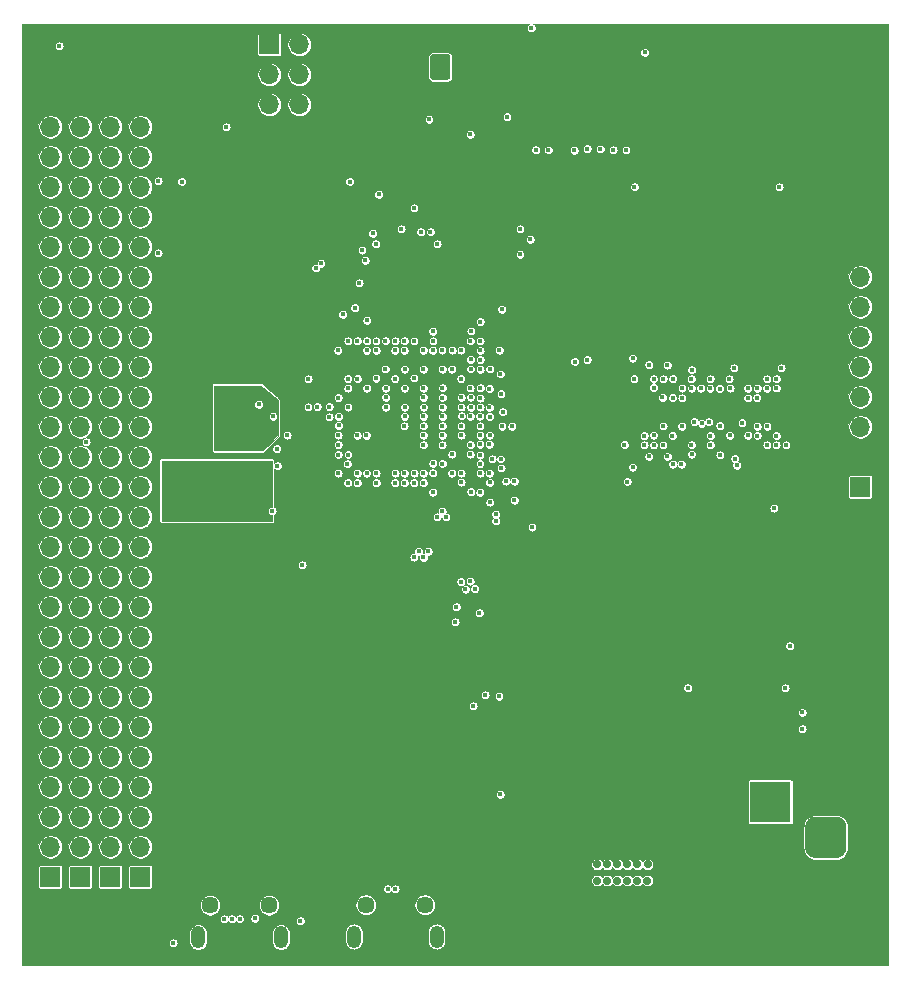
<source format=gbr>
%TF.GenerationSoftware,KiCad,Pcbnew,(5.1.8-0-10_14)*%
%TF.CreationDate,2021-04-06T01:22:42+01:00*%
%TF.ProjectId,STM32MP1_TestBoard_RevB,53544d33-324d-4503-915f-54657374426f,rev?*%
%TF.SameCoordinates,Original*%
%TF.FileFunction,Copper,L2,Inr*%
%TF.FilePolarity,Positive*%
%FSLAX46Y46*%
G04 Gerber Fmt 4.6, Leading zero omitted, Abs format (unit mm)*
G04 Created by KiCad (PCBNEW (5.1.8-0-10_14)) date 2021-04-06 01:22:42*
%MOMM*%
%LPD*%
G01*
G04 APERTURE LIST*
%TA.AperFunction,ComponentPad*%
%ADD10O,1.740000X2.190000*%
%TD*%
%TA.AperFunction,ComponentPad*%
%ADD11O,1.300000X2.500000*%
%TD*%
%TA.AperFunction,ComponentPad*%
%ADD12O,1.300000X3.200000*%
%TD*%
%TA.AperFunction,ComponentPad*%
%ADD13C,0.700000*%
%TD*%
%TA.AperFunction,ComponentPad*%
%ADD14O,1.700000X1.700000*%
%TD*%
%TA.AperFunction,ComponentPad*%
%ADD15R,1.700000X1.700000*%
%TD*%
%TA.AperFunction,ComponentPad*%
%ADD16R,3.500000X3.500000*%
%TD*%
%TA.AperFunction,ComponentPad*%
%ADD17O,1.200000X1.900000*%
%TD*%
%TA.AperFunction,ComponentPad*%
%ADD18C,1.450000*%
%TD*%
%TA.AperFunction,ViaPad*%
%ADD19C,0.450000*%
%TD*%
%TA.AperFunction,Conductor*%
%ADD20C,0.100000*%
%TD*%
G04 APERTURE END LIST*
D10*
%TO.N,GNDS*%
%TO.C,J12*%
X165100000Y-73660000D03*
%TO.N,/Power_MPU/VBAT*%
%TA.AperFunction,ComponentPad*%
G36*
G01*
X161690000Y-74505001D02*
X161690000Y-72814999D01*
G75*
G02*
X161939999Y-72565000I249999J0D01*
G01*
X163180001Y-72565000D01*
G75*
G02*
X163430000Y-72814999I0J-249999D01*
G01*
X163430000Y-74505001D01*
G75*
G02*
X163180001Y-74755000I-249999J0D01*
G01*
X161939999Y-74755000D01*
G75*
G02*
X161690000Y-74505001I0J249999D01*
G01*
G37*
%TD.AperFunction*%
%TD*%
D11*
%TO.N,GNDS*%
%TO.C,J11*%
X182270400Y-145846800D03*
X173639480Y-145836640D03*
D12*
X182306000Y-141696000D03*
X173656000Y-141696000D03*
D13*
%TO.N,Net-(J11-PadB6)*%
X178406000Y-142548000D03*
%TO.N,GNDS*%
X180956000Y-142544800D03*
%TO.N,/PSU/VBUS*%
X180106000Y-142548000D03*
%TO.N,Net-(J11-PadB5)*%
X179256000Y-142548000D03*
%TO.N,GNDS*%
X174993300Y-142544800D03*
%TO.N,Net-(J11-PadB8)*%
X176695100Y-142544800D03*
%TO.N,Net-(J11-PadB7)*%
X177556000Y-142548000D03*
%TO.N,/PSU/VBUS*%
X175844200Y-142544800D03*
%TO.N,GNDS*%
X180962300Y-141185900D03*
%TO.N,/PSU/VBUS*%
X180111400Y-141185900D03*
%TO.N,Net-(J11-PadA8)*%
X179256000Y-141185900D03*
%TO.N,Net-(J11-PadA7)*%
X178406000Y-141185000D03*
%TO.N,Net-(J11-PadA6)*%
X177556000Y-141185000D03*
%TO.N,Net-(J11-PadA5)*%
X176695100Y-141185000D03*
%TO.N,/PSU/VBUS*%
X175844200Y-141185000D03*
%TO.N,GNDS*%
X174993300Y-141185000D03*
%TD*%
D14*
%TO.N,/GPIO/DSI_D0_N*%
%TO.C,J7*%
X198120000Y-91440000D03*
%TO.N,/GPIO/DSI_D0_P*%
X198120000Y-93980000D03*
%TO.N,/GPIO/DSI_CK_N*%
X198120000Y-96520000D03*
%TO.N,/GPIO/DSI_CK_P*%
X198120000Y-99060000D03*
%TO.N,/GPIO/DSI_D1_N*%
X198120000Y-101600000D03*
%TO.N,/GPIO/DSI_D1_P*%
X198120000Y-104140000D03*
%TO.N,GNDS*%
X198120000Y-106680000D03*
D15*
%TO.N,/DebugInterface1/3.3V_VDD*%
X198120000Y-109220000D03*
%TD*%
%TO.N,N/C*%
%TO.C,J9*%
%TA.AperFunction,ComponentPad*%
G36*
G01*
X196075000Y-140640000D02*
X194325000Y-140640000D01*
G75*
G02*
X193450000Y-139765000I0J875000D01*
G01*
X193450000Y-138015000D01*
G75*
G02*
X194325000Y-137140000I875000J0D01*
G01*
X196075000Y-137140000D01*
G75*
G02*
X196950000Y-138015000I0J-875000D01*
G01*
X196950000Y-139765000D01*
G75*
G02*
X196075000Y-140640000I-875000J0D01*
G01*
G37*
%TD.AperFunction*%
%TO.N,GNDS*%
%TA.AperFunction,ComponentPad*%
G36*
G01*
X191500000Y-143390000D02*
X189500000Y-143390000D01*
G75*
G02*
X188750000Y-142640000I0J750000D01*
G01*
X188750000Y-141140000D01*
G75*
G02*
X189500000Y-140390000I750000J0D01*
G01*
X191500000Y-140390000D01*
G75*
G02*
X192250000Y-141140000I0J-750000D01*
G01*
X192250000Y-142640000D01*
G75*
G02*
X191500000Y-143390000I-750000J0D01*
G01*
G37*
%TD.AperFunction*%
D16*
%TO.N,/PSU/VIN*%
X190500000Y-135890000D03*
%TD*%
D17*
%TO.N,Net-(J8-Pad6)*%
%TO.C,J8*%
X149067400Y-147338300D03*
X142067400Y-147338300D03*
D18*
X148067400Y-144638300D03*
X143067400Y-144638300D03*
%TD*%
D14*
%TO.N,Net-(J5-Pad6)*%
%TO.C,J5*%
X150622000Y-76835000D03*
%TO.N,Net-(J5-Pad5)*%
X148082000Y-76835000D03*
%TO.N,Net-(J5-Pad4)*%
X150622000Y-74295000D03*
%TO.N,Net-(J5-Pad3)*%
X148082000Y-74295000D03*
%TO.N,Net-(J5-Pad2)*%
X150622000Y-71755000D03*
D15*
%TO.N,Net-(J5-Pad1)*%
X148082000Y-71755000D03*
%TD*%
D14*
%TO.N,GNDS*%
%TO.C,J4*%
X129540000Y-76200000D03*
%TO.N,/DebugInterface1/3.3V_VDD*%
X129540000Y-78740000D03*
%TO.N,Net-(J4-Pad25)*%
X129540000Y-81280000D03*
%TO.N,/GPIO/PC8*%
X129540000Y-83820000D03*
%TO.N,/GPIO/PC12*%
X129540000Y-86360000D03*
%TO.N,/GPIO/PB14*%
X129540000Y-88900000D03*
%TO.N,/GPIO/PA9*%
X129540000Y-91440000D03*
%TO.N,/GPIO/PD5*%
X129540000Y-93980000D03*
%TO.N,/GPIO/PE3*%
X129540000Y-96520000D03*
%TO.N,/GPIO/PD7*%
X129540000Y-99060000D03*
%TO.N,/GPIO/PG15*%
X129540000Y-101600000D03*
%TO.N,/GPIO/PE14*%
X129540000Y-104140000D03*
%TO.N,/GPIO/PG12*%
X129540000Y-106680000D03*
%TO.N,/GPIO/PD9*%
X129540000Y-109220000D03*
%TO.N,/GPIO/PA3*%
X129540000Y-111760000D03*
%TO.N,/GPIO/PA5*%
X129540000Y-114300000D03*
%TO.N,/GPIO/PE2*%
X129540000Y-116840000D03*
%TO.N,/GPIO/PG13*%
X129540000Y-119380000D03*
%TO.N,/GPIO/PB1*%
X129540000Y-121920000D03*
%TO.N,/GPIO/PA1*%
X129540000Y-124460000D03*
%TO.N,/GPIO/PF11*%
X129540000Y-127000000D03*
%TO.N,/GPIO/PC0*%
X129540000Y-129540000D03*
%TO.N,/GPIO/PB5*%
X129540000Y-132080000D03*
%TO.N,/GPIO/PB13*%
X129540000Y-134620000D03*
%TO.N,/GPIO/PE7*%
X129540000Y-137160000D03*
%TO.N,/GPIO/PE8*%
X129540000Y-139700000D03*
D15*
%TO.N,/GPIO/PG9*%
X129540000Y-142240000D03*
%TD*%
D14*
%TO.N,GNDS*%
%TO.C,J3*%
X132080000Y-76200000D03*
%TO.N,/DebugInterface1/3.3V_VDD*%
X132080000Y-78740000D03*
%TO.N,Net-(J3-Pad25)*%
X132080000Y-81280000D03*
%TO.N,/GPIO/PC10*%
X132080000Y-83820000D03*
%TO.N,/GPIO/PC6*%
X132080000Y-86360000D03*
%TO.N,/GPIO/PB9*%
X132080000Y-88900000D03*
%TO.N,/GPIO/PB3*%
X132080000Y-91440000D03*
%TO.N,/GPIO/PG6*%
X132080000Y-93980000D03*
%TO.N,/GPIO/PB7*%
X132080000Y-96520000D03*
%TO.N,/GPIO/PE0*%
X132080000Y-99060000D03*
%TO.N,/GPIO/PE1*%
X132080000Y-101600000D03*
%TO.N,/GPIO/PE12*%
X132080000Y-104140000D03*
%TO.N,/GPIO/PD8*%
X132080000Y-106680000D03*
%TO.N,Net-(J3-Pad14)*%
X132080000Y-109220000D03*
%TO.N,/GPIO/HSE_IN*%
X132080000Y-111760000D03*
%TO.N,/GPIO/PA14*%
X132080000Y-114300000D03*
%TO.N,/GPIO/PC2*%
X132080000Y-116840000D03*
%TO.N,/GPIO/PB11*%
X132080000Y-119380000D03*
%TO.N,/GPIO/PB0*%
X132080000Y-121920000D03*
%TO.N,/GPIO/PA6*%
X132080000Y-124460000D03*
%TO.N,/GPIO/PA7*%
X132080000Y-127000000D03*
%TO.N,/GPIO/PG8*%
X132080000Y-129540000D03*
%TO.N,/GPIO/PF10*%
X132080000Y-132080000D03*
%TO.N,/GPIO/PF6*%
X132080000Y-134620000D03*
%TO.N,/GPIO/PE10*%
X132080000Y-137160000D03*
%TO.N,/GPIO/PD13*%
X132080000Y-139700000D03*
D15*
%TO.N,/GPIO/PA10*%
X132080000Y-142240000D03*
%TD*%
D14*
%TO.N,GNDS*%
%TO.C,J2*%
X134620000Y-76200000D03*
%TO.N,/DebugInterface1/3.3V_VDD*%
X134620000Y-78740000D03*
%TO.N,/GPIO/PC11*%
X134620000Y-81280000D03*
%TO.N,/GPIO/PC9*%
X134620000Y-83820000D03*
%TO.N,/GPIO/PC7*%
X134620000Y-86360000D03*
%TO.N,/GPIO/PB15*%
X134620000Y-88900000D03*
%TO.N,/GPIO/PE5*%
X134620000Y-91440000D03*
%TO.N,/GPIO/PD3*%
X134620000Y-93980000D03*
%TO.N,/GPIO/PD10*%
X134620000Y-96520000D03*
%TO.N,/GPIO/PD0*%
X134620000Y-99060000D03*
%TO.N,/GPIO/PE13*%
X134620000Y-101600000D03*
%TO.N,/GPIO/PE15*%
X134620000Y-104140000D03*
%TO.N,/GPIO/PD14*%
X134620000Y-106680000D03*
%TO.N,Net-(J2-Pad14)*%
X134620000Y-109220000D03*
%TO.N,/GPIO/PH1*%
X134620000Y-111760000D03*
%TO.N,/GPIO/PA0*%
X134620000Y-114300000D03*
%TO.N,/GPIO/PC3*%
X134620000Y-116840000D03*
%TO.N,/GPIO/PC1*%
X134620000Y-119380000D03*
%TO.N,/GPIO/PC5*%
X134620000Y-121920000D03*
%TO.N,/GPIO/PB12*%
X134620000Y-124460000D03*
%TO.N,/GPIO/PG11*%
X134620000Y-127000000D03*
%TO.N,/GPIO/PG10*%
X134620000Y-129540000D03*
%TO.N,/GPIO/PD11*%
X134620000Y-132080000D03*
%TO.N,/GPIO/PF9*%
X134620000Y-134620000D03*
%TO.N,/GPIO/PG7*%
X134620000Y-137160000D03*
%TO.N,/GPIO/PB6*%
X134620000Y-139700000D03*
D15*
%TO.N,/GPIO/PA12*%
X134620000Y-142240000D03*
%TD*%
D14*
%TO.N,GNDS*%
%TO.C,J1*%
X137160000Y-76200000D03*
%TO.N,/DebugInterface1/3.3V_VDD*%
X137160000Y-78740000D03*
%TO.N,/GPIO/PE4*%
X137160000Y-81280000D03*
%TO.N,/GPIO/PD2*%
X137160000Y-83820000D03*
%TO.N,/GPIO/PB4*%
X137160000Y-86360000D03*
%TO.N,/GPIO/PA8*%
X137160000Y-88900000D03*
%TO.N,/GPIO/PA15*%
X137160000Y-91440000D03*
%TO.N,/GPIO/PD4*%
X137160000Y-93980000D03*
%TO.N,/GPIO/PD1*%
X137160000Y-96520000D03*
%TO.N,/GPIO/PE6*%
X137160000Y-99060000D03*
%TO.N,/GPIO/PE11*%
X137160000Y-101600000D03*
%TO.N,/GPIO/PD6*%
X137160000Y-104140000D03*
%TO.N,/GPIO/PD15*%
X137160000Y-106680000D03*
%TO.N,/GPIO/PC13*%
X137160000Y-109220000D03*
%TO.N,/GPIO/BOOT_STATUS*%
X137160000Y-111760000D03*
%TO.N,/GPIO/PA4*%
X137160000Y-114300000D03*
%TO.N,/GPIO/PG14*%
X137160000Y-116840000D03*
%TO.N,/GPIO/PA2*%
X137160000Y-119380000D03*
%TO.N,/GPIO/PC4*%
X137160000Y-121920000D03*
%TO.N,/GPIO/PB10*%
X137160000Y-124460000D03*
%TO.N,/GPIO/PB8*%
X137160000Y-127000000D03*
%TO.N,/GPIO/PE9*%
X137160000Y-129540000D03*
%TO.N,/GPIO/PF7*%
X137160000Y-132080000D03*
%TO.N,/GPIO/PF8*%
X137160000Y-134620000D03*
%TO.N,/GPIO/PD12*%
X137160000Y-137160000D03*
%TO.N,/GPIO/PB2*%
X137160000Y-139700000D03*
D15*
%TO.N,/GPIO/PA11*%
X137160000Y-142240000D03*
%TD*%
D17*
%TO.N,Net-(J14-Pad6)*%
%TO.C,J14*%
X162250000Y-147287500D03*
X155250000Y-147287500D03*
D18*
X161250000Y-144587500D03*
X156250000Y-144587500D03*
%TD*%
D19*
%TO.N,GNDS*%
X157149800Y-100863400D03*
X157137100Y-101638100D03*
X157124400Y-102463600D03*
X157156200Y-104806800D03*
X157149800Y-104063800D03*
X157124400Y-103251000D03*
X156337000Y-101638100D03*
X155536900Y-100863400D03*
X158724600Y-102463600D03*
X158750000Y-100863400D03*
X157937200Y-100050600D03*
X158724600Y-103263700D03*
X158750000Y-104051100D03*
X158750000Y-104775000D03*
X160350200Y-102463600D03*
X160350200Y-103251000D03*
X161925000Y-100863400D03*
X160343700Y-100863400D03*
X159537400Y-100050600D03*
X161137600Y-100050600D03*
X160350200Y-104051100D03*
X160350200Y-104851200D03*
X160324800Y-105664000D03*
X161137600Y-106451400D03*
X161925000Y-104051100D03*
X162737800Y-100050600D03*
X163550600Y-102463600D03*
X163550600Y-103251000D03*
X163550600Y-104851200D03*
X163525200Y-107238800D03*
X162737800Y-106451400D03*
X158737300Y-105664000D03*
X158750000Y-106426000D03*
X155524200Y-102438200D03*
X156337000Y-106426000D03*
X154736800Y-108051600D03*
X164338000Y-99250500D03*
X160324800Y-99263200D03*
X158724600Y-99263200D03*
X155536900Y-103251000D03*
X156324300Y-108864400D03*
X157937200Y-108051600D03*
X156337000Y-99237800D03*
X153898600Y-98464000D03*
X153924000Y-100050594D03*
X153136600Y-106476800D03*
X165149000Y-108839000D03*
X165125000Y-97663000D03*
X189407800Y-99237800D03*
X182620000Y-99243800D03*
X190601600Y-101701600D03*
X184632600Y-100063300D03*
X190619998Y-99136200D03*
X184632600Y-105664000D03*
X191439800Y-106616500D03*
X189445902Y-105664000D03*
X188607700Y-105664000D03*
X180979090Y-106638610D03*
X182620002Y-106638610D03*
X179420000Y-106638610D03*
X179463700Y-108556310D03*
X185826400Y-107365802D03*
X181025800Y-98882200D03*
X177673000Y-98450400D03*
X179418359Y-98875246D03*
X187020202Y-105664000D03*
X161144999Y-98450400D03*
X162737800Y-108026200D03*
X154736800Y-105638600D03*
X159537400Y-107238800D03*
X163550609Y-105664000D03*
X163550609Y-104051100D03*
X156336798Y-96062800D03*
X166725600Y-96037400D03*
X167487600Y-110378990D03*
X190222281Y-112925687D03*
X190625009Y-106572700D03*
X190500000Y-94615000D03*
X152730200Y-110591600D03*
X172783500Y-80708500D03*
X187896500Y-73660000D03*
X182384700Y-76136500D03*
X190436500Y-73660000D03*
X191706500Y-73660000D03*
X183197500Y-79375000D03*
X197905000Y-76161000D03*
X197905000Y-78652000D03*
X151638000Y-148082000D03*
X160050000Y-145766000D03*
X194117000Y-125288000D03*
X190500000Y-123063000D03*
X187960000Y-123063000D03*
X152133000Y-98057000D03*
X153162000Y-96062800D03*
X147230501Y-95656999D03*
X166497000Y-114998500D03*
X172593000Y-130048000D03*
X171833500Y-134432000D03*
X179451000Y-132461000D03*
X170053000Y-133477000D03*
X162687000Y-92646500D03*
X199390000Y-129286000D03*
X149736972Y-104251112D03*
X164465000Y-78105000D03*
X165100000Y-147955000D03*
X164465000Y-140970000D03*
X170815000Y-140970000D03*
X173355000Y-127635000D03*
X174625000Y-127635000D03*
X175894984Y-116205000D03*
%TO.N,/DebugInterface1/3.3V_VDD*%
X153950000Y-104013000D03*
X156311600Y-104851200D03*
X153924000Y-105638600D03*
X161941799Y-107222001D03*
X162750500Y-100838000D03*
X161925000Y-96051000D03*
X175001500Y-80586000D03*
X191262000Y-83820000D03*
X168211500Y-77876401D03*
X144436500Y-78740000D03*
X179006500Y-83820000D03*
X167640000Y-135255000D03*
%TO.N,Net-(C4-Pad1)*%
X191770000Y-126238000D03*
X183515000Y-126238000D03*
X192151000Y-122682000D03*
%TO.N,/PSU/1.35V_VDDCORE*%
X159512000Y-104051100D03*
X159537400Y-103238300D03*
X159537400Y-102463600D03*
X159537400Y-100863400D03*
X158724600Y-100050600D03*
X157937200Y-100863400D03*
X157124400Y-100025200D03*
X157937200Y-101638100D03*
X157949900Y-102463600D03*
X161137600Y-101638100D03*
X161150300Y-102463600D03*
X161137600Y-103238300D03*
X161137600Y-104051100D03*
X160324800Y-99999800D03*
X161137600Y-100863400D03*
X161124900Y-104838500D03*
X162737800Y-104851200D03*
X162737800Y-104051100D03*
X162750500Y-103251000D03*
X162737800Y-102463600D03*
X162737800Y-101650800D03*
X161137600Y-99250500D03*
X162737800Y-99250500D03*
X163537900Y-99250500D03*
X164338000Y-101638100D03*
X164338000Y-102463600D03*
X164363400Y-103200200D03*
X157911800Y-99237800D03*
X156337000Y-100863400D03*
X161137600Y-105664000D03*
X162725100Y-105664000D03*
X163550600Y-106451400D03*
X164338000Y-104838500D03*
X164325300Y-104051100D03*
X154736800Y-100863400D03*
X159537400Y-99250500D03*
X190813500Y-111014700D03*
X183819800Y-100076000D03*
X185420000Y-100063300D03*
X190220600Y-100063300D03*
X191420000Y-99136200D03*
X183832500Y-105657500D03*
X191833500Y-105664000D03*
X181791808Y-106638610D03*
X180219997Y-106638610D03*
X186232800Y-104038400D03*
X181787800Y-98907600D03*
X180225700Y-98872790D03*
X187426600Y-99136200D03*
X186232800Y-106502200D03*
X155555450Y-100056450D03*
%TO.N,/PSU/1V8_DETECT*%
X161950400Y-96850200D03*
X165354000Y-127762000D03*
X163830000Y-120650000D03*
X167538400Y-126949200D03*
%TO.N,Net-(C12-Pad2)*%
X155525212Y-104860210D03*
%TO.N,/DebugInterface1/NRST*%
X170268899Y-70358000D03*
X152138323Y-102425500D03*
%TO.N,Net-(C14-Pad2)*%
X153923998Y-104838500D03*
%TO.N,Net-(C15-Pad1)*%
X153162500Y-102425500D03*
%TO.N,/PSU/3V3_USB*%
X163920968Y-119380000D03*
X166369998Y-126822200D03*
%TO.N,/DDR/DDR_VREF*%
X182245002Y-107291990D03*
X187020200Y-100069993D03*
X182219600Y-104876600D03*
X178384200Y-108762796D03*
%TO.N,Net-(C69-Pad2)*%
X165160594Y-96014807D03*
%TO.N,Net-(C69-Pad1)*%
X161925000Y-97663000D03*
%TO.N,/DebugInterface1/SWO*%
X162712400Y-97647000D03*
X169316400Y-87376000D03*
%TO.N,/DebugInterface1/SWCLK*%
X164312600Y-97647000D03*
X170180000Y-88265000D03*
%TO.N,/DebugInterface1/SWDIO*%
X163566941Y-97647000D03*
X169320021Y-89535000D03*
%TO.N,/GPIO/BOOT_STATUS*%
X130302000Y-71882000D03*
%TO.N,/DDR/DDR_CKE*%
X183838600Y-106451400D03*
X167665400Y-106857800D03*
%TO.N,Net-(R10-Pad1)*%
X166751000Y-99237800D03*
%TO.N,Net-(R11-Pad1)*%
X182968900Y-107291990D03*
%TO.N,Net-(R15-Pad1)*%
X175006000Y-98450400D03*
X164312599Y-100050600D03*
%TO.N,/DDR/DDR_A12*%
X165925100Y-104051100D03*
X181432201Y-104063800D03*
%TO.N,/DDR/DDR_A14*%
X178155593Y-105638609D03*
X166712600Y-105612577D03*
%TO.N,/DDR/DDR_ODT*%
X183845200Y-99314000D03*
X167703600Y-101330010D03*
%TO.N,/DDR/DDR_A0*%
X165937902Y-101697820D03*
X181374019Y-101644042D03*
%TO.N,/DDR/DDR_A2*%
X165950012Y-100837988D03*
X180619400Y-100803190D03*
%TO.N,/DDR/DDR_A4*%
X180619400Y-105676700D03*
X165100000Y-106451400D03*
%TO.N,/DDR/DDR_A6*%
X165112700Y-105638700D03*
X179832000Y-105664000D03*
%TO.N,/DDR/DDR_A8*%
X165925502Y-107251500D03*
X178841400Y-107543600D03*
%TO.N,/DDR/DDR_A10*%
X168630600Y-104089200D03*
X183007000Y-104089200D03*
%TO.N,/DDR/DDR_BA0*%
X182245000Y-100050600D03*
X166725600Y-100896041D03*
%TO.N,/DDR/DDR_BA2*%
X165138100Y-102476300D03*
X182229399Y-101660601D03*
%TO.N,/DDR/DDR_CASN*%
X165112700Y-103238300D03*
X183832603Y-100859370D03*
%TO.N,/DDR/DDR_A13*%
X165935183Y-99263200D03*
X173939200Y-98602800D03*
%TO.N,/DDR/DDR_WEN*%
X165938202Y-102463600D03*
X183019700Y-101676200D03*
%TO.N,/DDR/DDR_A5*%
X180619400Y-100076000D03*
X165125400Y-101625400D03*
%TO.N,/DDR/DDR_A7*%
X165125400Y-99237802D03*
X178841400Y-98323400D03*
%TO.N,/DDR/DDR_A9*%
X165100000Y-100850700D03*
X178968400Y-100060010D03*
%TO.N,/DDR/DDR_A11*%
X166735687Y-104844677D03*
X179832000Y-104882711D03*
%TO.N,/DDR/DDR_BA1*%
X181419500Y-105670500D03*
X165927291Y-105612577D03*
%TO.N,/DDR/DDR_RASN*%
X184619900Y-100863400D03*
X165895161Y-103235010D03*
%TO.N,/DDR/DDR_CSN*%
X166713443Y-102489864D03*
X183032394Y-100857600D03*
%TO.N,/DDR/DDR_A1*%
X165925500Y-104851500D03*
X180619404Y-104844677D03*
%TO.N,/DDR/DDR_A3*%
X181432200Y-100063300D03*
X167652800Y-99657000D03*
%TO.N,/DDR/DDR_DQ11*%
X190195200Y-100876100D03*
X166763700Y-110515400D03*
%TO.N,/DDR/DDR_DQ6*%
X167563800Y-97637600D03*
X186207400Y-100888800D03*
%TO.N,/DDR/DDR_DQ12*%
X191020700Y-104876600D03*
X167259000Y-111540810D03*
%TO.N,/DDR/DDR_DQ14*%
X191008000Y-105664000D03*
X165912800Y-109677198D03*
%TO.N,/DDR/DDR_DQM1*%
X188607700Y-104851200D03*
X166742734Y-108841059D03*
%TO.N,/DDR/DDR_DQ13*%
X166725600Y-108051604D03*
X191020700Y-100063300D03*
X170332400Y-112623600D03*
X168122600Y-108737398D03*
%TO.N,/DDR/DDR_DQ10*%
X190213996Y-105664000D03*
X166954200Y-106845100D03*
X168833800Y-108737400D03*
X167716200Y-107619800D03*
X168833800Y-110337600D03*
%TO.N,/DDR/DDR_DQ8*%
X189395100Y-104869600D03*
X165931002Y-106532601D03*
%TO.N,/DDR/DDR_DQ4*%
X185407300Y-100876100D03*
X165938200Y-98440990D03*
%TO.N,/DDR/DDR_DQ2*%
X165938200Y-97664194D03*
X187105800Y-100861937D03*
%TO.N,/DDR/DDR_DQM0*%
X189407800Y-100876100D03*
X188595000Y-101695000D03*
X165938200Y-96864200D03*
%TO.N,/DDR/DDR_DQ7*%
X185432403Y-104876600D03*
X184683400Y-103835200D03*
%TO.N,/DDR/DDR_DQ1*%
X188112400Y-103784400D03*
X167767000Y-94183200D03*
%TO.N,/DDR/DDR_DQ15*%
X191020700Y-100850700D03*
X167259000Y-112080823D03*
%TO.N,/DDR/DDR_DQ9*%
X165938200Y-108051600D03*
X189369700Y-101663500D03*
%TO.N,/DDR/DDR_DQ5*%
X185426000Y-105664000D03*
X165125398Y-98425000D03*
%TO.N,/DDR/DDR_DQ3*%
X165112702Y-96862900D03*
X187064545Y-104856045D03*
%TO.N,/DDR/DDR_DQ0*%
X165938200Y-95224600D03*
X188595000Y-100876100D03*
%TO.N,/GPIO/USB_Conn/USB_D1_P*%
X158100000Y-143256000D03*
X162721410Y-111277400D03*
%TO.N,/GPIO/USB_Conn/USB_D2_P*%
X162303578Y-111760000D03*
X145567400Y-145795990D03*
%TO.N,/DDR/DDR_CLK_N*%
X184073806Y-103695500D03*
X167843200Y-102870004D03*
%TO.N,/DDR/DDR_CLK_P*%
X185293002Y-103708200D03*
X167792400Y-104089200D03*
%TO.N,/DDR/DDR_DQS1_P*%
X189400787Y-104089200D03*
X187655202Y-107391200D03*
%TO.N,/DDR/DDR_DQS1_N*%
X187502800Y-106832400D03*
X190234211Y-104089200D03*
%TO.N,/GPIO/USB_Conn/USB_D1_N*%
X158750000Y-143256000D03*
X163033590Y-111760000D03*
%TO.N,/GPIO/USB_Conn/USB_D2_N*%
X161925000Y-109663000D03*
X144906999Y-145796000D03*
%TO.N,/GPIO/PB6*%
X161925000Y-108026200D03*
X161544000Y-114681000D03*
%TO.N,/GPIO/PC9*%
X170649900Y-80683100D03*
X157353000Y-84455000D03*
%TO.N,/GPIO/PC8*%
X171716700Y-80695800D03*
X160346500Y-96863500D03*
X160337494Y-85598000D03*
X154889200Y-83362800D03*
X140665200Y-83362800D03*
%TO.N,/GPIO/PC12*%
X159524700Y-96850200D03*
X173901100Y-80721200D03*
X156845004Y-87757000D03*
%TO.N,/GPIO/PD2*%
X176110900Y-80606900D03*
X161734500Y-87630000D03*
%TO.N,/GPIO/PC11*%
X162306000Y-88646000D03*
X177203100Y-80683100D03*
%TO.N,/GPIO/PC10*%
X161124900Y-97650300D03*
X178295300Y-80695800D03*
X160909000Y-87630000D03*
X138684000Y-83312000D03*
%TO.N,/GPIO/PB13*%
X159524700Y-108051600D03*
%TO.N,/GPIO/PA11*%
X165150796Y-109626402D03*
X165871010Y-119888000D03*
%TO.N,/GPIO/PA12*%
X164338000Y-108812613D03*
X165481000Y-117830596D03*
%TO.N,/GPIO/PA10*%
X164338000Y-108050000D03*
X165090990Y-117204610D03*
%TO.N,/GPIO/PG9*%
X163537900Y-108051600D03*
X164700988Y-117875124D03*
%TO.N,/GPIO/PB2*%
X162737800Y-107238800D03*
X164310978Y-117248024D03*
%TO.N,/GPIO/PD13*%
X161137600Y-108864400D03*
X161137600Y-115189000D03*
%TO.N,/GPIO/PD12*%
X160324800Y-108864400D03*
X160324800Y-115163600D03*
%TO.N,/GPIO/PE8*%
X161125600Y-108051600D03*
X160731200Y-114681000D03*
%TO.N,/GPIO/PF8*%
X159524700Y-108864400D03*
%TO.N,/GPIO/PE7*%
X160350200Y-108051600D03*
%TO.N,/GPIO/PC6*%
X159512000Y-97650300D03*
X159258000Y-87376000D03*
%TO.N,/GPIO/PF10*%
X158724600Y-108864400D03*
%TO.N,/GPIO/PB9*%
X158724600Y-97650300D03*
X138684000Y-89408000D03*
X155934221Y-89175779D03*
%TO.N,/GPIO/PB14*%
X158750000Y-96850200D03*
X157099000Y-88645988D03*
%TO.N,/GPIO/PB5*%
X158750000Y-108051600D03*
%TO.N,/GPIO/PA9*%
X157924500Y-96850200D03*
X156210000Y-90043000D03*
%TO.N,/GPIO/PG8*%
X157149800Y-108864400D03*
%TO.N,/GPIO/PC0*%
X157137100Y-108051600D03*
%TO.N,/GPIO/PD5*%
X157137100Y-97650300D03*
X152019000Y-90687010D03*
%TO.N,/GPIO/PA15*%
X157128083Y-96850200D03*
X152463500Y-90297000D03*
%TO.N,/GPIO/PA7*%
X156324300Y-108051600D03*
%TO.N,/GPIO/PD4*%
X156324300Y-97650300D03*
X156346510Y-95123000D03*
%TO.N,/GPIO/PD3*%
X156337000Y-96850200D03*
X155702000Y-91947996D03*
%TO.N,/GPIO/PF11*%
X155536900Y-108864400D03*
%TO.N,/GPIO/PA6*%
X155536900Y-108051600D03*
%TO.N,/GPIO/PD10*%
X155536900Y-96850200D03*
X155325022Y-94044697D03*
%TO.N,/GPIO/PB7*%
X179875900Y-72435000D03*
X165100000Y-79375000D03*
%TO.N,/GPIO/PA1*%
X154724100Y-108864400D03*
%TO.N,/GPIO/PA4*%
X154701909Y-107261091D03*
%TO.N,/GPIO/PA5*%
X154749500Y-106476800D03*
%TO.N,/GPIO/PE0*%
X154736798Y-96850202D03*
X154305000Y-94615000D03*
%TO.N,/GPIO/PC3*%
X153924000Y-108051600D03*
X150876000Y-115824000D03*
%TO.N,/GPIO/PA3*%
X153924000Y-106476800D03*
%TO.N,/GPIO/PC13*%
X153949400Y-103251000D03*
X148717000Y-105981500D03*
%TO.N,/GPIO/PD14*%
X154736800Y-100050600D03*
X151384000Y-100076000D03*
%TO.N,/GPIO/PE14*%
X153898600Y-97663000D03*
%TO.N,/GPIO/PC15*%
X148399500Y-103251000D03*
%TO.N,/GPIO/PC14*%
X147193000Y-102235000D03*
%TO.N,/GPIO/PG12*%
X132588000Y-105410000D03*
%TO.N,Net-(J5-Pad6)*%
X153162000Y-103288000D03*
%TO.N,Net-(J5-Pad4)*%
X154749500Y-102463600D03*
%TO.N,Net-(J5-Pad2)*%
X151370645Y-102447011D03*
%TO.N,Net-(J8-Pad5)*%
X146867400Y-145740600D03*
X150711500Y-145960500D03*
%TO.N,Net-(J8-Pad1)*%
X144267400Y-145791400D03*
X139954000Y-147828000D03*
%TO.N,Net-(C1-Pad1)*%
X193210000Y-128313000D03*
X193210000Y-129710000D03*
%TO.N,Net-(U1-PadK18)*%
X166733898Y-103259898D03*
%TO.N,/GPIO/HSE_IN*%
X148336000Y-111252000D03*
%TO.N,/GPIO/MPU_PWR_ON*%
X149606000Y-104838496D03*
%TO.N,/GPIO/XTAL_GND*%
X145161000Y-103378000D03*
X148437600Y-104013000D03*
X147955000Y-105283000D03*
X146558000Y-105854500D03*
X145034000Y-105854500D03*
X143700500Y-105854500D03*
X143700500Y-104521000D03*
X143700500Y-103378000D03*
X143700500Y-102235000D03*
X144780000Y-100901500D03*
X145859500Y-100901500D03*
X147066000Y-100901500D03*
X147955000Y-101727000D03*
X143725900Y-100926900D03*
%TO.N,/GPIO/OSC_GND*%
X146304000Y-111887000D03*
X144653000Y-111887000D03*
X142875000Y-111887000D03*
X139319000Y-110871000D03*
X139319000Y-109601000D03*
X143891000Y-107324010D03*
X142367000Y-107315000D03*
X145542000Y-107315000D03*
X147828000Y-107442000D03*
X144336000Y-109030000D03*
X140843000Y-107315000D03*
X139319000Y-108585000D03*
X141986000Y-109601000D03*
X141414500Y-111887000D03*
X140017500Y-111887000D03*
X139636500Y-107569000D03*
X147828000Y-111887000D03*
X147945990Y-109347000D03*
%TO.N,/GPIO/PH1*%
X148771490Y-107442000D03*
%TO.N,/Power_MPU/VBAT*%
X153924000Y-101663500D03*
X161607500Y-78105000D03*
%TD*%
D20*
%TO.N,GNDS*%
X170091270Y-70025680D02*
X170029851Y-70066719D01*
X169977618Y-70118952D01*
X169936579Y-70180371D01*
X169908310Y-70248617D01*
X169893899Y-70321066D01*
X169893899Y-70394934D01*
X169908310Y-70467383D01*
X169936579Y-70535629D01*
X169977618Y-70597048D01*
X170029851Y-70649281D01*
X170091270Y-70690320D01*
X170159516Y-70718589D01*
X170231965Y-70733000D01*
X170305833Y-70733000D01*
X170378282Y-70718589D01*
X170446528Y-70690320D01*
X170507947Y-70649281D01*
X170560180Y-70597048D01*
X170601219Y-70535629D01*
X170629488Y-70467383D01*
X170643899Y-70394934D01*
X170643899Y-70321066D01*
X170629488Y-70248617D01*
X170601219Y-70180371D01*
X170560180Y-70118952D01*
X170507947Y-70066719D01*
X170446528Y-70025680D01*
X170444886Y-70025000D01*
X200485000Y-70025000D01*
X200485001Y-149685000D01*
X127175000Y-149685000D01*
X127175000Y-147791066D01*
X139579000Y-147791066D01*
X139579000Y-147864934D01*
X139593411Y-147937383D01*
X139621680Y-148005629D01*
X139662719Y-148067048D01*
X139714952Y-148119281D01*
X139776371Y-148160320D01*
X139844617Y-148188589D01*
X139917066Y-148203000D01*
X139990934Y-148203000D01*
X140063383Y-148188589D01*
X140131629Y-148160320D01*
X140193048Y-148119281D01*
X140245281Y-148067048D01*
X140286320Y-148005629D01*
X140314589Y-147937383D01*
X140329000Y-147864934D01*
X140329000Y-147791066D01*
X140314589Y-147718617D01*
X140286320Y-147650371D01*
X140245281Y-147588952D01*
X140193048Y-147536719D01*
X140131629Y-147495680D01*
X140063383Y-147467411D01*
X139990934Y-147453000D01*
X139917066Y-147453000D01*
X139844617Y-147467411D01*
X139776371Y-147495680D01*
X139714952Y-147536719D01*
X139662719Y-147588952D01*
X139621680Y-147650371D01*
X139593411Y-147718617D01*
X139579000Y-147791066D01*
X127175000Y-147791066D01*
X127175000Y-146951465D01*
X141317400Y-146951465D01*
X141317400Y-147725134D01*
X141328253Y-147835325D01*
X141371139Y-147976700D01*
X141440781Y-148106992D01*
X141534505Y-148221195D01*
X141648707Y-148314919D01*
X141778999Y-148384561D01*
X141920374Y-148427447D01*
X142067400Y-148441928D01*
X142214425Y-148427447D01*
X142355800Y-148384561D01*
X142486092Y-148314919D01*
X142600295Y-148221195D01*
X142694019Y-148106993D01*
X142763661Y-147976701D01*
X142806547Y-147835326D01*
X142817400Y-147725135D01*
X142817400Y-146951466D01*
X148317400Y-146951466D01*
X148317400Y-147725135D01*
X148328253Y-147835326D01*
X148371140Y-147976701D01*
X148440782Y-148106993D01*
X148534506Y-148221195D01*
X148648708Y-148314919D01*
X148779000Y-148384561D01*
X148920375Y-148427447D01*
X149067400Y-148441928D01*
X149214426Y-148427447D01*
X149355801Y-148384561D01*
X149486093Y-148314919D01*
X149600295Y-148221195D01*
X149694019Y-148106993D01*
X149763661Y-147976701D01*
X149806547Y-147835326D01*
X149817400Y-147725135D01*
X149817400Y-146951465D01*
X149812397Y-146900665D01*
X154500000Y-146900665D01*
X154500000Y-147674334D01*
X154510853Y-147784525D01*
X154553739Y-147925900D01*
X154623381Y-148056192D01*
X154717105Y-148170395D01*
X154831307Y-148264119D01*
X154961599Y-148333761D01*
X155102974Y-148376647D01*
X155250000Y-148391128D01*
X155397025Y-148376647D01*
X155538400Y-148333761D01*
X155668692Y-148264119D01*
X155782895Y-148170395D01*
X155876619Y-148056193D01*
X155946261Y-147925901D01*
X155989147Y-147784526D01*
X156000000Y-147674335D01*
X156000000Y-146900666D01*
X161500000Y-146900666D01*
X161500000Y-147674335D01*
X161510853Y-147784526D01*
X161553740Y-147925901D01*
X161623382Y-148056193D01*
X161717106Y-148170395D01*
X161831308Y-148264119D01*
X161961600Y-148333761D01*
X162102975Y-148376647D01*
X162250000Y-148391128D01*
X162397026Y-148376647D01*
X162538401Y-148333761D01*
X162668693Y-148264119D01*
X162782895Y-148170395D01*
X162876619Y-148056193D01*
X162946261Y-147925901D01*
X162989147Y-147784526D01*
X163000000Y-147674335D01*
X163000000Y-146900665D01*
X162989147Y-146790474D01*
X162946261Y-146649099D01*
X162876619Y-146518807D01*
X162782895Y-146404605D01*
X162668692Y-146310881D01*
X162538400Y-146241239D01*
X162397025Y-146198353D01*
X162250000Y-146183872D01*
X162102974Y-146198353D01*
X161961599Y-146241239D01*
X161831307Y-146310881D01*
X161717105Y-146404605D01*
X161623381Y-146518808D01*
X161553739Y-146649100D01*
X161510853Y-146790475D01*
X161500000Y-146900666D01*
X156000000Y-146900666D01*
X156000000Y-146900665D01*
X155989147Y-146790474D01*
X155946261Y-146649099D01*
X155876619Y-146518807D01*
X155782895Y-146404605D01*
X155668693Y-146310881D01*
X155538401Y-146241239D01*
X155397026Y-146198353D01*
X155250000Y-146183872D01*
X155102975Y-146198353D01*
X154961600Y-146241239D01*
X154831308Y-146310881D01*
X154717106Y-146404605D01*
X154623382Y-146518807D01*
X154553740Y-146649099D01*
X154510853Y-146790474D01*
X154500000Y-146900665D01*
X149812397Y-146900665D01*
X149806547Y-146841274D01*
X149763661Y-146699899D01*
X149694019Y-146569607D01*
X149600295Y-146455405D01*
X149486092Y-146361681D01*
X149355800Y-146292039D01*
X149214425Y-146249153D01*
X149067400Y-146234672D01*
X148920374Y-146249153D01*
X148778999Y-146292039D01*
X148648707Y-146361681D01*
X148534505Y-146455405D01*
X148440781Y-146569608D01*
X148371139Y-146699900D01*
X148328253Y-146841275D01*
X148317400Y-146951466D01*
X142817400Y-146951466D01*
X142817400Y-146951465D01*
X142806547Y-146841274D01*
X142763661Y-146699899D01*
X142694019Y-146569607D01*
X142600295Y-146455405D01*
X142486093Y-146361681D01*
X142355801Y-146292039D01*
X142214426Y-146249153D01*
X142067400Y-146234672D01*
X141920375Y-146249153D01*
X141779000Y-146292039D01*
X141648708Y-146361681D01*
X141534506Y-146455405D01*
X141440782Y-146569607D01*
X141371140Y-146699899D01*
X141328253Y-146841274D01*
X141317400Y-146951465D01*
X127175000Y-146951465D01*
X127175000Y-145754466D01*
X143892400Y-145754466D01*
X143892400Y-145828334D01*
X143906811Y-145900783D01*
X143935080Y-145969029D01*
X143976119Y-146030448D01*
X144028352Y-146082681D01*
X144089771Y-146123720D01*
X144158017Y-146151989D01*
X144230466Y-146166400D01*
X144304334Y-146166400D01*
X144376783Y-146151989D01*
X144445029Y-146123720D01*
X144506448Y-146082681D01*
X144558681Y-146030448D01*
X144585663Y-145990067D01*
X144615718Y-146035048D01*
X144667951Y-146087281D01*
X144729370Y-146128320D01*
X144797616Y-146156589D01*
X144870065Y-146171000D01*
X144943933Y-146171000D01*
X145016382Y-146156589D01*
X145084628Y-146128320D01*
X145146047Y-146087281D01*
X145198280Y-146035048D01*
X145237203Y-145976796D01*
X145276119Y-146035038D01*
X145328352Y-146087271D01*
X145389771Y-146128310D01*
X145458017Y-146156579D01*
X145530466Y-146170990D01*
X145604334Y-146170990D01*
X145676783Y-146156579D01*
X145745029Y-146128310D01*
X145806448Y-146087271D01*
X145858681Y-146035038D01*
X145899720Y-145973619D01*
X145927989Y-145905373D01*
X145942400Y-145832924D01*
X145942400Y-145759056D01*
X145931383Y-145703666D01*
X146492400Y-145703666D01*
X146492400Y-145777534D01*
X146506811Y-145849983D01*
X146535080Y-145918229D01*
X146576119Y-145979648D01*
X146628352Y-146031881D01*
X146689771Y-146072920D01*
X146758017Y-146101189D01*
X146830466Y-146115600D01*
X146904334Y-146115600D01*
X146976783Y-146101189D01*
X147045029Y-146072920D01*
X147106448Y-146031881D01*
X147158681Y-145979648D01*
X147196153Y-145923566D01*
X150336500Y-145923566D01*
X150336500Y-145997434D01*
X150350911Y-146069883D01*
X150379180Y-146138129D01*
X150420219Y-146199548D01*
X150472452Y-146251781D01*
X150533871Y-146292820D01*
X150602117Y-146321089D01*
X150674566Y-146335500D01*
X150748434Y-146335500D01*
X150820883Y-146321089D01*
X150889129Y-146292820D01*
X150950548Y-146251781D01*
X151002781Y-146199548D01*
X151043820Y-146138129D01*
X151072089Y-146069883D01*
X151086500Y-145997434D01*
X151086500Y-145923566D01*
X151072089Y-145851117D01*
X151043820Y-145782871D01*
X151002781Y-145721452D01*
X150950548Y-145669219D01*
X150889129Y-145628180D01*
X150820883Y-145599911D01*
X150748434Y-145585500D01*
X150674566Y-145585500D01*
X150602117Y-145599911D01*
X150533871Y-145628180D01*
X150472452Y-145669219D01*
X150420219Y-145721452D01*
X150379180Y-145782871D01*
X150350911Y-145851117D01*
X150336500Y-145923566D01*
X147196153Y-145923566D01*
X147199720Y-145918229D01*
X147227989Y-145849983D01*
X147242400Y-145777534D01*
X147242400Y-145703666D01*
X147227989Y-145631217D01*
X147199720Y-145562971D01*
X147158681Y-145501552D01*
X147106448Y-145449319D01*
X147045029Y-145408280D01*
X146976783Y-145380011D01*
X146904334Y-145365600D01*
X146830466Y-145365600D01*
X146758017Y-145380011D01*
X146689771Y-145408280D01*
X146628352Y-145449319D01*
X146576119Y-145501552D01*
X146535080Y-145562971D01*
X146506811Y-145631217D01*
X146492400Y-145703666D01*
X145931383Y-145703666D01*
X145927989Y-145686607D01*
X145899720Y-145618361D01*
X145858681Y-145556942D01*
X145806448Y-145504709D01*
X145745029Y-145463670D01*
X145676783Y-145435401D01*
X145604334Y-145420990D01*
X145530466Y-145420990D01*
X145458017Y-145435401D01*
X145389771Y-145463670D01*
X145328352Y-145504709D01*
X145276119Y-145556942D01*
X145237196Y-145615194D01*
X145198280Y-145556952D01*
X145146047Y-145504719D01*
X145084628Y-145463680D01*
X145016382Y-145435411D01*
X144943933Y-145421000D01*
X144870065Y-145421000D01*
X144797616Y-145435411D01*
X144729370Y-145463680D01*
X144667951Y-145504719D01*
X144615718Y-145556952D01*
X144588736Y-145597333D01*
X144558681Y-145552352D01*
X144506448Y-145500119D01*
X144445029Y-145459080D01*
X144376783Y-145430811D01*
X144304334Y-145416400D01*
X144230466Y-145416400D01*
X144158017Y-145430811D01*
X144089771Y-145459080D01*
X144028352Y-145500119D01*
X143976119Y-145552352D01*
X143935080Y-145613771D01*
X143906811Y-145682017D01*
X143892400Y-145754466D01*
X127175000Y-145754466D01*
X127175000Y-144552120D01*
X142192400Y-144552120D01*
X142192400Y-144724480D01*
X142226026Y-144893528D01*
X142291985Y-145052768D01*
X142387743Y-145196080D01*
X142509620Y-145317957D01*
X142652932Y-145413715D01*
X142812172Y-145479674D01*
X142981220Y-145513300D01*
X143153580Y-145513300D01*
X143322628Y-145479674D01*
X143481868Y-145413715D01*
X143625180Y-145317957D01*
X143747057Y-145196080D01*
X143842815Y-145052768D01*
X143908774Y-144893528D01*
X143942400Y-144724480D01*
X143942400Y-144552120D01*
X147192400Y-144552120D01*
X147192400Y-144724480D01*
X147226026Y-144893528D01*
X147291985Y-145052768D01*
X147387743Y-145196080D01*
X147509620Y-145317957D01*
X147652932Y-145413715D01*
X147812172Y-145479674D01*
X147981220Y-145513300D01*
X148153580Y-145513300D01*
X148322628Y-145479674D01*
X148481868Y-145413715D01*
X148625180Y-145317957D01*
X148747057Y-145196080D01*
X148842815Y-145052768D01*
X148908774Y-144893528D01*
X148942400Y-144724480D01*
X148942400Y-144552120D01*
X148932296Y-144501320D01*
X155375000Y-144501320D01*
X155375000Y-144673680D01*
X155408626Y-144842728D01*
X155474585Y-145001968D01*
X155570343Y-145145280D01*
X155692220Y-145267157D01*
X155835532Y-145362915D01*
X155994772Y-145428874D01*
X156163820Y-145462500D01*
X156336180Y-145462500D01*
X156505228Y-145428874D01*
X156664468Y-145362915D01*
X156807780Y-145267157D01*
X156929657Y-145145280D01*
X157025415Y-145001968D01*
X157091374Y-144842728D01*
X157125000Y-144673680D01*
X157125000Y-144501320D01*
X160375000Y-144501320D01*
X160375000Y-144673680D01*
X160408626Y-144842728D01*
X160474585Y-145001968D01*
X160570343Y-145145280D01*
X160692220Y-145267157D01*
X160835532Y-145362915D01*
X160994772Y-145428874D01*
X161163820Y-145462500D01*
X161336180Y-145462500D01*
X161505228Y-145428874D01*
X161664468Y-145362915D01*
X161807780Y-145267157D01*
X161929657Y-145145280D01*
X162025415Y-145001968D01*
X162091374Y-144842728D01*
X162125000Y-144673680D01*
X162125000Y-144501320D01*
X162091374Y-144332272D01*
X162025415Y-144173032D01*
X161929657Y-144029720D01*
X161807780Y-143907843D01*
X161664468Y-143812085D01*
X161505228Y-143746126D01*
X161336180Y-143712500D01*
X161163820Y-143712500D01*
X160994772Y-143746126D01*
X160835532Y-143812085D01*
X160692220Y-143907843D01*
X160570343Y-144029720D01*
X160474585Y-144173032D01*
X160408626Y-144332272D01*
X160375000Y-144501320D01*
X157125000Y-144501320D01*
X157091374Y-144332272D01*
X157025415Y-144173032D01*
X156929657Y-144029720D01*
X156807780Y-143907843D01*
X156664468Y-143812085D01*
X156505228Y-143746126D01*
X156336180Y-143712500D01*
X156163820Y-143712500D01*
X155994772Y-143746126D01*
X155835532Y-143812085D01*
X155692220Y-143907843D01*
X155570343Y-144029720D01*
X155474585Y-144173032D01*
X155408626Y-144332272D01*
X155375000Y-144501320D01*
X148932296Y-144501320D01*
X148908774Y-144383072D01*
X148842815Y-144223832D01*
X148747057Y-144080520D01*
X148625180Y-143958643D01*
X148481868Y-143862885D01*
X148322628Y-143796926D01*
X148153580Y-143763300D01*
X147981220Y-143763300D01*
X147812172Y-143796926D01*
X147652932Y-143862885D01*
X147509620Y-143958643D01*
X147387743Y-144080520D01*
X147291985Y-144223832D01*
X147226026Y-144383072D01*
X147192400Y-144552120D01*
X143942400Y-144552120D01*
X143908774Y-144383072D01*
X143842815Y-144223832D01*
X143747057Y-144080520D01*
X143625180Y-143958643D01*
X143481868Y-143862885D01*
X143322628Y-143796926D01*
X143153580Y-143763300D01*
X142981220Y-143763300D01*
X142812172Y-143796926D01*
X142652932Y-143862885D01*
X142509620Y-143958643D01*
X142387743Y-144080520D01*
X142291985Y-144223832D01*
X142226026Y-144383072D01*
X142192400Y-144552120D01*
X127175000Y-144552120D01*
X127175000Y-141390000D01*
X128539275Y-141390000D01*
X128539275Y-143090000D01*
X128542171Y-143119405D01*
X128550748Y-143147680D01*
X128564677Y-143173738D01*
X128583421Y-143196579D01*
X128606262Y-143215323D01*
X128632320Y-143229252D01*
X128660595Y-143237829D01*
X128690000Y-143240725D01*
X130390000Y-143240725D01*
X130419405Y-143237829D01*
X130447680Y-143229252D01*
X130473738Y-143215323D01*
X130496579Y-143196579D01*
X130515323Y-143173738D01*
X130529252Y-143147680D01*
X130537829Y-143119405D01*
X130540725Y-143090000D01*
X130540725Y-141390000D01*
X131079275Y-141390000D01*
X131079275Y-143090000D01*
X131082171Y-143119405D01*
X131090748Y-143147680D01*
X131104677Y-143173738D01*
X131123421Y-143196579D01*
X131146262Y-143215323D01*
X131172320Y-143229252D01*
X131200595Y-143237829D01*
X131230000Y-143240725D01*
X132930000Y-143240725D01*
X132959405Y-143237829D01*
X132987680Y-143229252D01*
X133013738Y-143215323D01*
X133036579Y-143196579D01*
X133055323Y-143173738D01*
X133069252Y-143147680D01*
X133077829Y-143119405D01*
X133080725Y-143090000D01*
X133080725Y-141390000D01*
X133619275Y-141390000D01*
X133619275Y-143090000D01*
X133622171Y-143119405D01*
X133630748Y-143147680D01*
X133644677Y-143173738D01*
X133663421Y-143196579D01*
X133686262Y-143215323D01*
X133712320Y-143229252D01*
X133740595Y-143237829D01*
X133770000Y-143240725D01*
X135470000Y-143240725D01*
X135499405Y-143237829D01*
X135527680Y-143229252D01*
X135553738Y-143215323D01*
X135576579Y-143196579D01*
X135595323Y-143173738D01*
X135609252Y-143147680D01*
X135617829Y-143119405D01*
X135620725Y-143090000D01*
X135620725Y-141390000D01*
X136159275Y-141390000D01*
X136159275Y-143090000D01*
X136162171Y-143119405D01*
X136170748Y-143147680D01*
X136184677Y-143173738D01*
X136203421Y-143196579D01*
X136226262Y-143215323D01*
X136252320Y-143229252D01*
X136280595Y-143237829D01*
X136310000Y-143240725D01*
X138010000Y-143240725D01*
X138039405Y-143237829D01*
X138067680Y-143229252D01*
X138086735Y-143219066D01*
X157725000Y-143219066D01*
X157725000Y-143292934D01*
X157739411Y-143365383D01*
X157767680Y-143433629D01*
X157808719Y-143495048D01*
X157860952Y-143547281D01*
X157922371Y-143588320D01*
X157990617Y-143616589D01*
X158063066Y-143631000D01*
X158136934Y-143631000D01*
X158209383Y-143616589D01*
X158277629Y-143588320D01*
X158339048Y-143547281D01*
X158391281Y-143495048D01*
X158425000Y-143444584D01*
X158458719Y-143495048D01*
X158510952Y-143547281D01*
X158572371Y-143588320D01*
X158640617Y-143616589D01*
X158713066Y-143631000D01*
X158786934Y-143631000D01*
X158859383Y-143616589D01*
X158927629Y-143588320D01*
X158989048Y-143547281D01*
X159041281Y-143495048D01*
X159082320Y-143433629D01*
X159110589Y-143365383D01*
X159125000Y-143292934D01*
X159125000Y-143219066D01*
X159110589Y-143146617D01*
X159082320Y-143078371D01*
X159041281Y-143016952D01*
X158989048Y-142964719D01*
X158927629Y-142923680D01*
X158859383Y-142895411D01*
X158786934Y-142881000D01*
X158713066Y-142881000D01*
X158640617Y-142895411D01*
X158572371Y-142923680D01*
X158510952Y-142964719D01*
X158458719Y-143016952D01*
X158425000Y-143067416D01*
X158391281Y-143016952D01*
X158339048Y-142964719D01*
X158277629Y-142923680D01*
X158209383Y-142895411D01*
X158136934Y-142881000D01*
X158063066Y-142881000D01*
X157990617Y-142895411D01*
X157922371Y-142923680D01*
X157860952Y-142964719D01*
X157808719Y-143016952D01*
X157767680Y-143078371D01*
X157739411Y-143146617D01*
X157725000Y-143219066D01*
X138086735Y-143219066D01*
X138093738Y-143215323D01*
X138116579Y-143196579D01*
X138135323Y-143173738D01*
X138149252Y-143147680D01*
X138157829Y-143119405D01*
X138160725Y-143090000D01*
X138160725Y-142495554D01*
X175344200Y-142495554D01*
X175344200Y-142594046D01*
X175363415Y-142690645D01*
X175401106Y-142781639D01*
X175455825Y-142863531D01*
X175525469Y-142933175D01*
X175607361Y-142987894D01*
X175698355Y-143025585D01*
X175794954Y-143044800D01*
X175893446Y-143044800D01*
X175990045Y-143025585D01*
X176081039Y-142987894D01*
X176162931Y-142933175D01*
X176232575Y-142863531D01*
X176269650Y-142808045D01*
X176306725Y-142863531D01*
X176376369Y-142933175D01*
X176458261Y-142987894D01*
X176549255Y-143025585D01*
X176645854Y-143044800D01*
X176744346Y-143044800D01*
X176840945Y-143025585D01*
X176931939Y-142987894D01*
X177013831Y-142933175D01*
X177083475Y-142863531D01*
X177124481Y-142802162D01*
X177167625Y-142866731D01*
X177237269Y-142936375D01*
X177319161Y-142991094D01*
X177410155Y-143028785D01*
X177506754Y-143048000D01*
X177605246Y-143048000D01*
X177701845Y-143028785D01*
X177792839Y-142991094D01*
X177874731Y-142936375D01*
X177944375Y-142866731D01*
X177981000Y-142811918D01*
X178017625Y-142866731D01*
X178087269Y-142936375D01*
X178169161Y-142991094D01*
X178260155Y-143028785D01*
X178356754Y-143048000D01*
X178455246Y-143048000D01*
X178551845Y-143028785D01*
X178642839Y-142991094D01*
X178724731Y-142936375D01*
X178794375Y-142866731D01*
X178831000Y-142811918D01*
X178867625Y-142866731D01*
X178937269Y-142936375D01*
X179019161Y-142991094D01*
X179110155Y-143028785D01*
X179206754Y-143048000D01*
X179305246Y-143048000D01*
X179401845Y-143028785D01*
X179492839Y-142991094D01*
X179574731Y-142936375D01*
X179644375Y-142866731D01*
X179681000Y-142811918D01*
X179717625Y-142866731D01*
X179787269Y-142936375D01*
X179869161Y-142991094D01*
X179960155Y-143028785D01*
X180056754Y-143048000D01*
X180155246Y-143048000D01*
X180251845Y-143028785D01*
X180342839Y-142991094D01*
X180424731Y-142936375D01*
X180494375Y-142866731D01*
X180549094Y-142784839D01*
X180586785Y-142693845D01*
X180606000Y-142597246D01*
X180606000Y-142498754D01*
X180586785Y-142402155D01*
X180549094Y-142311161D01*
X180494375Y-142229269D01*
X180424731Y-142159625D01*
X180342839Y-142104906D01*
X180251845Y-142067215D01*
X180155246Y-142048000D01*
X180056754Y-142048000D01*
X179960155Y-142067215D01*
X179869161Y-142104906D01*
X179787269Y-142159625D01*
X179717625Y-142229269D01*
X179681000Y-142284082D01*
X179644375Y-142229269D01*
X179574731Y-142159625D01*
X179492839Y-142104906D01*
X179401845Y-142067215D01*
X179305246Y-142048000D01*
X179206754Y-142048000D01*
X179110155Y-142067215D01*
X179019161Y-142104906D01*
X178937269Y-142159625D01*
X178867625Y-142229269D01*
X178831000Y-142284082D01*
X178794375Y-142229269D01*
X178724731Y-142159625D01*
X178642839Y-142104906D01*
X178551845Y-142067215D01*
X178455246Y-142048000D01*
X178356754Y-142048000D01*
X178260155Y-142067215D01*
X178169161Y-142104906D01*
X178087269Y-142159625D01*
X178017625Y-142229269D01*
X177981000Y-142284082D01*
X177944375Y-142229269D01*
X177874731Y-142159625D01*
X177792839Y-142104906D01*
X177701845Y-142067215D01*
X177605246Y-142048000D01*
X177506754Y-142048000D01*
X177410155Y-142067215D01*
X177319161Y-142104906D01*
X177237269Y-142159625D01*
X177167625Y-142229269D01*
X177126619Y-142290638D01*
X177083475Y-142226069D01*
X177013831Y-142156425D01*
X176931939Y-142101706D01*
X176840945Y-142064015D01*
X176744346Y-142044800D01*
X176645854Y-142044800D01*
X176549255Y-142064015D01*
X176458261Y-142101706D01*
X176376369Y-142156425D01*
X176306725Y-142226069D01*
X176269650Y-142281555D01*
X176232575Y-142226069D01*
X176162931Y-142156425D01*
X176081039Y-142101706D01*
X175990045Y-142064015D01*
X175893446Y-142044800D01*
X175794954Y-142044800D01*
X175698355Y-142064015D01*
X175607361Y-142101706D01*
X175525469Y-142156425D01*
X175455825Y-142226069D01*
X175401106Y-142307961D01*
X175363415Y-142398955D01*
X175344200Y-142495554D01*
X138160725Y-142495554D01*
X138160725Y-141390000D01*
X138157829Y-141360595D01*
X138149252Y-141332320D01*
X138135323Y-141306262D01*
X138116579Y-141283421D01*
X138093738Y-141264677D01*
X138067680Y-141250748D01*
X138039405Y-141242171D01*
X138010000Y-141239275D01*
X136310000Y-141239275D01*
X136280595Y-141242171D01*
X136252320Y-141250748D01*
X136226262Y-141264677D01*
X136203421Y-141283421D01*
X136184677Y-141306262D01*
X136170748Y-141332320D01*
X136162171Y-141360595D01*
X136159275Y-141390000D01*
X135620725Y-141390000D01*
X135617829Y-141360595D01*
X135609252Y-141332320D01*
X135595323Y-141306262D01*
X135576579Y-141283421D01*
X135553738Y-141264677D01*
X135527680Y-141250748D01*
X135499405Y-141242171D01*
X135470000Y-141239275D01*
X133770000Y-141239275D01*
X133740595Y-141242171D01*
X133712320Y-141250748D01*
X133686262Y-141264677D01*
X133663421Y-141283421D01*
X133644677Y-141306262D01*
X133630748Y-141332320D01*
X133622171Y-141360595D01*
X133619275Y-141390000D01*
X133080725Y-141390000D01*
X133077829Y-141360595D01*
X133069252Y-141332320D01*
X133055323Y-141306262D01*
X133036579Y-141283421D01*
X133013738Y-141264677D01*
X132987680Y-141250748D01*
X132959405Y-141242171D01*
X132930000Y-141239275D01*
X131230000Y-141239275D01*
X131200595Y-141242171D01*
X131172320Y-141250748D01*
X131146262Y-141264677D01*
X131123421Y-141283421D01*
X131104677Y-141306262D01*
X131090748Y-141332320D01*
X131082171Y-141360595D01*
X131079275Y-141390000D01*
X130540725Y-141390000D01*
X130537829Y-141360595D01*
X130529252Y-141332320D01*
X130515323Y-141306262D01*
X130496579Y-141283421D01*
X130473738Y-141264677D01*
X130447680Y-141250748D01*
X130419405Y-141242171D01*
X130390000Y-141239275D01*
X128690000Y-141239275D01*
X128660595Y-141242171D01*
X128632320Y-141250748D01*
X128606262Y-141264677D01*
X128583421Y-141283421D01*
X128564677Y-141306262D01*
X128550748Y-141332320D01*
X128542171Y-141360595D01*
X128539275Y-141390000D01*
X127175000Y-141390000D01*
X127175000Y-141135754D01*
X175344200Y-141135754D01*
X175344200Y-141234246D01*
X175363415Y-141330845D01*
X175401106Y-141421839D01*
X175455825Y-141503731D01*
X175525469Y-141573375D01*
X175607361Y-141628094D01*
X175698355Y-141665785D01*
X175794954Y-141685000D01*
X175893446Y-141685000D01*
X175990045Y-141665785D01*
X176081039Y-141628094D01*
X176162931Y-141573375D01*
X176232575Y-141503731D01*
X176269650Y-141448245D01*
X176306725Y-141503731D01*
X176376369Y-141573375D01*
X176458261Y-141628094D01*
X176549255Y-141665785D01*
X176645854Y-141685000D01*
X176744346Y-141685000D01*
X176840945Y-141665785D01*
X176931939Y-141628094D01*
X177013831Y-141573375D01*
X177083475Y-141503731D01*
X177125550Y-141440762D01*
X177167625Y-141503731D01*
X177237269Y-141573375D01*
X177319161Y-141628094D01*
X177410155Y-141665785D01*
X177506754Y-141685000D01*
X177605246Y-141685000D01*
X177701845Y-141665785D01*
X177792839Y-141628094D01*
X177874731Y-141573375D01*
X177944375Y-141503731D01*
X177981000Y-141448918D01*
X178017625Y-141503731D01*
X178087269Y-141573375D01*
X178169161Y-141628094D01*
X178260155Y-141665785D01*
X178356754Y-141685000D01*
X178455246Y-141685000D01*
X178551845Y-141665785D01*
X178642839Y-141628094D01*
X178724731Y-141573375D01*
X178794375Y-141503731D01*
X178830699Y-141449368D01*
X178867625Y-141504631D01*
X178937269Y-141574275D01*
X179019161Y-141628994D01*
X179110155Y-141666685D01*
X179206754Y-141685900D01*
X179305246Y-141685900D01*
X179401845Y-141666685D01*
X179492839Y-141628994D01*
X179574731Y-141574275D01*
X179644375Y-141504631D01*
X179683700Y-141445778D01*
X179723025Y-141504631D01*
X179792669Y-141574275D01*
X179874561Y-141628994D01*
X179965555Y-141666685D01*
X180062154Y-141685900D01*
X180160646Y-141685900D01*
X180257245Y-141666685D01*
X180348239Y-141628994D01*
X180430131Y-141574275D01*
X180499775Y-141504631D01*
X180554494Y-141422739D01*
X180592185Y-141331745D01*
X180611400Y-141235146D01*
X180611400Y-141136654D01*
X180592185Y-141040055D01*
X180554494Y-140949061D01*
X180499775Y-140867169D01*
X180430131Y-140797525D01*
X180348239Y-140742806D01*
X180257245Y-140705115D01*
X180160646Y-140685900D01*
X180062154Y-140685900D01*
X179965555Y-140705115D01*
X179874561Y-140742806D01*
X179792669Y-140797525D01*
X179723025Y-140867169D01*
X179683700Y-140926022D01*
X179644375Y-140867169D01*
X179574731Y-140797525D01*
X179492839Y-140742806D01*
X179401845Y-140705115D01*
X179305246Y-140685900D01*
X179206754Y-140685900D01*
X179110155Y-140705115D01*
X179019161Y-140742806D01*
X178937269Y-140797525D01*
X178867625Y-140867169D01*
X178831301Y-140921532D01*
X178794375Y-140866269D01*
X178724731Y-140796625D01*
X178642839Y-140741906D01*
X178551845Y-140704215D01*
X178455246Y-140685000D01*
X178356754Y-140685000D01*
X178260155Y-140704215D01*
X178169161Y-140741906D01*
X178087269Y-140796625D01*
X178017625Y-140866269D01*
X177981000Y-140921082D01*
X177944375Y-140866269D01*
X177874731Y-140796625D01*
X177792839Y-140741906D01*
X177701845Y-140704215D01*
X177605246Y-140685000D01*
X177506754Y-140685000D01*
X177410155Y-140704215D01*
X177319161Y-140741906D01*
X177237269Y-140796625D01*
X177167625Y-140866269D01*
X177125550Y-140929238D01*
X177083475Y-140866269D01*
X177013831Y-140796625D01*
X176931939Y-140741906D01*
X176840945Y-140704215D01*
X176744346Y-140685000D01*
X176645854Y-140685000D01*
X176549255Y-140704215D01*
X176458261Y-140741906D01*
X176376369Y-140796625D01*
X176306725Y-140866269D01*
X176269650Y-140921755D01*
X176232575Y-140866269D01*
X176162931Y-140796625D01*
X176081039Y-140741906D01*
X175990045Y-140704215D01*
X175893446Y-140685000D01*
X175794954Y-140685000D01*
X175698355Y-140704215D01*
X175607361Y-140741906D01*
X175525469Y-140796625D01*
X175455825Y-140866269D01*
X175401106Y-140948161D01*
X175363415Y-141039155D01*
X175344200Y-141135754D01*
X127175000Y-141135754D01*
X127175000Y-139601509D01*
X128540000Y-139601509D01*
X128540000Y-139798491D01*
X128578429Y-139991689D01*
X128653811Y-140173678D01*
X128763249Y-140337463D01*
X128902537Y-140476751D01*
X129066322Y-140586189D01*
X129248311Y-140661571D01*
X129441509Y-140700000D01*
X129638491Y-140700000D01*
X129831689Y-140661571D01*
X130013678Y-140586189D01*
X130177463Y-140476751D01*
X130316751Y-140337463D01*
X130426189Y-140173678D01*
X130501571Y-139991689D01*
X130540000Y-139798491D01*
X130540000Y-139601509D01*
X131080000Y-139601509D01*
X131080000Y-139798491D01*
X131118429Y-139991689D01*
X131193811Y-140173678D01*
X131303249Y-140337463D01*
X131442537Y-140476751D01*
X131606322Y-140586189D01*
X131788311Y-140661571D01*
X131981509Y-140700000D01*
X132178491Y-140700000D01*
X132371689Y-140661571D01*
X132553678Y-140586189D01*
X132717463Y-140476751D01*
X132856751Y-140337463D01*
X132966189Y-140173678D01*
X133041571Y-139991689D01*
X133080000Y-139798491D01*
X133080000Y-139601509D01*
X133620000Y-139601509D01*
X133620000Y-139798491D01*
X133658429Y-139991689D01*
X133733811Y-140173678D01*
X133843249Y-140337463D01*
X133982537Y-140476751D01*
X134146322Y-140586189D01*
X134328311Y-140661571D01*
X134521509Y-140700000D01*
X134718491Y-140700000D01*
X134911689Y-140661571D01*
X135093678Y-140586189D01*
X135257463Y-140476751D01*
X135396751Y-140337463D01*
X135506189Y-140173678D01*
X135581571Y-139991689D01*
X135620000Y-139798491D01*
X135620000Y-139601509D01*
X136160000Y-139601509D01*
X136160000Y-139798491D01*
X136198429Y-139991689D01*
X136273811Y-140173678D01*
X136383249Y-140337463D01*
X136522537Y-140476751D01*
X136686322Y-140586189D01*
X136868311Y-140661571D01*
X137061509Y-140700000D01*
X137258491Y-140700000D01*
X137451689Y-140661571D01*
X137633678Y-140586189D01*
X137797463Y-140476751D01*
X137936751Y-140337463D01*
X138046189Y-140173678D01*
X138121571Y-139991689D01*
X138160000Y-139798491D01*
X138160000Y-139601509D01*
X138121571Y-139408311D01*
X138046189Y-139226322D01*
X137936751Y-139062537D01*
X137797463Y-138923249D01*
X137633678Y-138813811D01*
X137451689Y-138738429D01*
X137258491Y-138700000D01*
X137061509Y-138700000D01*
X136868311Y-138738429D01*
X136686322Y-138813811D01*
X136522537Y-138923249D01*
X136383249Y-139062537D01*
X136273811Y-139226322D01*
X136198429Y-139408311D01*
X136160000Y-139601509D01*
X135620000Y-139601509D01*
X135581571Y-139408311D01*
X135506189Y-139226322D01*
X135396751Y-139062537D01*
X135257463Y-138923249D01*
X135093678Y-138813811D01*
X134911689Y-138738429D01*
X134718491Y-138700000D01*
X134521509Y-138700000D01*
X134328311Y-138738429D01*
X134146322Y-138813811D01*
X133982537Y-138923249D01*
X133843249Y-139062537D01*
X133733811Y-139226322D01*
X133658429Y-139408311D01*
X133620000Y-139601509D01*
X133080000Y-139601509D01*
X133041571Y-139408311D01*
X132966189Y-139226322D01*
X132856751Y-139062537D01*
X132717463Y-138923249D01*
X132553678Y-138813811D01*
X132371689Y-138738429D01*
X132178491Y-138700000D01*
X131981509Y-138700000D01*
X131788311Y-138738429D01*
X131606322Y-138813811D01*
X131442537Y-138923249D01*
X131303249Y-139062537D01*
X131193811Y-139226322D01*
X131118429Y-139408311D01*
X131080000Y-139601509D01*
X130540000Y-139601509D01*
X130501571Y-139408311D01*
X130426189Y-139226322D01*
X130316751Y-139062537D01*
X130177463Y-138923249D01*
X130013678Y-138813811D01*
X129831689Y-138738429D01*
X129638491Y-138700000D01*
X129441509Y-138700000D01*
X129248311Y-138738429D01*
X129066322Y-138813811D01*
X128902537Y-138923249D01*
X128763249Y-139062537D01*
X128653811Y-139226322D01*
X128578429Y-139408311D01*
X128540000Y-139601509D01*
X127175000Y-139601509D01*
X127175000Y-137061509D01*
X128540000Y-137061509D01*
X128540000Y-137258491D01*
X128578429Y-137451689D01*
X128653811Y-137633678D01*
X128763249Y-137797463D01*
X128902537Y-137936751D01*
X129066322Y-138046189D01*
X129248311Y-138121571D01*
X129441509Y-138160000D01*
X129638491Y-138160000D01*
X129831689Y-138121571D01*
X130013678Y-138046189D01*
X130177463Y-137936751D01*
X130316751Y-137797463D01*
X130426189Y-137633678D01*
X130501571Y-137451689D01*
X130540000Y-137258491D01*
X130540000Y-137061509D01*
X131080000Y-137061509D01*
X131080000Y-137258491D01*
X131118429Y-137451689D01*
X131193811Y-137633678D01*
X131303249Y-137797463D01*
X131442537Y-137936751D01*
X131606322Y-138046189D01*
X131788311Y-138121571D01*
X131981509Y-138160000D01*
X132178491Y-138160000D01*
X132371689Y-138121571D01*
X132553678Y-138046189D01*
X132717463Y-137936751D01*
X132856751Y-137797463D01*
X132966189Y-137633678D01*
X133041571Y-137451689D01*
X133080000Y-137258491D01*
X133080000Y-137061509D01*
X133620000Y-137061509D01*
X133620000Y-137258491D01*
X133658429Y-137451689D01*
X133733811Y-137633678D01*
X133843249Y-137797463D01*
X133982537Y-137936751D01*
X134146322Y-138046189D01*
X134328311Y-138121571D01*
X134521509Y-138160000D01*
X134718491Y-138160000D01*
X134911689Y-138121571D01*
X135093678Y-138046189D01*
X135257463Y-137936751D01*
X135396751Y-137797463D01*
X135506189Y-137633678D01*
X135581571Y-137451689D01*
X135620000Y-137258491D01*
X135620000Y-137061509D01*
X136160000Y-137061509D01*
X136160000Y-137258491D01*
X136198429Y-137451689D01*
X136273811Y-137633678D01*
X136383249Y-137797463D01*
X136522537Y-137936751D01*
X136686322Y-138046189D01*
X136868311Y-138121571D01*
X137061509Y-138160000D01*
X137258491Y-138160000D01*
X137451689Y-138121571D01*
X137633678Y-138046189D01*
X137680355Y-138015000D01*
X193299275Y-138015000D01*
X193299275Y-139765000D01*
X193318984Y-139965109D01*
X193377354Y-140157528D01*
X193472141Y-140334862D01*
X193599703Y-140490297D01*
X193755138Y-140617859D01*
X193932472Y-140712646D01*
X194124891Y-140771016D01*
X194325000Y-140790725D01*
X196075000Y-140790725D01*
X196275109Y-140771016D01*
X196467528Y-140712646D01*
X196644862Y-140617859D01*
X196800297Y-140490297D01*
X196927859Y-140334862D01*
X197022646Y-140157528D01*
X197081016Y-139965109D01*
X197100725Y-139765000D01*
X197100725Y-138015000D01*
X197081016Y-137814891D01*
X197022646Y-137622472D01*
X196927859Y-137445138D01*
X196800297Y-137289703D01*
X196644862Y-137162141D01*
X196467528Y-137067354D01*
X196275109Y-137008984D01*
X196075000Y-136989275D01*
X194325000Y-136989275D01*
X194124891Y-137008984D01*
X193932472Y-137067354D01*
X193755138Y-137162141D01*
X193599703Y-137289703D01*
X193472141Y-137445138D01*
X193377354Y-137622472D01*
X193318984Y-137814891D01*
X193299275Y-138015000D01*
X137680355Y-138015000D01*
X137797463Y-137936751D01*
X137936751Y-137797463D01*
X138046189Y-137633678D01*
X138121571Y-137451689D01*
X138160000Y-137258491D01*
X138160000Y-137061509D01*
X138121571Y-136868311D01*
X138046189Y-136686322D01*
X137936751Y-136522537D01*
X137797463Y-136383249D01*
X137633678Y-136273811D01*
X137451689Y-136198429D01*
X137258491Y-136160000D01*
X137061509Y-136160000D01*
X136868311Y-136198429D01*
X136686322Y-136273811D01*
X136522537Y-136383249D01*
X136383249Y-136522537D01*
X136273811Y-136686322D01*
X136198429Y-136868311D01*
X136160000Y-137061509D01*
X135620000Y-137061509D01*
X135581571Y-136868311D01*
X135506189Y-136686322D01*
X135396751Y-136522537D01*
X135257463Y-136383249D01*
X135093678Y-136273811D01*
X134911689Y-136198429D01*
X134718491Y-136160000D01*
X134521509Y-136160000D01*
X134328311Y-136198429D01*
X134146322Y-136273811D01*
X133982537Y-136383249D01*
X133843249Y-136522537D01*
X133733811Y-136686322D01*
X133658429Y-136868311D01*
X133620000Y-137061509D01*
X133080000Y-137061509D01*
X133041571Y-136868311D01*
X132966189Y-136686322D01*
X132856751Y-136522537D01*
X132717463Y-136383249D01*
X132553678Y-136273811D01*
X132371689Y-136198429D01*
X132178491Y-136160000D01*
X131981509Y-136160000D01*
X131788311Y-136198429D01*
X131606322Y-136273811D01*
X131442537Y-136383249D01*
X131303249Y-136522537D01*
X131193811Y-136686322D01*
X131118429Y-136868311D01*
X131080000Y-137061509D01*
X130540000Y-137061509D01*
X130501571Y-136868311D01*
X130426189Y-136686322D01*
X130316751Y-136522537D01*
X130177463Y-136383249D01*
X130013678Y-136273811D01*
X129831689Y-136198429D01*
X129638491Y-136160000D01*
X129441509Y-136160000D01*
X129248311Y-136198429D01*
X129066322Y-136273811D01*
X128902537Y-136383249D01*
X128763249Y-136522537D01*
X128653811Y-136686322D01*
X128578429Y-136868311D01*
X128540000Y-137061509D01*
X127175000Y-137061509D01*
X127175000Y-134521509D01*
X128540000Y-134521509D01*
X128540000Y-134718491D01*
X128578429Y-134911689D01*
X128653811Y-135093678D01*
X128763249Y-135257463D01*
X128902537Y-135396751D01*
X129066322Y-135506189D01*
X129248311Y-135581571D01*
X129441509Y-135620000D01*
X129638491Y-135620000D01*
X129831689Y-135581571D01*
X130013678Y-135506189D01*
X130177463Y-135396751D01*
X130316751Y-135257463D01*
X130426189Y-135093678D01*
X130501571Y-134911689D01*
X130540000Y-134718491D01*
X130540000Y-134521509D01*
X131080000Y-134521509D01*
X131080000Y-134718491D01*
X131118429Y-134911689D01*
X131193811Y-135093678D01*
X131303249Y-135257463D01*
X131442537Y-135396751D01*
X131606322Y-135506189D01*
X131788311Y-135581571D01*
X131981509Y-135620000D01*
X132178491Y-135620000D01*
X132371689Y-135581571D01*
X132553678Y-135506189D01*
X132717463Y-135396751D01*
X132856751Y-135257463D01*
X132966189Y-135093678D01*
X133041571Y-134911689D01*
X133080000Y-134718491D01*
X133080000Y-134521509D01*
X133620000Y-134521509D01*
X133620000Y-134718491D01*
X133658429Y-134911689D01*
X133733811Y-135093678D01*
X133843249Y-135257463D01*
X133982537Y-135396751D01*
X134146322Y-135506189D01*
X134328311Y-135581571D01*
X134521509Y-135620000D01*
X134718491Y-135620000D01*
X134911689Y-135581571D01*
X135093678Y-135506189D01*
X135257463Y-135396751D01*
X135396751Y-135257463D01*
X135506189Y-135093678D01*
X135581571Y-134911689D01*
X135620000Y-134718491D01*
X135620000Y-134521509D01*
X136160000Y-134521509D01*
X136160000Y-134718491D01*
X136198429Y-134911689D01*
X136273811Y-135093678D01*
X136383249Y-135257463D01*
X136522537Y-135396751D01*
X136686322Y-135506189D01*
X136868311Y-135581571D01*
X137061509Y-135620000D01*
X137258491Y-135620000D01*
X137451689Y-135581571D01*
X137633678Y-135506189D01*
X137797463Y-135396751D01*
X137936751Y-135257463D01*
X137963075Y-135218066D01*
X167265000Y-135218066D01*
X167265000Y-135291934D01*
X167279411Y-135364383D01*
X167307680Y-135432629D01*
X167348719Y-135494048D01*
X167400952Y-135546281D01*
X167462371Y-135587320D01*
X167530617Y-135615589D01*
X167603066Y-135630000D01*
X167676934Y-135630000D01*
X167749383Y-135615589D01*
X167817629Y-135587320D01*
X167879048Y-135546281D01*
X167931281Y-135494048D01*
X167972320Y-135432629D01*
X168000589Y-135364383D01*
X168015000Y-135291934D01*
X168015000Y-135218066D01*
X168000589Y-135145617D01*
X167972320Y-135077371D01*
X167931281Y-135015952D01*
X167879048Y-134963719D01*
X167817629Y-134922680D01*
X167749383Y-134894411D01*
X167676934Y-134880000D01*
X167603066Y-134880000D01*
X167530617Y-134894411D01*
X167462371Y-134922680D01*
X167400952Y-134963719D01*
X167348719Y-135015952D01*
X167307680Y-135077371D01*
X167279411Y-135145617D01*
X167265000Y-135218066D01*
X137963075Y-135218066D01*
X138046189Y-135093678D01*
X138121571Y-134911689D01*
X138160000Y-134718491D01*
X138160000Y-134521509D01*
X138121571Y-134328311D01*
X138046189Y-134146322D01*
X138041965Y-134140000D01*
X188599275Y-134140000D01*
X188599275Y-137640000D01*
X188602171Y-137669405D01*
X188610748Y-137697680D01*
X188624677Y-137723738D01*
X188643421Y-137746579D01*
X188666262Y-137765323D01*
X188692320Y-137779252D01*
X188720595Y-137787829D01*
X188750000Y-137790725D01*
X192250000Y-137790725D01*
X192279405Y-137787829D01*
X192307680Y-137779252D01*
X192333738Y-137765323D01*
X192356579Y-137746579D01*
X192375323Y-137723738D01*
X192389252Y-137697680D01*
X192397829Y-137669405D01*
X192400725Y-137640000D01*
X192400725Y-134140000D01*
X192397829Y-134110595D01*
X192389252Y-134082320D01*
X192375323Y-134056262D01*
X192356579Y-134033421D01*
X192333738Y-134014677D01*
X192307680Y-134000748D01*
X192279405Y-133992171D01*
X192250000Y-133989275D01*
X188750000Y-133989275D01*
X188720595Y-133992171D01*
X188692320Y-134000748D01*
X188666262Y-134014677D01*
X188643421Y-134033421D01*
X188624677Y-134056262D01*
X188610748Y-134082320D01*
X188602171Y-134110595D01*
X188599275Y-134140000D01*
X138041965Y-134140000D01*
X137936751Y-133982537D01*
X137797463Y-133843249D01*
X137633678Y-133733811D01*
X137451689Y-133658429D01*
X137258491Y-133620000D01*
X137061509Y-133620000D01*
X136868311Y-133658429D01*
X136686322Y-133733811D01*
X136522537Y-133843249D01*
X136383249Y-133982537D01*
X136273811Y-134146322D01*
X136198429Y-134328311D01*
X136160000Y-134521509D01*
X135620000Y-134521509D01*
X135581571Y-134328311D01*
X135506189Y-134146322D01*
X135396751Y-133982537D01*
X135257463Y-133843249D01*
X135093678Y-133733811D01*
X134911689Y-133658429D01*
X134718491Y-133620000D01*
X134521509Y-133620000D01*
X134328311Y-133658429D01*
X134146322Y-133733811D01*
X133982537Y-133843249D01*
X133843249Y-133982537D01*
X133733811Y-134146322D01*
X133658429Y-134328311D01*
X133620000Y-134521509D01*
X133080000Y-134521509D01*
X133041571Y-134328311D01*
X132966189Y-134146322D01*
X132856751Y-133982537D01*
X132717463Y-133843249D01*
X132553678Y-133733811D01*
X132371689Y-133658429D01*
X132178491Y-133620000D01*
X131981509Y-133620000D01*
X131788311Y-133658429D01*
X131606322Y-133733811D01*
X131442537Y-133843249D01*
X131303249Y-133982537D01*
X131193811Y-134146322D01*
X131118429Y-134328311D01*
X131080000Y-134521509D01*
X130540000Y-134521509D01*
X130501571Y-134328311D01*
X130426189Y-134146322D01*
X130316751Y-133982537D01*
X130177463Y-133843249D01*
X130013678Y-133733811D01*
X129831689Y-133658429D01*
X129638491Y-133620000D01*
X129441509Y-133620000D01*
X129248311Y-133658429D01*
X129066322Y-133733811D01*
X128902537Y-133843249D01*
X128763249Y-133982537D01*
X128653811Y-134146322D01*
X128578429Y-134328311D01*
X128540000Y-134521509D01*
X127175000Y-134521509D01*
X127175000Y-131981509D01*
X128540000Y-131981509D01*
X128540000Y-132178491D01*
X128578429Y-132371689D01*
X128653811Y-132553678D01*
X128763249Y-132717463D01*
X128902537Y-132856751D01*
X129066322Y-132966189D01*
X129248311Y-133041571D01*
X129441509Y-133080000D01*
X129638491Y-133080000D01*
X129831689Y-133041571D01*
X130013678Y-132966189D01*
X130177463Y-132856751D01*
X130316751Y-132717463D01*
X130426189Y-132553678D01*
X130501571Y-132371689D01*
X130540000Y-132178491D01*
X130540000Y-131981509D01*
X131080000Y-131981509D01*
X131080000Y-132178491D01*
X131118429Y-132371689D01*
X131193811Y-132553678D01*
X131303249Y-132717463D01*
X131442537Y-132856751D01*
X131606322Y-132966189D01*
X131788311Y-133041571D01*
X131981509Y-133080000D01*
X132178491Y-133080000D01*
X132371689Y-133041571D01*
X132553678Y-132966189D01*
X132717463Y-132856751D01*
X132856751Y-132717463D01*
X132966189Y-132553678D01*
X133041571Y-132371689D01*
X133080000Y-132178491D01*
X133080000Y-131981509D01*
X133620000Y-131981509D01*
X133620000Y-132178491D01*
X133658429Y-132371689D01*
X133733811Y-132553678D01*
X133843249Y-132717463D01*
X133982537Y-132856751D01*
X134146322Y-132966189D01*
X134328311Y-133041571D01*
X134521509Y-133080000D01*
X134718491Y-133080000D01*
X134911689Y-133041571D01*
X135093678Y-132966189D01*
X135257463Y-132856751D01*
X135396751Y-132717463D01*
X135506189Y-132553678D01*
X135581571Y-132371689D01*
X135620000Y-132178491D01*
X135620000Y-131981509D01*
X136160000Y-131981509D01*
X136160000Y-132178491D01*
X136198429Y-132371689D01*
X136273811Y-132553678D01*
X136383249Y-132717463D01*
X136522537Y-132856751D01*
X136686322Y-132966189D01*
X136868311Y-133041571D01*
X137061509Y-133080000D01*
X137258491Y-133080000D01*
X137451689Y-133041571D01*
X137633678Y-132966189D01*
X137797463Y-132856751D01*
X137936751Y-132717463D01*
X138046189Y-132553678D01*
X138121571Y-132371689D01*
X138160000Y-132178491D01*
X138160000Y-131981509D01*
X138121571Y-131788311D01*
X138046189Y-131606322D01*
X137936751Y-131442537D01*
X137797463Y-131303249D01*
X137633678Y-131193811D01*
X137451689Y-131118429D01*
X137258491Y-131080000D01*
X137061509Y-131080000D01*
X136868311Y-131118429D01*
X136686322Y-131193811D01*
X136522537Y-131303249D01*
X136383249Y-131442537D01*
X136273811Y-131606322D01*
X136198429Y-131788311D01*
X136160000Y-131981509D01*
X135620000Y-131981509D01*
X135581571Y-131788311D01*
X135506189Y-131606322D01*
X135396751Y-131442537D01*
X135257463Y-131303249D01*
X135093678Y-131193811D01*
X134911689Y-131118429D01*
X134718491Y-131080000D01*
X134521509Y-131080000D01*
X134328311Y-131118429D01*
X134146322Y-131193811D01*
X133982537Y-131303249D01*
X133843249Y-131442537D01*
X133733811Y-131606322D01*
X133658429Y-131788311D01*
X133620000Y-131981509D01*
X133080000Y-131981509D01*
X133041571Y-131788311D01*
X132966189Y-131606322D01*
X132856751Y-131442537D01*
X132717463Y-131303249D01*
X132553678Y-131193811D01*
X132371689Y-131118429D01*
X132178491Y-131080000D01*
X131981509Y-131080000D01*
X131788311Y-131118429D01*
X131606322Y-131193811D01*
X131442537Y-131303249D01*
X131303249Y-131442537D01*
X131193811Y-131606322D01*
X131118429Y-131788311D01*
X131080000Y-131981509D01*
X130540000Y-131981509D01*
X130501571Y-131788311D01*
X130426189Y-131606322D01*
X130316751Y-131442537D01*
X130177463Y-131303249D01*
X130013678Y-131193811D01*
X129831689Y-131118429D01*
X129638491Y-131080000D01*
X129441509Y-131080000D01*
X129248311Y-131118429D01*
X129066322Y-131193811D01*
X128902537Y-131303249D01*
X128763249Y-131442537D01*
X128653811Y-131606322D01*
X128578429Y-131788311D01*
X128540000Y-131981509D01*
X127175000Y-131981509D01*
X127175000Y-129441509D01*
X128540000Y-129441509D01*
X128540000Y-129638491D01*
X128578429Y-129831689D01*
X128653811Y-130013678D01*
X128763249Y-130177463D01*
X128902537Y-130316751D01*
X129066322Y-130426189D01*
X129248311Y-130501571D01*
X129441509Y-130540000D01*
X129638491Y-130540000D01*
X129831689Y-130501571D01*
X130013678Y-130426189D01*
X130177463Y-130316751D01*
X130316751Y-130177463D01*
X130426189Y-130013678D01*
X130501571Y-129831689D01*
X130540000Y-129638491D01*
X130540000Y-129441509D01*
X131080000Y-129441509D01*
X131080000Y-129638491D01*
X131118429Y-129831689D01*
X131193811Y-130013678D01*
X131303249Y-130177463D01*
X131442537Y-130316751D01*
X131606322Y-130426189D01*
X131788311Y-130501571D01*
X131981509Y-130540000D01*
X132178491Y-130540000D01*
X132371689Y-130501571D01*
X132553678Y-130426189D01*
X132717463Y-130316751D01*
X132856751Y-130177463D01*
X132966189Y-130013678D01*
X133041571Y-129831689D01*
X133080000Y-129638491D01*
X133080000Y-129441509D01*
X133620000Y-129441509D01*
X133620000Y-129638491D01*
X133658429Y-129831689D01*
X133733811Y-130013678D01*
X133843249Y-130177463D01*
X133982537Y-130316751D01*
X134146322Y-130426189D01*
X134328311Y-130501571D01*
X134521509Y-130540000D01*
X134718491Y-130540000D01*
X134911689Y-130501571D01*
X135093678Y-130426189D01*
X135257463Y-130316751D01*
X135396751Y-130177463D01*
X135506189Y-130013678D01*
X135581571Y-129831689D01*
X135620000Y-129638491D01*
X135620000Y-129441509D01*
X136160000Y-129441509D01*
X136160000Y-129638491D01*
X136198429Y-129831689D01*
X136273811Y-130013678D01*
X136383249Y-130177463D01*
X136522537Y-130316751D01*
X136686322Y-130426189D01*
X136868311Y-130501571D01*
X137061509Y-130540000D01*
X137258491Y-130540000D01*
X137451689Y-130501571D01*
X137633678Y-130426189D01*
X137797463Y-130316751D01*
X137936751Y-130177463D01*
X138046189Y-130013678D01*
X138121571Y-129831689D01*
X138153122Y-129673066D01*
X192835000Y-129673066D01*
X192835000Y-129746934D01*
X192849411Y-129819383D01*
X192877680Y-129887629D01*
X192918719Y-129949048D01*
X192970952Y-130001281D01*
X193032371Y-130042320D01*
X193100617Y-130070589D01*
X193173066Y-130085000D01*
X193246934Y-130085000D01*
X193319383Y-130070589D01*
X193387629Y-130042320D01*
X193449048Y-130001281D01*
X193501281Y-129949048D01*
X193542320Y-129887629D01*
X193570589Y-129819383D01*
X193585000Y-129746934D01*
X193585000Y-129673066D01*
X193570589Y-129600617D01*
X193542320Y-129532371D01*
X193501281Y-129470952D01*
X193449048Y-129418719D01*
X193387629Y-129377680D01*
X193319383Y-129349411D01*
X193246934Y-129335000D01*
X193173066Y-129335000D01*
X193100617Y-129349411D01*
X193032371Y-129377680D01*
X192970952Y-129418719D01*
X192918719Y-129470952D01*
X192877680Y-129532371D01*
X192849411Y-129600617D01*
X192835000Y-129673066D01*
X138153122Y-129673066D01*
X138160000Y-129638491D01*
X138160000Y-129441509D01*
X138121571Y-129248311D01*
X138046189Y-129066322D01*
X137936751Y-128902537D01*
X137797463Y-128763249D01*
X137633678Y-128653811D01*
X137451689Y-128578429D01*
X137258491Y-128540000D01*
X137061509Y-128540000D01*
X136868311Y-128578429D01*
X136686322Y-128653811D01*
X136522537Y-128763249D01*
X136383249Y-128902537D01*
X136273811Y-129066322D01*
X136198429Y-129248311D01*
X136160000Y-129441509D01*
X135620000Y-129441509D01*
X135581571Y-129248311D01*
X135506189Y-129066322D01*
X135396751Y-128902537D01*
X135257463Y-128763249D01*
X135093678Y-128653811D01*
X134911689Y-128578429D01*
X134718491Y-128540000D01*
X134521509Y-128540000D01*
X134328311Y-128578429D01*
X134146322Y-128653811D01*
X133982537Y-128763249D01*
X133843249Y-128902537D01*
X133733811Y-129066322D01*
X133658429Y-129248311D01*
X133620000Y-129441509D01*
X133080000Y-129441509D01*
X133041571Y-129248311D01*
X132966189Y-129066322D01*
X132856751Y-128902537D01*
X132717463Y-128763249D01*
X132553678Y-128653811D01*
X132371689Y-128578429D01*
X132178491Y-128540000D01*
X131981509Y-128540000D01*
X131788311Y-128578429D01*
X131606322Y-128653811D01*
X131442537Y-128763249D01*
X131303249Y-128902537D01*
X131193811Y-129066322D01*
X131118429Y-129248311D01*
X131080000Y-129441509D01*
X130540000Y-129441509D01*
X130501571Y-129248311D01*
X130426189Y-129066322D01*
X130316751Y-128902537D01*
X130177463Y-128763249D01*
X130013678Y-128653811D01*
X129831689Y-128578429D01*
X129638491Y-128540000D01*
X129441509Y-128540000D01*
X129248311Y-128578429D01*
X129066322Y-128653811D01*
X128902537Y-128763249D01*
X128763249Y-128902537D01*
X128653811Y-129066322D01*
X128578429Y-129248311D01*
X128540000Y-129441509D01*
X127175000Y-129441509D01*
X127175000Y-128276066D01*
X192835000Y-128276066D01*
X192835000Y-128349934D01*
X192849411Y-128422383D01*
X192877680Y-128490629D01*
X192918719Y-128552048D01*
X192970952Y-128604281D01*
X193032371Y-128645320D01*
X193100617Y-128673589D01*
X193173066Y-128688000D01*
X193246934Y-128688000D01*
X193319383Y-128673589D01*
X193387629Y-128645320D01*
X193449048Y-128604281D01*
X193501281Y-128552048D01*
X193542320Y-128490629D01*
X193570589Y-128422383D01*
X193585000Y-128349934D01*
X193585000Y-128276066D01*
X193570589Y-128203617D01*
X193542320Y-128135371D01*
X193501281Y-128073952D01*
X193449048Y-128021719D01*
X193387629Y-127980680D01*
X193319383Y-127952411D01*
X193246934Y-127938000D01*
X193173066Y-127938000D01*
X193100617Y-127952411D01*
X193032371Y-127980680D01*
X192970952Y-128021719D01*
X192918719Y-128073952D01*
X192877680Y-128135371D01*
X192849411Y-128203617D01*
X192835000Y-128276066D01*
X127175000Y-128276066D01*
X127175000Y-126901509D01*
X128540000Y-126901509D01*
X128540000Y-127098491D01*
X128578429Y-127291689D01*
X128653811Y-127473678D01*
X128763249Y-127637463D01*
X128902537Y-127776751D01*
X129066322Y-127886189D01*
X129248311Y-127961571D01*
X129441509Y-128000000D01*
X129638491Y-128000000D01*
X129831689Y-127961571D01*
X130013678Y-127886189D01*
X130177463Y-127776751D01*
X130316751Y-127637463D01*
X130426189Y-127473678D01*
X130501571Y-127291689D01*
X130540000Y-127098491D01*
X130540000Y-126901509D01*
X131080000Y-126901509D01*
X131080000Y-127098491D01*
X131118429Y-127291689D01*
X131193811Y-127473678D01*
X131303249Y-127637463D01*
X131442537Y-127776751D01*
X131606322Y-127886189D01*
X131788311Y-127961571D01*
X131981509Y-128000000D01*
X132178491Y-128000000D01*
X132371689Y-127961571D01*
X132553678Y-127886189D01*
X132717463Y-127776751D01*
X132856751Y-127637463D01*
X132966189Y-127473678D01*
X133041571Y-127291689D01*
X133080000Y-127098491D01*
X133080000Y-126901509D01*
X133620000Y-126901509D01*
X133620000Y-127098491D01*
X133658429Y-127291689D01*
X133733811Y-127473678D01*
X133843249Y-127637463D01*
X133982537Y-127776751D01*
X134146322Y-127886189D01*
X134328311Y-127961571D01*
X134521509Y-128000000D01*
X134718491Y-128000000D01*
X134911689Y-127961571D01*
X135093678Y-127886189D01*
X135257463Y-127776751D01*
X135396751Y-127637463D01*
X135506189Y-127473678D01*
X135581571Y-127291689D01*
X135620000Y-127098491D01*
X135620000Y-126901509D01*
X136160000Y-126901509D01*
X136160000Y-127098491D01*
X136198429Y-127291689D01*
X136273811Y-127473678D01*
X136383249Y-127637463D01*
X136522537Y-127776751D01*
X136686322Y-127886189D01*
X136868311Y-127961571D01*
X137061509Y-128000000D01*
X137258491Y-128000000D01*
X137451689Y-127961571D01*
X137633678Y-127886189D01*
X137797463Y-127776751D01*
X137849148Y-127725066D01*
X164979000Y-127725066D01*
X164979000Y-127798934D01*
X164993411Y-127871383D01*
X165021680Y-127939629D01*
X165062719Y-128001048D01*
X165114952Y-128053281D01*
X165176371Y-128094320D01*
X165244617Y-128122589D01*
X165317066Y-128137000D01*
X165390934Y-128137000D01*
X165463383Y-128122589D01*
X165531629Y-128094320D01*
X165593048Y-128053281D01*
X165645281Y-128001048D01*
X165686320Y-127939629D01*
X165714589Y-127871383D01*
X165729000Y-127798934D01*
X165729000Y-127725066D01*
X165714589Y-127652617D01*
X165686320Y-127584371D01*
X165645281Y-127522952D01*
X165593048Y-127470719D01*
X165531629Y-127429680D01*
X165463383Y-127401411D01*
X165390934Y-127387000D01*
X165317066Y-127387000D01*
X165244617Y-127401411D01*
X165176371Y-127429680D01*
X165114952Y-127470719D01*
X165062719Y-127522952D01*
X165021680Y-127584371D01*
X164993411Y-127652617D01*
X164979000Y-127725066D01*
X137849148Y-127725066D01*
X137936751Y-127637463D01*
X138046189Y-127473678D01*
X138121571Y-127291689D01*
X138160000Y-127098491D01*
X138160000Y-126901509D01*
X138136879Y-126785266D01*
X165994998Y-126785266D01*
X165994998Y-126859134D01*
X166009409Y-126931583D01*
X166037678Y-126999829D01*
X166078717Y-127061248D01*
X166130950Y-127113481D01*
X166192369Y-127154520D01*
X166260615Y-127182789D01*
X166333064Y-127197200D01*
X166406932Y-127197200D01*
X166479381Y-127182789D01*
X166547627Y-127154520D01*
X166609046Y-127113481D01*
X166661279Y-127061248D01*
X166702318Y-126999829D01*
X166730587Y-126931583D01*
X166734429Y-126912266D01*
X167163400Y-126912266D01*
X167163400Y-126986134D01*
X167177811Y-127058583D01*
X167206080Y-127126829D01*
X167247119Y-127188248D01*
X167299352Y-127240481D01*
X167360771Y-127281520D01*
X167429017Y-127309789D01*
X167501466Y-127324200D01*
X167575334Y-127324200D01*
X167647783Y-127309789D01*
X167716029Y-127281520D01*
X167777448Y-127240481D01*
X167829681Y-127188248D01*
X167870720Y-127126829D01*
X167898989Y-127058583D01*
X167913400Y-126986134D01*
X167913400Y-126912266D01*
X167898989Y-126839817D01*
X167870720Y-126771571D01*
X167829681Y-126710152D01*
X167777448Y-126657919D01*
X167716029Y-126616880D01*
X167647783Y-126588611D01*
X167575334Y-126574200D01*
X167501466Y-126574200D01*
X167429017Y-126588611D01*
X167360771Y-126616880D01*
X167299352Y-126657919D01*
X167247119Y-126710152D01*
X167206080Y-126771571D01*
X167177811Y-126839817D01*
X167163400Y-126912266D01*
X166734429Y-126912266D01*
X166744998Y-126859134D01*
X166744998Y-126785266D01*
X166730587Y-126712817D01*
X166702318Y-126644571D01*
X166661279Y-126583152D01*
X166609046Y-126530919D01*
X166547627Y-126489880D01*
X166479381Y-126461611D01*
X166406932Y-126447200D01*
X166333064Y-126447200D01*
X166260615Y-126461611D01*
X166192369Y-126489880D01*
X166130950Y-126530919D01*
X166078717Y-126583152D01*
X166037678Y-126644571D01*
X166009409Y-126712817D01*
X165994998Y-126785266D01*
X138136879Y-126785266D01*
X138121571Y-126708311D01*
X138046189Y-126526322D01*
X137936751Y-126362537D01*
X137797463Y-126223249D01*
X137764264Y-126201066D01*
X183140000Y-126201066D01*
X183140000Y-126274934D01*
X183154411Y-126347383D01*
X183182680Y-126415629D01*
X183223719Y-126477048D01*
X183275952Y-126529281D01*
X183337371Y-126570320D01*
X183405617Y-126598589D01*
X183478066Y-126613000D01*
X183551934Y-126613000D01*
X183624383Y-126598589D01*
X183692629Y-126570320D01*
X183754048Y-126529281D01*
X183806281Y-126477048D01*
X183847320Y-126415629D01*
X183875589Y-126347383D01*
X183890000Y-126274934D01*
X183890000Y-126201066D01*
X191395000Y-126201066D01*
X191395000Y-126274934D01*
X191409411Y-126347383D01*
X191437680Y-126415629D01*
X191478719Y-126477048D01*
X191530952Y-126529281D01*
X191592371Y-126570320D01*
X191660617Y-126598589D01*
X191733066Y-126613000D01*
X191806934Y-126613000D01*
X191879383Y-126598589D01*
X191947629Y-126570320D01*
X192009048Y-126529281D01*
X192061281Y-126477048D01*
X192102320Y-126415629D01*
X192130589Y-126347383D01*
X192145000Y-126274934D01*
X192145000Y-126201066D01*
X192130589Y-126128617D01*
X192102320Y-126060371D01*
X192061281Y-125998952D01*
X192009048Y-125946719D01*
X191947629Y-125905680D01*
X191879383Y-125877411D01*
X191806934Y-125863000D01*
X191733066Y-125863000D01*
X191660617Y-125877411D01*
X191592371Y-125905680D01*
X191530952Y-125946719D01*
X191478719Y-125998952D01*
X191437680Y-126060371D01*
X191409411Y-126128617D01*
X191395000Y-126201066D01*
X183890000Y-126201066D01*
X183875589Y-126128617D01*
X183847320Y-126060371D01*
X183806281Y-125998952D01*
X183754048Y-125946719D01*
X183692629Y-125905680D01*
X183624383Y-125877411D01*
X183551934Y-125863000D01*
X183478066Y-125863000D01*
X183405617Y-125877411D01*
X183337371Y-125905680D01*
X183275952Y-125946719D01*
X183223719Y-125998952D01*
X183182680Y-126060371D01*
X183154411Y-126128617D01*
X183140000Y-126201066D01*
X137764264Y-126201066D01*
X137633678Y-126113811D01*
X137451689Y-126038429D01*
X137258491Y-126000000D01*
X137061509Y-126000000D01*
X136868311Y-126038429D01*
X136686322Y-126113811D01*
X136522537Y-126223249D01*
X136383249Y-126362537D01*
X136273811Y-126526322D01*
X136198429Y-126708311D01*
X136160000Y-126901509D01*
X135620000Y-126901509D01*
X135581571Y-126708311D01*
X135506189Y-126526322D01*
X135396751Y-126362537D01*
X135257463Y-126223249D01*
X135093678Y-126113811D01*
X134911689Y-126038429D01*
X134718491Y-126000000D01*
X134521509Y-126000000D01*
X134328311Y-126038429D01*
X134146322Y-126113811D01*
X133982537Y-126223249D01*
X133843249Y-126362537D01*
X133733811Y-126526322D01*
X133658429Y-126708311D01*
X133620000Y-126901509D01*
X133080000Y-126901509D01*
X133041571Y-126708311D01*
X132966189Y-126526322D01*
X132856751Y-126362537D01*
X132717463Y-126223249D01*
X132553678Y-126113811D01*
X132371689Y-126038429D01*
X132178491Y-126000000D01*
X131981509Y-126000000D01*
X131788311Y-126038429D01*
X131606322Y-126113811D01*
X131442537Y-126223249D01*
X131303249Y-126362537D01*
X131193811Y-126526322D01*
X131118429Y-126708311D01*
X131080000Y-126901509D01*
X130540000Y-126901509D01*
X130501571Y-126708311D01*
X130426189Y-126526322D01*
X130316751Y-126362537D01*
X130177463Y-126223249D01*
X130013678Y-126113811D01*
X129831689Y-126038429D01*
X129638491Y-126000000D01*
X129441509Y-126000000D01*
X129248311Y-126038429D01*
X129066322Y-126113811D01*
X128902537Y-126223249D01*
X128763249Y-126362537D01*
X128653811Y-126526322D01*
X128578429Y-126708311D01*
X128540000Y-126901509D01*
X127175000Y-126901509D01*
X127175000Y-124361509D01*
X128540000Y-124361509D01*
X128540000Y-124558491D01*
X128578429Y-124751689D01*
X128653811Y-124933678D01*
X128763249Y-125097463D01*
X128902537Y-125236751D01*
X129066322Y-125346189D01*
X129248311Y-125421571D01*
X129441509Y-125460000D01*
X129638491Y-125460000D01*
X129831689Y-125421571D01*
X130013678Y-125346189D01*
X130177463Y-125236751D01*
X130316751Y-125097463D01*
X130426189Y-124933678D01*
X130501571Y-124751689D01*
X130540000Y-124558491D01*
X130540000Y-124361509D01*
X131080000Y-124361509D01*
X131080000Y-124558491D01*
X131118429Y-124751689D01*
X131193811Y-124933678D01*
X131303249Y-125097463D01*
X131442537Y-125236751D01*
X131606322Y-125346189D01*
X131788311Y-125421571D01*
X131981509Y-125460000D01*
X132178491Y-125460000D01*
X132371689Y-125421571D01*
X132553678Y-125346189D01*
X132717463Y-125236751D01*
X132856751Y-125097463D01*
X132966189Y-124933678D01*
X133041571Y-124751689D01*
X133080000Y-124558491D01*
X133080000Y-124361509D01*
X133620000Y-124361509D01*
X133620000Y-124558491D01*
X133658429Y-124751689D01*
X133733811Y-124933678D01*
X133843249Y-125097463D01*
X133982537Y-125236751D01*
X134146322Y-125346189D01*
X134328311Y-125421571D01*
X134521509Y-125460000D01*
X134718491Y-125460000D01*
X134911689Y-125421571D01*
X135093678Y-125346189D01*
X135257463Y-125236751D01*
X135396751Y-125097463D01*
X135506189Y-124933678D01*
X135581571Y-124751689D01*
X135620000Y-124558491D01*
X135620000Y-124361509D01*
X136160000Y-124361509D01*
X136160000Y-124558491D01*
X136198429Y-124751689D01*
X136273811Y-124933678D01*
X136383249Y-125097463D01*
X136522537Y-125236751D01*
X136686322Y-125346189D01*
X136868311Y-125421571D01*
X137061509Y-125460000D01*
X137258491Y-125460000D01*
X137451689Y-125421571D01*
X137633678Y-125346189D01*
X137797463Y-125236751D01*
X137936751Y-125097463D01*
X138046189Y-124933678D01*
X138121571Y-124751689D01*
X138160000Y-124558491D01*
X138160000Y-124361509D01*
X138121571Y-124168311D01*
X138046189Y-123986322D01*
X137936751Y-123822537D01*
X137797463Y-123683249D01*
X137633678Y-123573811D01*
X137451689Y-123498429D01*
X137258491Y-123460000D01*
X137061509Y-123460000D01*
X136868311Y-123498429D01*
X136686322Y-123573811D01*
X136522537Y-123683249D01*
X136383249Y-123822537D01*
X136273811Y-123986322D01*
X136198429Y-124168311D01*
X136160000Y-124361509D01*
X135620000Y-124361509D01*
X135581571Y-124168311D01*
X135506189Y-123986322D01*
X135396751Y-123822537D01*
X135257463Y-123683249D01*
X135093678Y-123573811D01*
X134911689Y-123498429D01*
X134718491Y-123460000D01*
X134521509Y-123460000D01*
X134328311Y-123498429D01*
X134146322Y-123573811D01*
X133982537Y-123683249D01*
X133843249Y-123822537D01*
X133733811Y-123986322D01*
X133658429Y-124168311D01*
X133620000Y-124361509D01*
X133080000Y-124361509D01*
X133041571Y-124168311D01*
X132966189Y-123986322D01*
X132856751Y-123822537D01*
X132717463Y-123683249D01*
X132553678Y-123573811D01*
X132371689Y-123498429D01*
X132178491Y-123460000D01*
X131981509Y-123460000D01*
X131788311Y-123498429D01*
X131606322Y-123573811D01*
X131442537Y-123683249D01*
X131303249Y-123822537D01*
X131193811Y-123986322D01*
X131118429Y-124168311D01*
X131080000Y-124361509D01*
X130540000Y-124361509D01*
X130501571Y-124168311D01*
X130426189Y-123986322D01*
X130316751Y-123822537D01*
X130177463Y-123683249D01*
X130013678Y-123573811D01*
X129831689Y-123498429D01*
X129638491Y-123460000D01*
X129441509Y-123460000D01*
X129248311Y-123498429D01*
X129066322Y-123573811D01*
X128902537Y-123683249D01*
X128763249Y-123822537D01*
X128653811Y-123986322D01*
X128578429Y-124168311D01*
X128540000Y-124361509D01*
X127175000Y-124361509D01*
X127175000Y-121821509D01*
X128540000Y-121821509D01*
X128540000Y-122018491D01*
X128578429Y-122211689D01*
X128653811Y-122393678D01*
X128763249Y-122557463D01*
X128902537Y-122696751D01*
X129066322Y-122806189D01*
X129248311Y-122881571D01*
X129441509Y-122920000D01*
X129638491Y-122920000D01*
X129831689Y-122881571D01*
X130013678Y-122806189D01*
X130177463Y-122696751D01*
X130316751Y-122557463D01*
X130426189Y-122393678D01*
X130501571Y-122211689D01*
X130540000Y-122018491D01*
X130540000Y-121821509D01*
X131080000Y-121821509D01*
X131080000Y-122018491D01*
X131118429Y-122211689D01*
X131193811Y-122393678D01*
X131303249Y-122557463D01*
X131442537Y-122696751D01*
X131606322Y-122806189D01*
X131788311Y-122881571D01*
X131981509Y-122920000D01*
X132178491Y-122920000D01*
X132371689Y-122881571D01*
X132553678Y-122806189D01*
X132717463Y-122696751D01*
X132856751Y-122557463D01*
X132966189Y-122393678D01*
X133041571Y-122211689D01*
X133080000Y-122018491D01*
X133080000Y-121821509D01*
X133620000Y-121821509D01*
X133620000Y-122018491D01*
X133658429Y-122211689D01*
X133733811Y-122393678D01*
X133843249Y-122557463D01*
X133982537Y-122696751D01*
X134146322Y-122806189D01*
X134328311Y-122881571D01*
X134521509Y-122920000D01*
X134718491Y-122920000D01*
X134911689Y-122881571D01*
X135093678Y-122806189D01*
X135257463Y-122696751D01*
X135396751Y-122557463D01*
X135506189Y-122393678D01*
X135581571Y-122211689D01*
X135620000Y-122018491D01*
X135620000Y-121821509D01*
X136160000Y-121821509D01*
X136160000Y-122018491D01*
X136198429Y-122211689D01*
X136273811Y-122393678D01*
X136383249Y-122557463D01*
X136522537Y-122696751D01*
X136686322Y-122806189D01*
X136868311Y-122881571D01*
X137061509Y-122920000D01*
X137258491Y-122920000D01*
X137451689Y-122881571D01*
X137633678Y-122806189D01*
X137797463Y-122696751D01*
X137849148Y-122645066D01*
X191776000Y-122645066D01*
X191776000Y-122718934D01*
X191790411Y-122791383D01*
X191818680Y-122859629D01*
X191859719Y-122921048D01*
X191911952Y-122973281D01*
X191973371Y-123014320D01*
X192041617Y-123042589D01*
X192114066Y-123057000D01*
X192187934Y-123057000D01*
X192260383Y-123042589D01*
X192328629Y-123014320D01*
X192390048Y-122973281D01*
X192442281Y-122921048D01*
X192483320Y-122859629D01*
X192511589Y-122791383D01*
X192526000Y-122718934D01*
X192526000Y-122645066D01*
X192511589Y-122572617D01*
X192483320Y-122504371D01*
X192442281Y-122442952D01*
X192390048Y-122390719D01*
X192328629Y-122349680D01*
X192260383Y-122321411D01*
X192187934Y-122307000D01*
X192114066Y-122307000D01*
X192041617Y-122321411D01*
X191973371Y-122349680D01*
X191911952Y-122390719D01*
X191859719Y-122442952D01*
X191818680Y-122504371D01*
X191790411Y-122572617D01*
X191776000Y-122645066D01*
X137849148Y-122645066D01*
X137936751Y-122557463D01*
X138046189Y-122393678D01*
X138121571Y-122211689D01*
X138160000Y-122018491D01*
X138160000Y-121821509D01*
X138121571Y-121628311D01*
X138046189Y-121446322D01*
X137936751Y-121282537D01*
X137797463Y-121143249D01*
X137633678Y-121033811D01*
X137451689Y-120958429D01*
X137258491Y-120920000D01*
X137061509Y-120920000D01*
X136868311Y-120958429D01*
X136686322Y-121033811D01*
X136522537Y-121143249D01*
X136383249Y-121282537D01*
X136273811Y-121446322D01*
X136198429Y-121628311D01*
X136160000Y-121821509D01*
X135620000Y-121821509D01*
X135581571Y-121628311D01*
X135506189Y-121446322D01*
X135396751Y-121282537D01*
X135257463Y-121143249D01*
X135093678Y-121033811D01*
X134911689Y-120958429D01*
X134718491Y-120920000D01*
X134521509Y-120920000D01*
X134328311Y-120958429D01*
X134146322Y-121033811D01*
X133982537Y-121143249D01*
X133843249Y-121282537D01*
X133733811Y-121446322D01*
X133658429Y-121628311D01*
X133620000Y-121821509D01*
X133080000Y-121821509D01*
X133041571Y-121628311D01*
X132966189Y-121446322D01*
X132856751Y-121282537D01*
X132717463Y-121143249D01*
X132553678Y-121033811D01*
X132371689Y-120958429D01*
X132178491Y-120920000D01*
X131981509Y-120920000D01*
X131788311Y-120958429D01*
X131606322Y-121033811D01*
X131442537Y-121143249D01*
X131303249Y-121282537D01*
X131193811Y-121446322D01*
X131118429Y-121628311D01*
X131080000Y-121821509D01*
X130540000Y-121821509D01*
X130501571Y-121628311D01*
X130426189Y-121446322D01*
X130316751Y-121282537D01*
X130177463Y-121143249D01*
X130013678Y-121033811D01*
X129831689Y-120958429D01*
X129638491Y-120920000D01*
X129441509Y-120920000D01*
X129248311Y-120958429D01*
X129066322Y-121033811D01*
X128902537Y-121143249D01*
X128763249Y-121282537D01*
X128653811Y-121446322D01*
X128578429Y-121628311D01*
X128540000Y-121821509D01*
X127175000Y-121821509D01*
X127175000Y-120613066D01*
X163455000Y-120613066D01*
X163455000Y-120686934D01*
X163469411Y-120759383D01*
X163497680Y-120827629D01*
X163538719Y-120889048D01*
X163590952Y-120941281D01*
X163652371Y-120982320D01*
X163720617Y-121010589D01*
X163793066Y-121025000D01*
X163866934Y-121025000D01*
X163939383Y-121010589D01*
X164007629Y-120982320D01*
X164069048Y-120941281D01*
X164121281Y-120889048D01*
X164162320Y-120827629D01*
X164190589Y-120759383D01*
X164205000Y-120686934D01*
X164205000Y-120613066D01*
X164190589Y-120540617D01*
X164162320Y-120472371D01*
X164121281Y-120410952D01*
X164069048Y-120358719D01*
X164007629Y-120317680D01*
X163939383Y-120289411D01*
X163866934Y-120275000D01*
X163793066Y-120275000D01*
X163720617Y-120289411D01*
X163652371Y-120317680D01*
X163590952Y-120358719D01*
X163538719Y-120410952D01*
X163497680Y-120472371D01*
X163469411Y-120540617D01*
X163455000Y-120613066D01*
X127175000Y-120613066D01*
X127175000Y-119281509D01*
X128540000Y-119281509D01*
X128540000Y-119478491D01*
X128578429Y-119671689D01*
X128653811Y-119853678D01*
X128763249Y-120017463D01*
X128902537Y-120156751D01*
X129066322Y-120266189D01*
X129248311Y-120341571D01*
X129441509Y-120380000D01*
X129638491Y-120380000D01*
X129831689Y-120341571D01*
X130013678Y-120266189D01*
X130177463Y-120156751D01*
X130316751Y-120017463D01*
X130426189Y-119853678D01*
X130501571Y-119671689D01*
X130540000Y-119478491D01*
X130540000Y-119281509D01*
X131080000Y-119281509D01*
X131080000Y-119478491D01*
X131118429Y-119671689D01*
X131193811Y-119853678D01*
X131303249Y-120017463D01*
X131442537Y-120156751D01*
X131606322Y-120266189D01*
X131788311Y-120341571D01*
X131981509Y-120380000D01*
X132178491Y-120380000D01*
X132371689Y-120341571D01*
X132553678Y-120266189D01*
X132717463Y-120156751D01*
X132856751Y-120017463D01*
X132966189Y-119853678D01*
X133041571Y-119671689D01*
X133080000Y-119478491D01*
X133080000Y-119281509D01*
X133620000Y-119281509D01*
X133620000Y-119478491D01*
X133658429Y-119671689D01*
X133733811Y-119853678D01*
X133843249Y-120017463D01*
X133982537Y-120156751D01*
X134146322Y-120266189D01*
X134328311Y-120341571D01*
X134521509Y-120380000D01*
X134718491Y-120380000D01*
X134911689Y-120341571D01*
X135093678Y-120266189D01*
X135257463Y-120156751D01*
X135396751Y-120017463D01*
X135506189Y-119853678D01*
X135581571Y-119671689D01*
X135620000Y-119478491D01*
X135620000Y-119281509D01*
X136160000Y-119281509D01*
X136160000Y-119478491D01*
X136198429Y-119671689D01*
X136273811Y-119853678D01*
X136383249Y-120017463D01*
X136522537Y-120156751D01*
X136686322Y-120266189D01*
X136868311Y-120341571D01*
X137061509Y-120380000D01*
X137258491Y-120380000D01*
X137451689Y-120341571D01*
X137633678Y-120266189D01*
X137797463Y-120156751D01*
X137936751Y-120017463D01*
X138046189Y-119853678D01*
X138047270Y-119851066D01*
X165496010Y-119851066D01*
X165496010Y-119924934D01*
X165510421Y-119997383D01*
X165538690Y-120065629D01*
X165579729Y-120127048D01*
X165631962Y-120179281D01*
X165693381Y-120220320D01*
X165761627Y-120248589D01*
X165834076Y-120263000D01*
X165907944Y-120263000D01*
X165980393Y-120248589D01*
X166048639Y-120220320D01*
X166110058Y-120179281D01*
X166162291Y-120127048D01*
X166203330Y-120065629D01*
X166231599Y-119997383D01*
X166246010Y-119924934D01*
X166246010Y-119851066D01*
X166231599Y-119778617D01*
X166203330Y-119710371D01*
X166162291Y-119648952D01*
X166110058Y-119596719D01*
X166048639Y-119555680D01*
X165980393Y-119527411D01*
X165907944Y-119513000D01*
X165834076Y-119513000D01*
X165761627Y-119527411D01*
X165693381Y-119555680D01*
X165631962Y-119596719D01*
X165579729Y-119648952D01*
X165538690Y-119710371D01*
X165510421Y-119778617D01*
X165496010Y-119851066D01*
X138047270Y-119851066D01*
X138121571Y-119671689D01*
X138160000Y-119478491D01*
X138160000Y-119343066D01*
X163545968Y-119343066D01*
X163545968Y-119416934D01*
X163560379Y-119489383D01*
X163588648Y-119557629D01*
X163629687Y-119619048D01*
X163681920Y-119671281D01*
X163743339Y-119712320D01*
X163811585Y-119740589D01*
X163884034Y-119755000D01*
X163957902Y-119755000D01*
X164030351Y-119740589D01*
X164098597Y-119712320D01*
X164160016Y-119671281D01*
X164212249Y-119619048D01*
X164253288Y-119557629D01*
X164281557Y-119489383D01*
X164295968Y-119416934D01*
X164295968Y-119343066D01*
X164281557Y-119270617D01*
X164253288Y-119202371D01*
X164212249Y-119140952D01*
X164160016Y-119088719D01*
X164098597Y-119047680D01*
X164030351Y-119019411D01*
X163957902Y-119005000D01*
X163884034Y-119005000D01*
X163811585Y-119019411D01*
X163743339Y-119047680D01*
X163681920Y-119088719D01*
X163629687Y-119140952D01*
X163588648Y-119202371D01*
X163560379Y-119270617D01*
X163545968Y-119343066D01*
X138160000Y-119343066D01*
X138160000Y-119281509D01*
X138121571Y-119088311D01*
X138046189Y-118906322D01*
X137936751Y-118742537D01*
X137797463Y-118603249D01*
X137633678Y-118493811D01*
X137451689Y-118418429D01*
X137258491Y-118380000D01*
X137061509Y-118380000D01*
X136868311Y-118418429D01*
X136686322Y-118493811D01*
X136522537Y-118603249D01*
X136383249Y-118742537D01*
X136273811Y-118906322D01*
X136198429Y-119088311D01*
X136160000Y-119281509D01*
X135620000Y-119281509D01*
X135581571Y-119088311D01*
X135506189Y-118906322D01*
X135396751Y-118742537D01*
X135257463Y-118603249D01*
X135093678Y-118493811D01*
X134911689Y-118418429D01*
X134718491Y-118380000D01*
X134521509Y-118380000D01*
X134328311Y-118418429D01*
X134146322Y-118493811D01*
X133982537Y-118603249D01*
X133843249Y-118742537D01*
X133733811Y-118906322D01*
X133658429Y-119088311D01*
X133620000Y-119281509D01*
X133080000Y-119281509D01*
X133041571Y-119088311D01*
X132966189Y-118906322D01*
X132856751Y-118742537D01*
X132717463Y-118603249D01*
X132553678Y-118493811D01*
X132371689Y-118418429D01*
X132178491Y-118380000D01*
X131981509Y-118380000D01*
X131788311Y-118418429D01*
X131606322Y-118493811D01*
X131442537Y-118603249D01*
X131303249Y-118742537D01*
X131193811Y-118906322D01*
X131118429Y-119088311D01*
X131080000Y-119281509D01*
X130540000Y-119281509D01*
X130501571Y-119088311D01*
X130426189Y-118906322D01*
X130316751Y-118742537D01*
X130177463Y-118603249D01*
X130013678Y-118493811D01*
X129831689Y-118418429D01*
X129638491Y-118380000D01*
X129441509Y-118380000D01*
X129248311Y-118418429D01*
X129066322Y-118493811D01*
X128902537Y-118603249D01*
X128763249Y-118742537D01*
X128653811Y-118906322D01*
X128578429Y-119088311D01*
X128540000Y-119281509D01*
X127175000Y-119281509D01*
X127175000Y-116741509D01*
X128540000Y-116741509D01*
X128540000Y-116938491D01*
X128578429Y-117131689D01*
X128653811Y-117313678D01*
X128763249Y-117477463D01*
X128902537Y-117616751D01*
X129066322Y-117726189D01*
X129248311Y-117801571D01*
X129441509Y-117840000D01*
X129638491Y-117840000D01*
X129831689Y-117801571D01*
X130013678Y-117726189D01*
X130177463Y-117616751D01*
X130316751Y-117477463D01*
X130426189Y-117313678D01*
X130501571Y-117131689D01*
X130540000Y-116938491D01*
X130540000Y-116741509D01*
X131080000Y-116741509D01*
X131080000Y-116938491D01*
X131118429Y-117131689D01*
X131193811Y-117313678D01*
X131303249Y-117477463D01*
X131442537Y-117616751D01*
X131606322Y-117726189D01*
X131788311Y-117801571D01*
X131981509Y-117840000D01*
X132178491Y-117840000D01*
X132371689Y-117801571D01*
X132553678Y-117726189D01*
X132717463Y-117616751D01*
X132856751Y-117477463D01*
X132966189Y-117313678D01*
X133041571Y-117131689D01*
X133080000Y-116938491D01*
X133080000Y-116741509D01*
X133620000Y-116741509D01*
X133620000Y-116938491D01*
X133658429Y-117131689D01*
X133733811Y-117313678D01*
X133843249Y-117477463D01*
X133982537Y-117616751D01*
X134146322Y-117726189D01*
X134328311Y-117801571D01*
X134521509Y-117840000D01*
X134718491Y-117840000D01*
X134911689Y-117801571D01*
X135093678Y-117726189D01*
X135257463Y-117616751D01*
X135396751Y-117477463D01*
X135506189Y-117313678D01*
X135581571Y-117131689D01*
X135620000Y-116938491D01*
X135620000Y-116741509D01*
X136160000Y-116741509D01*
X136160000Y-116938491D01*
X136198429Y-117131689D01*
X136273811Y-117313678D01*
X136383249Y-117477463D01*
X136522537Y-117616751D01*
X136686322Y-117726189D01*
X136868311Y-117801571D01*
X137061509Y-117840000D01*
X137258491Y-117840000D01*
X137451689Y-117801571D01*
X137633678Y-117726189D01*
X137797463Y-117616751D01*
X137936751Y-117477463D01*
X138046189Y-117313678D01*
X138088682Y-117211090D01*
X163935978Y-117211090D01*
X163935978Y-117284958D01*
X163950389Y-117357407D01*
X163978658Y-117425653D01*
X164019697Y-117487072D01*
X164071930Y-117539305D01*
X164133349Y-117580344D01*
X164201595Y-117608613D01*
X164274044Y-117623024D01*
X164347912Y-117623024D01*
X164420361Y-117608613D01*
X164449056Y-117596727D01*
X164409707Y-117636076D01*
X164368668Y-117697495D01*
X164340399Y-117765741D01*
X164325988Y-117838190D01*
X164325988Y-117912058D01*
X164340399Y-117984507D01*
X164368668Y-118052753D01*
X164409707Y-118114172D01*
X164461940Y-118166405D01*
X164523359Y-118207444D01*
X164591605Y-118235713D01*
X164664054Y-118250124D01*
X164737922Y-118250124D01*
X164810371Y-118235713D01*
X164878617Y-118207444D01*
X164940036Y-118166405D01*
X164992269Y-118114172D01*
X165033308Y-118052753D01*
X165061577Y-117984507D01*
X165075988Y-117912058D01*
X165075988Y-117838190D01*
X165061577Y-117765741D01*
X165033308Y-117697495D01*
X164992269Y-117636076D01*
X164940036Y-117583843D01*
X164878617Y-117542804D01*
X164810371Y-117514535D01*
X164737922Y-117500124D01*
X164664054Y-117500124D01*
X164591605Y-117514535D01*
X164562910Y-117526421D01*
X164602259Y-117487072D01*
X164643298Y-117425653D01*
X164671567Y-117357407D01*
X164685978Y-117284958D01*
X164685978Y-117211090D01*
X164677343Y-117167676D01*
X164715990Y-117167676D01*
X164715990Y-117241544D01*
X164730401Y-117313993D01*
X164758670Y-117382239D01*
X164799709Y-117443658D01*
X164851942Y-117495891D01*
X164913361Y-117536930D01*
X164981607Y-117565199D01*
X165054056Y-117579610D01*
X165127924Y-117579610D01*
X165200373Y-117565199D01*
X165227166Y-117554101D01*
X165189719Y-117591548D01*
X165148680Y-117652967D01*
X165120411Y-117721213D01*
X165106000Y-117793662D01*
X165106000Y-117867530D01*
X165120411Y-117939979D01*
X165148680Y-118008225D01*
X165189719Y-118069644D01*
X165241952Y-118121877D01*
X165303371Y-118162916D01*
X165371617Y-118191185D01*
X165444066Y-118205596D01*
X165517934Y-118205596D01*
X165590383Y-118191185D01*
X165658629Y-118162916D01*
X165720048Y-118121877D01*
X165772281Y-118069644D01*
X165813320Y-118008225D01*
X165841589Y-117939979D01*
X165856000Y-117867530D01*
X165856000Y-117793662D01*
X165841589Y-117721213D01*
X165813320Y-117652967D01*
X165772281Y-117591548D01*
X165720048Y-117539315D01*
X165658629Y-117498276D01*
X165590383Y-117470007D01*
X165517934Y-117455596D01*
X165444066Y-117455596D01*
X165371617Y-117470007D01*
X165344824Y-117481105D01*
X165382271Y-117443658D01*
X165423310Y-117382239D01*
X165451579Y-117313993D01*
X165465990Y-117241544D01*
X165465990Y-117167676D01*
X165451579Y-117095227D01*
X165423310Y-117026981D01*
X165382271Y-116965562D01*
X165330038Y-116913329D01*
X165268619Y-116872290D01*
X165200373Y-116844021D01*
X165127924Y-116829610D01*
X165054056Y-116829610D01*
X164981607Y-116844021D01*
X164913361Y-116872290D01*
X164851942Y-116913329D01*
X164799709Y-116965562D01*
X164758670Y-117026981D01*
X164730401Y-117095227D01*
X164715990Y-117167676D01*
X164677343Y-117167676D01*
X164671567Y-117138641D01*
X164643298Y-117070395D01*
X164602259Y-117008976D01*
X164550026Y-116956743D01*
X164488607Y-116915704D01*
X164420361Y-116887435D01*
X164347912Y-116873024D01*
X164274044Y-116873024D01*
X164201595Y-116887435D01*
X164133349Y-116915704D01*
X164071930Y-116956743D01*
X164019697Y-117008976D01*
X163978658Y-117070395D01*
X163950389Y-117138641D01*
X163935978Y-117211090D01*
X138088682Y-117211090D01*
X138121571Y-117131689D01*
X138160000Y-116938491D01*
X138160000Y-116741509D01*
X138121571Y-116548311D01*
X138046189Y-116366322D01*
X137936751Y-116202537D01*
X137797463Y-116063249D01*
X137633678Y-115953811D01*
X137451689Y-115878429D01*
X137258491Y-115840000D01*
X137061509Y-115840000D01*
X136868311Y-115878429D01*
X136686322Y-115953811D01*
X136522537Y-116063249D01*
X136383249Y-116202537D01*
X136273811Y-116366322D01*
X136198429Y-116548311D01*
X136160000Y-116741509D01*
X135620000Y-116741509D01*
X135581571Y-116548311D01*
X135506189Y-116366322D01*
X135396751Y-116202537D01*
X135257463Y-116063249D01*
X135093678Y-115953811D01*
X134911689Y-115878429D01*
X134718491Y-115840000D01*
X134521509Y-115840000D01*
X134328311Y-115878429D01*
X134146322Y-115953811D01*
X133982537Y-116063249D01*
X133843249Y-116202537D01*
X133733811Y-116366322D01*
X133658429Y-116548311D01*
X133620000Y-116741509D01*
X133080000Y-116741509D01*
X133041571Y-116548311D01*
X132966189Y-116366322D01*
X132856751Y-116202537D01*
X132717463Y-116063249D01*
X132553678Y-115953811D01*
X132371689Y-115878429D01*
X132178491Y-115840000D01*
X131981509Y-115840000D01*
X131788311Y-115878429D01*
X131606322Y-115953811D01*
X131442537Y-116063249D01*
X131303249Y-116202537D01*
X131193811Y-116366322D01*
X131118429Y-116548311D01*
X131080000Y-116741509D01*
X130540000Y-116741509D01*
X130501571Y-116548311D01*
X130426189Y-116366322D01*
X130316751Y-116202537D01*
X130177463Y-116063249D01*
X130013678Y-115953811D01*
X129831689Y-115878429D01*
X129638491Y-115840000D01*
X129441509Y-115840000D01*
X129248311Y-115878429D01*
X129066322Y-115953811D01*
X128902537Y-116063249D01*
X128763249Y-116202537D01*
X128653811Y-116366322D01*
X128578429Y-116548311D01*
X128540000Y-116741509D01*
X127175000Y-116741509D01*
X127175000Y-115787066D01*
X150501000Y-115787066D01*
X150501000Y-115860934D01*
X150515411Y-115933383D01*
X150543680Y-116001629D01*
X150584719Y-116063048D01*
X150636952Y-116115281D01*
X150698371Y-116156320D01*
X150766617Y-116184589D01*
X150839066Y-116199000D01*
X150912934Y-116199000D01*
X150985383Y-116184589D01*
X151053629Y-116156320D01*
X151115048Y-116115281D01*
X151167281Y-116063048D01*
X151208320Y-116001629D01*
X151236589Y-115933383D01*
X151251000Y-115860934D01*
X151251000Y-115787066D01*
X151236589Y-115714617D01*
X151208320Y-115646371D01*
X151167281Y-115584952D01*
X151115048Y-115532719D01*
X151053629Y-115491680D01*
X150985383Y-115463411D01*
X150912934Y-115449000D01*
X150839066Y-115449000D01*
X150766617Y-115463411D01*
X150698371Y-115491680D01*
X150636952Y-115532719D01*
X150584719Y-115584952D01*
X150543680Y-115646371D01*
X150515411Y-115714617D01*
X150501000Y-115787066D01*
X127175000Y-115787066D01*
X127175000Y-114201509D01*
X128540000Y-114201509D01*
X128540000Y-114398491D01*
X128578429Y-114591689D01*
X128653811Y-114773678D01*
X128763249Y-114937463D01*
X128902537Y-115076751D01*
X129066322Y-115186189D01*
X129248311Y-115261571D01*
X129441509Y-115300000D01*
X129638491Y-115300000D01*
X129831689Y-115261571D01*
X130013678Y-115186189D01*
X130177463Y-115076751D01*
X130316751Y-114937463D01*
X130426189Y-114773678D01*
X130501571Y-114591689D01*
X130540000Y-114398491D01*
X130540000Y-114201509D01*
X131080000Y-114201509D01*
X131080000Y-114398491D01*
X131118429Y-114591689D01*
X131193811Y-114773678D01*
X131303249Y-114937463D01*
X131442537Y-115076751D01*
X131606322Y-115186189D01*
X131788311Y-115261571D01*
X131981509Y-115300000D01*
X132178491Y-115300000D01*
X132371689Y-115261571D01*
X132553678Y-115186189D01*
X132717463Y-115076751D01*
X132856751Y-114937463D01*
X132966189Y-114773678D01*
X133041571Y-114591689D01*
X133080000Y-114398491D01*
X133080000Y-114201509D01*
X133620000Y-114201509D01*
X133620000Y-114398491D01*
X133658429Y-114591689D01*
X133733811Y-114773678D01*
X133843249Y-114937463D01*
X133982537Y-115076751D01*
X134146322Y-115186189D01*
X134328311Y-115261571D01*
X134521509Y-115300000D01*
X134718491Y-115300000D01*
X134911689Y-115261571D01*
X135093678Y-115186189D01*
X135257463Y-115076751D01*
X135396751Y-114937463D01*
X135506189Y-114773678D01*
X135581571Y-114591689D01*
X135620000Y-114398491D01*
X135620000Y-114201509D01*
X136160000Y-114201509D01*
X136160000Y-114398491D01*
X136198429Y-114591689D01*
X136273811Y-114773678D01*
X136383249Y-114937463D01*
X136522537Y-115076751D01*
X136686322Y-115186189D01*
X136868311Y-115261571D01*
X137061509Y-115300000D01*
X137258491Y-115300000D01*
X137451689Y-115261571D01*
X137633678Y-115186189D01*
X137722760Y-115126666D01*
X159949800Y-115126666D01*
X159949800Y-115200534D01*
X159964211Y-115272983D01*
X159992480Y-115341229D01*
X160033519Y-115402648D01*
X160085752Y-115454881D01*
X160147171Y-115495920D01*
X160215417Y-115524189D01*
X160287866Y-115538600D01*
X160361734Y-115538600D01*
X160434183Y-115524189D01*
X160502429Y-115495920D01*
X160563848Y-115454881D01*
X160616081Y-115402648D01*
X160657120Y-115341229D01*
X160685389Y-115272983D01*
X160699800Y-115200534D01*
X160699800Y-115126666D01*
X160685393Y-115054235D01*
X160694266Y-115056000D01*
X160768134Y-115056000D01*
X160788469Y-115051955D01*
X160777011Y-115079617D01*
X160762600Y-115152066D01*
X160762600Y-115225934D01*
X160777011Y-115298383D01*
X160805280Y-115366629D01*
X160846319Y-115428048D01*
X160898552Y-115480281D01*
X160959971Y-115521320D01*
X161028217Y-115549589D01*
X161100666Y-115564000D01*
X161174534Y-115564000D01*
X161246983Y-115549589D01*
X161315229Y-115521320D01*
X161376648Y-115480281D01*
X161428881Y-115428048D01*
X161469920Y-115366629D01*
X161498189Y-115298383D01*
X161512600Y-115225934D01*
X161512600Y-115152066D01*
X161498189Y-115079617D01*
X161486731Y-115051955D01*
X161507066Y-115056000D01*
X161580934Y-115056000D01*
X161653383Y-115041589D01*
X161721629Y-115013320D01*
X161783048Y-114972281D01*
X161835281Y-114920048D01*
X161876320Y-114858629D01*
X161904589Y-114790383D01*
X161919000Y-114717934D01*
X161919000Y-114644066D01*
X161904589Y-114571617D01*
X161876320Y-114503371D01*
X161835281Y-114441952D01*
X161783048Y-114389719D01*
X161721629Y-114348680D01*
X161653383Y-114320411D01*
X161580934Y-114306000D01*
X161507066Y-114306000D01*
X161434617Y-114320411D01*
X161366371Y-114348680D01*
X161304952Y-114389719D01*
X161252719Y-114441952D01*
X161211680Y-114503371D01*
X161183411Y-114571617D01*
X161169000Y-114644066D01*
X161169000Y-114717934D01*
X161183411Y-114790383D01*
X161194869Y-114818045D01*
X161174534Y-114814000D01*
X161100666Y-114814000D01*
X161080331Y-114818045D01*
X161091789Y-114790383D01*
X161106200Y-114717934D01*
X161106200Y-114644066D01*
X161091789Y-114571617D01*
X161063520Y-114503371D01*
X161022481Y-114441952D01*
X160970248Y-114389719D01*
X160908829Y-114348680D01*
X160840583Y-114320411D01*
X160768134Y-114306000D01*
X160694266Y-114306000D01*
X160621817Y-114320411D01*
X160553571Y-114348680D01*
X160492152Y-114389719D01*
X160439919Y-114441952D01*
X160398880Y-114503371D01*
X160370611Y-114571617D01*
X160356200Y-114644066D01*
X160356200Y-114717934D01*
X160370607Y-114790365D01*
X160361734Y-114788600D01*
X160287866Y-114788600D01*
X160215417Y-114803011D01*
X160147171Y-114831280D01*
X160085752Y-114872319D01*
X160033519Y-114924552D01*
X159992480Y-114985971D01*
X159964211Y-115054217D01*
X159949800Y-115126666D01*
X137722760Y-115126666D01*
X137797463Y-115076751D01*
X137936751Y-114937463D01*
X138046189Y-114773678D01*
X138121571Y-114591689D01*
X138160000Y-114398491D01*
X138160000Y-114201509D01*
X138121571Y-114008311D01*
X138046189Y-113826322D01*
X137936751Y-113662537D01*
X137797463Y-113523249D01*
X137633678Y-113413811D01*
X137451689Y-113338429D01*
X137258491Y-113300000D01*
X137061509Y-113300000D01*
X136868311Y-113338429D01*
X136686322Y-113413811D01*
X136522537Y-113523249D01*
X136383249Y-113662537D01*
X136273811Y-113826322D01*
X136198429Y-114008311D01*
X136160000Y-114201509D01*
X135620000Y-114201509D01*
X135581571Y-114008311D01*
X135506189Y-113826322D01*
X135396751Y-113662537D01*
X135257463Y-113523249D01*
X135093678Y-113413811D01*
X134911689Y-113338429D01*
X134718491Y-113300000D01*
X134521509Y-113300000D01*
X134328311Y-113338429D01*
X134146322Y-113413811D01*
X133982537Y-113523249D01*
X133843249Y-113662537D01*
X133733811Y-113826322D01*
X133658429Y-114008311D01*
X133620000Y-114201509D01*
X133080000Y-114201509D01*
X133041571Y-114008311D01*
X132966189Y-113826322D01*
X132856751Y-113662537D01*
X132717463Y-113523249D01*
X132553678Y-113413811D01*
X132371689Y-113338429D01*
X132178491Y-113300000D01*
X131981509Y-113300000D01*
X131788311Y-113338429D01*
X131606322Y-113413811D01*
X131442537Y-113523249D01*
X131303249Y-113662537D01*
X131193811Y-113826322D01*
X131118429Y-114008311D01*
X131080000Y-114201509D01*
X130540000Y-114201509D01*
X130501571Y-114008311D01*
X130426189Y-113826322D01*
X130316751Y-113662537D01*
X130177463Y-113523249D01*
X130013678Y-113413811D01*
X129831689Y-113338429D01*
X129638491Y-113300000D01*
X129441509Y-113300000D01*
X129248311Y-113338429D01*
X129066322Y-113413811D01*
X128902537Y-113523249D01*
X128763249Y-113662537D01*
X128653811Y-113826322D01*
X128578429Y-114008311D01*
X128540000Y-114201509D01*
X127175000Y-114201509D01*
X127175000Y-111661509D01*
X128540000Y-111661509D01*
X128540000Y-111858491D01*
X128578429Y-112051689D01*
X128653811Y-112233678D01*
X128763249Y-112397463D01*
X128902537Y-112536751D01*
X129066322Y-112646189D01*
X129248311Y-112721571D01*
X129441509Y-112760000D01*
X129638491Y-112760000D01*
X129831689Y-112721571D01*
X130013678Y-112646189D01*
X130177463Y-112536751D01*
X130316751Y-112397463D01*
X130426189Y-112233678D01*
X130501571Y-112051689D01*
X130540000Y-111858491D01*
X130540000Y-111661509D01*
X131080000Y-111661509D01*
X131080000Y-111858491D01*
X131118429Y-112051689D01*
X131193811Y-112233678D01*
X131303249Y-112397463D01*
X131442537Y-112536751D01*
X131606322Y-112646189D01*
X131788311Y-112721571D01*
X131981509Y-112760000D01*
X132178491Y-112760000D01*
X132371689Y-112721571D01*
X132553678Y-112646189D01*
X132717463Y-112536751D01*
X132856751Y-112397463D01*
X132966189Y-112233678D01*
X133041571Y-112051689D01*
X133080000Y-111858491D01*
X133080000Y-111661509D01*
X133620000Y-111661509D01*
X133620000Y-111858491D01*
X133658429Y-112051689D01*
X133733811Y-112233678D01*
X133843249Y-112397463D01*
X133982537Y-112536751D01*
X134146322Y-112646189D01*
X134328311Y-112721571D01*
X134521509Y-112760000D01*
X134718491Y-112760000D01*
X134911689Y-112721571D01*
X135093678Y-112646189D01*
X135257463Y-112536751D01*
X135396751Y-112397463D01*
X135506189Y-112233678D01*
X135581571Y-112051689D01*
X135620000Y-111858491D01*
X135620000Y-111661509D01*
X136160000Y-111661509D01*
X136160000Y-111858491D01*
X136198429Y-112051689D01*
X136273811Y-112233678D01*
X136383249Y-112397463D01*
X136522537Y-112536751D01*
X136686322Y-112646189D01*
X136868311Y-112721571D01*
X137061509Y-112760000D01*
X137258491Y-112760000D01*
X137451689Y-112721571D01*
X137633678Y-112646189D01*
X137722760Y-112586666D01*
X169957400Y-112586666D01*
X169957400Y-112660534D01*
X169971811Y-112732983D01*
X170000080Y-112801229D01*
X170041119Y-112862648D01*
X170093352Y-112914881D01*
X170154771Y-112955920D01*
X170223017Y-112984189D01*
X170295466Y-112998600D01*
X170369334Y-112998600D01*
X170441783Y-112984189D01*
X170510029Y-112955920D01*
X170571448Y-112914881D01*
X170623681Y-112862648D01*
X170664720Y-112801229D01*
X170692989Y-112732983D01*
X170707400Y-112660534D01*
X170707400Y-112586666D01*
X170692989Y-112514217D01*
X170664720Y-112445971D01*
X170623681Y-112384552D01*
X170571448Y-112332319D01*
X170510029Y-112291280D01*
X170441783Y-112263011D01*
X170369334Y-112248600D01*
X170295466Y-112248600D01*
X170223017Y-112263011D01*
X170154771Y-112291280D01*
X170093352Y-112332319D01*
X170041119Y-112384552D01*
X170000080Y-112445971D01*
X169971811Y-112514217D01*
X169957400Y-112586666D01*
X137722760Y-112586666D01*
X137797463Y-112536751D01*
X137936751Y-112397463D01*
X138046189Y-112233678D01*
X138121571Y-112051689D01*
X138160000Y-111858491D01*
X138160000Y-111661509D01*
X138121571Y-111468311D01*
X138046189Y-111286322D01*
X137936751Y-111122537D01*
X137797463Y-110983249D01*
X137633678Y-110873811D01*
X137451689Y-110798429D01*
X137258491Y-110760000D01*
X137061509Y-110760000D01*
X136868311Y-110798429D01*
X136686322Y-110873811D01*
X136522537Y-110983249D01*
X136383249Y-111122537D01*
X136273811Y-111286322D01*
X136198429Y-111468311D01*
X136160000Y-111661509D01*
X135620000Y-111661509D01*
X135581571Y-111468311D01*
X135506189Y-111286322D01*
X135396751Y-111122537D01*
X135257463Y-110983249D01*
X135093678Y-110873811D01*
X134911689Y-110798429D01*
X134718491Y-110760000D01*
X134521509Y-110760000D01*
X134328311Y-110798429D01*
X134146322Y-110873811D01*
X133982537Y-110983249D01*
X133843249Y-111122537D01*
X133733811Y-111286322D01*
X133658429Y-111468311D01*
X133620000Y-111661509D01*
X133080000Y-111661509D01*
X133041571Y-111468311D01*
X132966189Y-111286322D01*
X132856751Y-111122537D01*
X132717463Y-110983249D01*
X132553678Y-110873811D01*
X132371689Y-110798429D01*
X132178491Y-110760000D01*
X131981509Y-110760000D01*
X131788311Y-110798429D01*
X131606322Y-110873811D01*
X131442537Y-110983249D01*
X131303249Y-111122537D01*
X131193811Y-111286322D01*
X131118429Y-111468311D01*
X131080000Y-111661509D01*
X130540000Y-111661509D01*
X130501571Y-111468311D01*
X130426189Y-111286322D01*
X130316751Y-111122537D01*
X130177463Y-110983249D01*
X130013678Y-110873811D01*
X129831689Y-110798429D01*
X129638491Y-110760000D01*
X129441509Y-110760000D01*
X129248311Y-110798429D01*
X129066322Y-110873811D01*
X128902537Y-110983249D01*
X128763249Y-111122537D01*
X128653811Y-111286322D01*
X128578429Y-111468311D01*
X128540000Y-111661509D01*
X127175000Y-111661509D01*
X127175000Y-109121509D01*
X128540000Y-109121509D01*
X128540000Y-109318491D01*
X128578429Y-109511689D01*
X128653811Y-109693678D01*
X128763249Y-109857463D01*
X128902537Y-109996751D01*
X129066322Y-110106189D01*
X129248311Y-110181571D01*
X129441509Y-110220000D01*
X129638491Y-110220000D01*
X129831689Y-110181571D01*
X130013678Y-110106189D01*
X130177463Y-109996751D01*
X130316751Y-109857463D01*
X130426189Y-109693678D01*
X130501571Y-109511689D01*
X130540000Y-109318491D01*
X130540000Y-109121509D01*
X131080000Y-109121509D01*
X131080000Y-109318491D01*
X131118429Y-109511689D01*
X131193811Y-109693678D01*
X131303249Y-109857463D01*
X131442537Y-109996751D01*
X131606322Y-110106189D01*
X131788311Y-110181571D01*
X131981509Y-110220000D01*
X132178491Y-110220000D01*
X132371689Y-110181571D01*
X132553678Y-110106189D01*
X132717463Y-109996751D01*
X132856751Y-109857463D01*
X132966189Y-109693678D01*
X133041571Y-109511689D01*
X133080000Y-109318491D01*
X133080000Y-109121509D01*
X133620000Y-109121509D01*
X133620000Y-109318491D01*
X133658429Y-109511689D01*
X133733811Y-109693678D01*
X133843249Y-109857463D01*
X133982537Y-109996751D01*
X134146322Y-110106189D01*
X134328311Y-110181571D01*
X134521509Y-110220000D01*
X134718491Y-110220000D01*
X134911689Y-110181571D01*
X135093678Y-110106189D01*
X135257463Y-109996751D01*
X135396751Y-109857463D01*
X135506189Y-109693678D01*
X135581571Y-109511689D01*
X135620000Y-109318491D01*
X135620000Y-109121509D01*
X136160000Y-109121509D01*
X136160000Y-109318491D01*
X136198429Y-109511689D01*
X136273811Y-109693678D01*
X136383249Y-109857463D01*
X136522537Y-109996751D01*
X136686322Y-110106189D01*
X136868311Y-110181571D01*
X137061509Y-110220000D01*
X137258491Y-110220000D01*
X137451689Y-110181571D01*
X137633678Y-110106189D01*
X137797463Y-109996751D01*
X137936751Y-109857463D01*
X138046189Y-109693678D01*
X138121571Y-109511689D01*
X138160000Y-109318491D01*
X138160000Y-109121509D01*
X138121571Y-108928311D01*
X138046189Y-108746322D01*
X137936751Y-108582537D01*
X137797463Y-108443249D01*
X137633678Y-108333811D01*
X137451689Y-108258429D01*
X137258491Y-108220000D01*
X137061509Y-108220000D01*
X136868311Y-108258429D01*
X136686322Y-108333811D01*
X136522537Y-108443249D01*
X136383249Y-108582537D01*
X136273811Y-108746322D01*
X136198429Y-108928311D01*
X136160000Y-109121509D01*
X135620000Y-109121509D01*
X135581571Y-108928311D01*
X135506189Y-108746322D01*
X135396751Y-108582537D01*
X135257463Y-108443249D01*
X135093678Y-108333811D01*
X134911689Y-108258429D01*
X134718491Y-108220000D01*
X134521509Y-108220000D01*
X134328311Y-108258429D01*
X134146322Y-108333811D01*
X133982537Y-108443249D01*
X133843249Y-108582537D01*
X133733811Y-108746322D01*
X133658429Y-108928311D01*
X133620000Y-109121509D01*
X133080000Y-109121509D01*
X133041571Y-108928311D01*
X132966189Y-108746322D01*
X132856751Y-108582537D01*
X132717463Y-108443249D01*
X132553678Y-108333811D01*
X132371689Y-108258429D01*
X132178491Y-108220000D01*
X131981509Y-108220000D01*
X131788311Y-108258429D01*
X131606322Y-108333811D01*
X131442537Y-108443249D01*
X131303249Y-108582537D01*
X131193811Y-108746322D01*
X131118429Y-108928311D01*
X131080000Y-109121509D01*
X130540000Y-109121509D01*
X130501571Y-108928311D01*
X130426189Y-108746322D01*
X130316751Y-108582537D01*
X130177463Y-108443249D01*
X130013678Y-108333811D01*
X129831689Y-108258429D01*
X129638491Y-108220000D01*
X129441509Y-108220000D01*
X129248311Y-108258429D01*
X129066322Y-108333811D01*
X128902537Y-108443249D01*
X128763249Y-108582537D01*
X128653811Y-108746322D01*
X128578429Y-108928311D01*
X128540000Y-109121509D01*
X127175000Y-109121509D01*
X127175000Y-106581509D01*
X128540000Y-106581509D01*
X128540000Y-106778491D01*
X128578429Y-106971689D01*
X128653811Y-107153678D01*
X128763249Y-107317463D01*
X128902537Y-107456751D01*
X129066322Y-107566189D01*
X129248311Y-107641571D01*
X129441509Y-107680000D01*
X129638491Y-107680000D01*
X129831689Y-107641571D01*
X130013678Y-107566189D01*
X130177463Y-107456751D01*
X130316751Y-107317463D01*
X130426189Y-107153678D01*
X130501571Y-106971689D01*
X130540000Y-106778491D01*
X130540000Y-106581509D01*
X130501571Y-106388311D01*
X130426189Y-106206322D01*
X130316751Y-106042537D01*
X130177463Y-105903249D01*
X130013678Y-105793811D01*
X129831689Y-105718429D01*
X129638491Y-105680000D01*
X129441509Y-105680000D01*
X129248311Y-105718429D01*
X129066322Y-105793811D01*
X128902537Y-105903249D01*
X128763249Y-106042537D01*
X128653811Y-106206322D01*
X128578429Y-106388311D01*
X128540000Y-106581509D01*
X127175000Y-106581509D01*
X127175000Y-104041509D01*
X128540000Y-104041509D01*
X128540000Y-104238491D01*
X128578429Y-104431689D01*
X128653811Y-104613678D01*
X128763249Y-104777463D01*
X128902537Y-104916751D01*
X129066322Y-105026189D01*
X129248311Y-105101571D01*
X129441509Y-105140000D01*
X129638491Y-105140000D01*
X129831689Y-105101571D01*
X130013678Y-105026189D01*
X130177463Y-104916751D01*
X130316751Y-104777463D01*
X130426189Y-104613678D01*
X130501571Y-104431689D01*
X130540000Y-104238491D01*
X130540000Y-104041509D01*
X131080000Y-104041509D01*
X131080000Y-104238491D01*
X131118429Y-104431689D01*
X131193811Y-104613678D01*
X131303249Y-104777463D01*
X131442537Y-104916751D01*
X131606322Y-105026189D01*
X131788311Y-105101571D01*
X131981509Y-105140000D01*
X132178491Y-105140000D01*
X132371689Y-105101571D01*
X132379389Y-105098382D01*
X132348952Y-105118719D01*
X132296719Y-105170952D01*
X132255680Y-105232371D01*
X132227411Y-105300617D01*
X132213000Y-105373066D01*
X132213000Y-105446934D01*
X132227411Y-105519383D01*
X132255680Y-105587629D01*
X132296719Y-105649048D01*
X132348952Y-105701281D01*
X132379389Y-105721618D01*
X132371689Y-105718429D01*
X132178491Y-105680000D01*
X131981509Y-105680000D01*
X131788311Y-105718429D01*
X131606322Y-105793811D01*
X131442537Y-105903249D01*
X131303249Y-106042537D01*
X131193811Y-106206322D01*
X131118429Y-106388311D01*
X131080000Y-106581509D01*
X131080000Y-106778491D01*
X131118429Y-106971689D01*
X131193811Y-107153678D01*
X131303249Y-107317463D01*
X131442537Y-107456751D01*
X131606322Y-107566189D01*
X131788311Y-107641571D01*
X131981509Y-107680000D01*
X132178491Y-107680000D01*
X132371689Y-107641571D01*
X132553678Y-107566189D01*
X132717463Y-107456751D01*
X132856751Y-107317463D01*
X132966189Y-107153678D01*
X133041571Y-106971689D01*
X133080000Y-106778491D01*
X133080000Y-106581509D01*
X133620000Y-106581509D01*
X133620000Y-106778491D01*
X133658429Y-106971689D01*
X133733811Y-107153678D01*
X133843249Y-107317463D01*
X133982537Y-107456751D01*
X134146322Y-107566189D01*
X134328311Y-107641571D01*
X134521509Y-107680000D01*
X134718491Y-107680000D01*
X134911689Y-107641571D01*
X135093678Y-107566189D01*
X135257463Y-107456751D01*
X135396751Y-107317463D01*
X135506189Y-107153678D01*
X135581571Y-106971689D01*
X135620000Y-106778491D01*
X135620000Y-106581509D01*
X136160000Y-106581509D01*
X136160000Y-106778491D01*
X136198429Y-106971689D01*
X136273811Y-107153678D01*
X136383249Y-107317463D01*
X136522537Y-107456751D01*
X136686322Y-107566189D01*
X136868311Y-107641571D01*
X137061509Y-107680000D01*
X137258491Y-107680000D01*
X137451689Y-107641571D01*
X137633678Y-107566189D01*
X137797463Y-107456751D01*
X137936751Y-107317463D01*
X138046189Y-107153678D01*
X138121571Y-106971689D01*
X138129067Y-106934000D01*
X138788000Y-106934000D01*
X138788000Y-112141000D01*
X138790882Y-112170264D01*
X138799418Y-112198403D01*
X138813280Y-112224336D01*
X138831934Y-112247066D01*
X138854664Y-112265720D01*
X138880597Y-112279582D01*
X138908736Y-112288118D01*
X138938000Y-112291000D01*
X148336000Y-112291000D01*
X148365264Y-112288118D01*
X148393403Y-112279582D01*
X148419336Y-112265720D01*
X148442066Y-112247066D01*
X148460720Y-112224336D01*
X148474582Y-112198403D01*
X148483118Y-112170264D01*
X148486000Y-112141000D01*
X148486000Y-111723066D01*
X161928578Y-111723066D01*
X161928578Y-111796934D01*
X161942989Y-111869383D01*
X161971258Y-111937629D01*
X162012297Y-111999048D01*
X162064530Y-112051281D01*
X162125949Y-112092320D01*
X162194195Y-112120589D01*
X162266644Y-112135000D01*
X162340512Y-112135000D01*
X162412961Y-112120589D01*
X162481207Y-112092320D01*
X162542626Y-112051281D01*
X162594859Y-111999048D01*
X162635898Y-111937629D01*
X162664167Y-111869383D01*
X162668584Y-111847177D01*
X162673001Y-111869383D01*
X162701270Y-111937629D01*
X162742309Y-111999048D01*
X162794542Y-112051281D01*
X162855961Y-112092320D01*
X162924207Y-112120589D01*
X162996656Y-112135000D01*
X163070524Y-112135000D01*
X163142973Y-112120589D01*
X163211219Y-112092320D01*
X163272638Y-112051281D01*
X163324871Y-111999048D01*
X163365910Y-111937629D01*
X163394179Y-111869383D01*
X163408590Y-111796934D01*
X163408590Y-111723066D01*
X163394179Y-111650617D01*
X163365910Y-111582371D01*
X163324871Y-111520952D01*
X163307795Y-111503876D01*
X166884000Y-111503876D01*
X166884000Y-111577744D01*
X166898411Y-111650193D01*
X166926680Y-111718439D01*
X166967719Y-111779858D01*
X166998678Y-111810817D01*
X166967719Y-111841775D01*
X166926680Y-111903194D01*
X166898411Y-111971440D01*
X166884000Y-112043889D01*
X166884000Y-112117757D01*
X166898411Y-112190206D01*
X166926680Y-112258452D01*
X166967719Y-112319871D01*
X167019952Y-112372104D01*
X167081371Y-112413143D01*
X167149617Y-112441412D01*
X167222066Y-112455823D01*
X167295934Y-112455823D01*
X167368383Y-112441412D01*
X167436629Y-112413143D01*
X167498048Y-112372104D01*
X167550281Y-112319871D01*
X167591320Y-112258452D01*
X167619589Y-112190206D01*
X167634000Y-112117757D01*
X167634000Y-112043889D01*
X167619589Y-111971440D01*
X167591320Y-111903194D01*
X167550281Y-111841775D01*
X167519323Y-111810817D01*
X167550281Y-111779858D01*
X167591320Y-111718439D01*
X167619589Y-111650193D01*
X167634000Y-111577744D01*
X167634000Y-111503876D01*
X167619589Y-111431427D01*
X167591320Y-111363181D01*
X167550281Y-111301762D01*
X167498048Y-111249529D01*
X167436629Y-111208490D01*
X167368383Y-111180221D01*
X167295934Y-111165810D01*
X167222066Y-111165810D01*
X167149617Y-111180221D01*
X167081371Y-111208490D01*
X167019952Y-111249529D01*
X166967719Y-111301762D01*
X166926680Y-111363181D01*
X166898411Y-111431427D01*
X166884000Y-111503876D01*
X163307795Y-111503876D01*
X163272638Y-111468719D01*
X163211219Y-111427680D01*
X163142973Y-111399411D01*
X163081808Y-111387244D01*
X163081999Y-111386783D01*
X163096410Y-111314334D01*
X163096410Y-111240466D01*
X163081999Y-111168017D01*
X163053730Y-111099771D01*
X163012691Y-111038352D01*
X162960458Y-110986119D01*
X162947957Y-110977766D01*
X190438500Y-110977766D01*
X190438500Y-111051634D01*
X190452911Y-111124083D01*
X190481180Y-111192329D01*
X190522219Y-111253748D01*
X190574452Y-111305981D01*
X190635871Y-111347020D01*
X190704117Y-111375289D01*
X190776566Y-111389700D01*
X190850434Y-111389700D01*
X190922883Y-111375289D01*
X190991129Y-111347020D01*
X191052548Y-111305981D01*
X191104781Y-111253748D01*
X191145820Y-111192329D01*
X191174089Y-111124083D01*
X191188500Y-111051634D01*
X191188500Y-110977766D01*
X191174089Y-110905317D01*
X191145820Y-110837071D01*
X191104781Y-110775652D01*
X191052548Y-110723419D01*
X190991129Y-110682380D01*
X190922883Y-110654111D01*
X190850434Y-110639700D01*
X190776566Y-110639700D01*
X190704117Y-110654111D01*
X190635871Y-110682380D01*
X190574452Y-110723419D01*
X190522219Y-110775652D01*
X190481180Y-110837071D01*
X190452911Y-110905317D01*
X190438500Y-110977766D01*
X162947957Y-110977766D01*
X162899039Y-110945080D01*
X162830793Y-110916811D01*
X162758344Y-110902400D01*
X162684476Y-110902400D01*
X162612027Y-110916811D01*
X162543781Y-110945080D01*
X162482362Y-110986119D01*
X162430129Y-111038352D01*
X162389090Y-111099771D01*
X162360821Y-111168017D01*
X162346410Y-111240466D01*
X162346410Y-111314334D01*
X162360821Y-111386783D01*
X162361840Y-111389242D01*
X162340512Y-111385000D01*
X162266644Y-111385000D01*
X162194195Y-111399411D01*
X162125949Y-111427680D01*
X162064530Y-111468719D01*
X162012297Y-111520952D01*
X161971258Y-111582371D01*
X161942989Y-111650617D01*
X161928578Y-111723066D01*
X148486000Y-111723066D01*
X148486000Y-111595765D01*
X148513629Y-111584320D01*
X148575048Y-111543281D01*
X148627281Y-111491048D01*
X148668320Y-111429629D01*
X148696589Y-111361383D01*
X148711000Y-111288934D01*
X148711000Y-111215066D01*
X148696589Y-111142617D01*
X148668320Y-111074371D01*
X148627281Y-111012952D01*
X148575048Y-110960719D01*
X148513629Y-110919680D01*
X148486000Y-110908235D01*
X148486000Y-110478466D01*
X166388700Y-110478466D01*
X166388700Y-110552334D01*
X166403111Y-110624783D01*
X166431380Y-110693029D01*
X166472419Y-110754448D01*
X166524652Y-110806681D01*
X166586071Y-110847720D01*
X166654317Y-110875989D01*
X166726766Y-110890400D01*
X166800634Y-110890400D01*
X166873083Y-110875989D01*
X166941329Y-110847720D01*
X167002748Y-110806681D01*
X167054981Y-110754448D01*
X167096020Y-110693029D01*
X167124289Y-110624783D01*
X167138700Y-110552334D01*
X167138700Y-110478466D01*
X167124289Y-110406017D01*
X167096020Y-110337771D01*
X167071228Y-110300666D01*
X168458800Y-110300666D01*
X168458800Y-110374534D01*
X168473211Y-110446983D01*
X168501480Y-110515229D01*
X168542519Y-110576648D01*
X168594752Y-110628881D01*
X168656171Y-110669920D01*
X168724417Y-110698189D01*
X168796866Y-110712600D01*
X168870734Y-110712600D01*
X168943183Y-110698189D01*
X169011429Y-110669920D01*
X169072848Y-110628881D01*
X169125081Y-110576648D01*
X169166120Y-110515229D01*
X169194389Y-110446983D01*
X169208800Y-110374534D01*
X169208800Y-110300666D01*
X169194389Y-110228217D01*
X169166120Y-110159971D01*
X169125081Y-110098552D01*
X169072848Y-110046319D01*
X169011429Y-110005280D01*
X168943183Y-109977011D01*
X168870734Y-109962600D01*
X168796866Y-109962600D01*
X168724417Y-109977011D01*
X168656171Y-110005280D01*
X168594752Y-110046319D01*
X168542519Y-110098552D01*
X168501480Y-110159971D01*
X168473211Y-110228217D01*
X168458800Y-110300666D01*
X167071228Y-110300666D01*
X167054981Y-110276352D01*
X167002748Y-110224119D01*
X166941329Y-110183080D01*
X166873083Y-110154811D01*
X166800634Y-110140400D01*
X166726766Y-110140400D01*
X166654317Y-110154811D01*
X166586071Y-110183080D01*
X166524652Y-110224119D01*
X166472419Y-110276352D01*
X166431380Y-110337771D01*
X166403111Y-110406017D01*
X166388700Y-110478466D01*
X148486000Y-110478466D01*
X148486000Y-109626066D01*
X161550000Y-109626066D01*
X161550000Y-109699934D01*
X161564411Y-109772383D01*
X161592680Y-109840629D01*
X161633719Y-109902048D01*
X161685952Y-109954281D01*
X161747371Y-109995320D01*
X161815617Y-110023589D01*
X161888066Y-110038000D01*
X161961934Y-110038000D01*
X162034383Y-110023589D01*
X162102629Y-109995320D01*
X162164048Y-109954281D01*
X162216281Y-109902048D01*
X162257320Y-109840629D01*
X162285589Y-109772383D01*
X162300000Y-109699934D01*
X162300000Y-109626066D01*
X162292721Y-109589468D01*
X164775796Y-109589468D01*
X164775796Y-109663336D01*
X164790207Y-109735785D01*
X164818476Y-109804031D01*
X164859515Y-109865450D01*
X164911748Y-109917683D01*
X164973167Y-109958722D01*
X165041413Y-109986991D01*
X165113862Y-110001402D01*
X165187730Y-110001402D01*
X165260179Y-109986991D01*
X165328425Y-109958722D01*
X165389844Y-109917683D01*
X165442077Y-109865450D01*
X165483116Y-109804031D01*
X165511385Y-109735785D01*
X165525796Y-109663336D01*
X165525796Y-109640264D01*
X165537800Y-109640264D01*
X165537800Y-109714132D01*
X165552211Y-109786581D01*
X165580480Y-109854827D01*
X165621519Y-109916246D01*
X165673752Y-109968479D01*
X165735171Y-110009518D01*
X165803417Y-110037787D01*
X165875866Y-110052198D01*
X165949734Y-110052198D01*
X166022183Y-110037787D01*
X166090429Y-110009518D01*
X166151848Y-109968479D01*
X166204081Y-109916246D01*
X166245120Y-109854827D01*
X166273389Y-109786581D01*
X166287800Y-109714132D01*
X166287800Y-109640264D01*
X166273389Y-109567815D01*
X166245120Y-109499569D01*
X166204081Y-109438150D01*
X166151848Y-109385917D01*
X166090429Y-109344878D01*
X166022183Y-109316609D01*
X165949734Y-109302198D01*
X165875866Y-109302198D01*
X165803417Y-109316609D01*
X165735171Y-109344878D01*
X165673752Y-109385917D01*
X165621519Y-109438150D01*
X165580480Y-109499569D01*
X165552211Y-109567815D01*
X165537800Y-109640264D01*
X165525796Y-109640264D01*
X165525796Y-109589468D01*
X165511385Y-109517019D01*
X165483116Y-109448773D01*
X165442077Y-109387354D01*
X165389844Y-109335121D01*
X165328425Y-109294082D01*
X165260179Y-109265813D01*
X165187730Y-109251402D01*
X165113862Y-109251402D01*
X165041413Y-109265813D01*
X164973167Y-109294082D01*
X164911748Y-109335121D01*
X164859515Y-109387354D01*
X164818476Y-109448773D01*
X164790207Y-109517019D01*
X164775796Y-109589468D01*
X162292721Y-109589468D01*
X162285589Y-109553617D01*
X162257320Y-109485371D01*
X162216281Y-109423952D01*
X162164048Y-109371719D01*
X162102629Y-109330680D01*
X162034383Y-109302411D01*
X161961934Y-109288000D01*
X161888066Y-109288000D01*
X161815617Y-109302411D01*
X161747371Y-109330680D01*
X161685952Y-109371719D01*
X161633719Y-109423952D01*
X161592680Y-109485371D01*
X161564411Y-109553617D01*
X161550000Y-109626066D01*
X148486000Y-109626066D01*
X148486000Y-108827466D01*
X154349100Y-108827466D01*
X154349100Y-108901334D01*
X154363511Y-108973783D01*
X154391780Y-109042029D01*
X154432819Y-109103448D01*
X154485052Y-109155681D01*
X154546471Y-109196720D01*
X154614717Y-109224989D01*
X154687166Y-109239400D01*
X154761034Y-109239400D01*
X154833483Y-109224989D01*
X154901729Y-109196720D01*
X154963148Y-109155681D01*
X155015381Y-109103448D01*
X155056420Y-109042029D01*
X155084689Y-108973783D01*
X155099100Y-108901334D01*
X155099100Y-108827466D01*
X155161900Y-108827466D01*
X155161900Y-108901334D01*
X155176311Y-108973783D01*
X155204580Y-109042029D01*
X155245619Y-109103448D01*
X155297852Y-109155681D01*
X155359271Y-109196720D01*
X155427517Y-109224989D01*
X155499966Y-109239400D01*
X155573834Y-109239400D01*
X155646283Y-109224989D01*
X155714529Y-109196720D01*
X155775948Y-109155681D01*
X155828181Y-109103448D01*
X155869220Y-109042029D01*
X155897489Y-108973783D01*
X155911900Y-108901334D01*
X155911900Y-108827466D01*
X156774800Y-108827466D01*
X156774800Y-108901334D01*
X156789211Y-108973783D01*
X156817480Y-109042029D01*
X156858519Y-109103448D01*
X156910752Y-109155681D01*
X156972171Y-109196720D01*
X157040417Y-109224989D01*
X157112866Y-109239400D01*
X157186734Y-109239400D01*
X157259183Y-109224989D01*
X157327429Y-109196720D01*
X157388848Y-109155681D01*
X157441081Y-109103448D01*
X157482120Y-109042029D01*
X157510389Y-108973783D01*
X157524800Y-108901334D01*
X157524800Y-108827466D01*
X158349600Y-108827466D01*
X158349600Y-108901334D01*
X158364011Y-108973783D01*
X158392280Y-109042029D01*
X158433319Y-109103448D01*
X158485552Y-109155681D01*
X158546971Y-109196720D01*
X158615217Y-109224989D01*
X158687666Y-109239400D01*
X158761534Y-109239400D01*
X158833983Y-109224989D01*
X158902229Y-109196720D01*
X158963648Y-109155681D01*
X159015881Y-109103448D01*
X159056920Y-109042029D01*
X159085189Y-108973783D01*
X159099600Y-108901334D01*
X159099600Y-108827466D01*
X159149700Y-108827466D01*
X159149700Y-108901334D01*
X159164111Y-108973783D01*
X159192380Y-109042029D01*
X159233419Y-109103448D01*
X159285652Y-109155681D01*
X159347071Y-109196720D01*
X159415317Y-109224989D01*
X159487766Y-109239400D01*
X159561634Y-109239400D01*
X159634083Y-109224989D01*
X159702329Y-109196720D01*
X159763748Y-109155681D01*
X159815981Y-109103448D01*
X159857020Y-109042029D01*
X159885289Y-108973783D01*
X159899700Y-108901334D01*
X159899700Y-108827466D01*
X159949800Y-108827466D01*
X159949800Y-108901334D01*
X159964211Y-108973783D01*
X159992480Y-109042029D01*
X160033519Y-109103448D01*
X160085752Y-109155681D01*
X160147171Y-109196720D01*
X160215417Y-109224989D01*
X160287866Y-109239400D01*
X160361734Y-109239400D01*
X160434183Y-109224989D01*
X160502429Y-109196720D01*
X160563848Y-109155681D01*
X160616081Y-109103448D01*
X160657120Y-109042029D01*
X160685389Y-108973783D01*
X160699800Y-108901334D01*
X160699800Y-108827466D01*
X160762600Y-108827466D01*
X160762600Y-108901334D01*
X160777011Y-108973783D01*
X160805280Y-109042029D01*
X160846319Y-109103448D01*
X160898552Y-109155681D01*
X160959971Y-109196720D01*
X161028217Y-109224989D01*
X161100666Y-109239400D01*
X161174534Y-109239400D01*
X161246983Y-109224989D01*
X161315229Y-109196720D01*
X161376648Y-109155681D01*
X161428881Y-109103448D01*
X161469920Y-109042029D01*
X161498189Y-108973783D01*
X161512600Y-108901334D01*
X161512600Y-108827466D01*
X161502299Y-108775679D01*
X163963000Y-108775679D01*
X163963000Y-108849547D01*
X163977411Y-108921996D01*
X164005680Y-108990242D01*
X164046719Y-109051661D01*
X164098952Y-109103894D01*
X164160371Y-109144933D01*
X164228617Y-109173202D01*
X164301066Y-109187613D01*
X164374934Y-109187613D01*
X164447383Y-109173202D01*
X164515629Y-109144933D01*
X164577048Y-109103894D01*
X164629281Y-109051661D01*
X164670320Y-108990242D01*
X164698589Y-108921996D01*
X164713000Y-108849547D01*
X164713000Y-108804125D01*
X166367734Y-108804125D01*
X166367734Y-108877993D01*
X166382145Y-108950442D01*
X166410414Y-109018688D01*
X166451453Y-109080107D01*
X166503686Y-109132340D01*
X166565105Y-109173379D01*
X166633351Y-109201648D01*
X166705800Y-109216059D01*
X166779668Y-109216059D01*
X166852117Y-109201648D01*
X166920363Y-109173379D01*
X166981782Y-109132340D01*
X167034015Y-109080107D01*
X167075054Y-109018688D01*
X167103323Y-108950442D01*
X167117734Y-108877993D01*
X167117734Y-108804125D01*
X167103323Y-108731676D01*
X167090395Y-108700464D01*
X167747600Y-108700464D01*
X167747600Y-108774332D01*
X167762011Y-108846781D01*
X167790280Y-108915027D01*
X167831319Y-108976446D01*
X167883552Y-109028679D01*
X167944971Y-109069718D01*
X168013217Y-109097987D01*
X168085666Y-109112398D01*
X168159534Y-109112398D01*
X168231983Y-109097987D01*
X168300229Y-109069718D01*
X168361648Y-109028679D01*
X168413881Y-108976446D01*
X168454920Y-108915027D01*
X168478200Y-108858826D01*
X168501480Y-108915029D01*
X168542519Y-108976448D01*
X168594752Y-109028681D01*
X168656171Y-109069720D01*
X168724417Y-109097989D01*
X168796866Y-109112400D01*
X168870734Y-109112400D01*
X168943183Y-109097989D01*
X169011429Y-109069720D01*
X169072848Y-109028681D01*
X169125081Y-108976448D01*
X169166120Y-108915029D01*
X169194389Y-108846783D01*
X169208800Y-108774334D01*
X169208800Y-108725862D01*
X178009200Y-108725862D01*
X178009200Y-108799730D01*
X178023611Y-108872179D01*
X178051880Y-108940425D01*
X178092919Y-109001844D01*
X178145152Y-109054077D01*
X178206571Y-109095116D01*
X178274817Y-109123385D01*
X178347266Y-109137796D01*
X178421134Y-109137796D01*
X178493583Y-109123385D01*
X178561829Y-109095116D01*
X178623248Y-109054077D01*
X178675481Y-109001844D01*
X178716520Y-108940425D01*
X178744789Y-108872179D01*
X178759200Y-108799730D01*
X178759200Y-108725862D01*
X178744789Y-108653413D01*
X178716520Y-108585167D01*
X178675481Y-108523748D01*
X178623248Y-108471515D01*
X178561829Y-108430476D01*
X178493583Y-108402207D01*
X178421134Y-108387796D01*
X178347266Y-108387796D01*
X178274817Y-108402207D01*
X178206571Y-108430476D01*
X178145152Y-108471515D01*
X178092919Y-108523748D01*
X178051880Y-108585167D01*
X178023611Y-108653413D01*
X178009200Y-108725862D01*
X169208800Y-108725862D01*
X169208800Y-108700466D01*
X169194389Y-108628017D01*
X169166120Y-108559771D01*
X169125081Y-108498352D01*
X169072848Y-108446119D01*
X169011429Y-108405080D01*
X168943183Y-108376811D01*
X168908942Y-108370000D01*
X197119275Y-108370000D01*
X197119275Y-110070000D01*
X197122171Y-110099405D01*
X197130748Y-110127680D01*
X197144677Y-110153738D01*
X197163421Y-110176579D01*
X197186262Y-110195323D01*
X197212320Y-110209252D01*
X197240595Y-110217829D01*
X197270000Y-110220725D01*
X198970000Y-110220725D01*
X198999405Y-110217829D01*
X199027680Y-110209252D01*
X199053738Y-110195323D01*
X199076579Y-110176579D01*
X199095323Y-110153738D01*
X199109252Y-110127680D01*
X199117829Y-110099405D01*
X199120725Y-110070000D01*
X199120725Y-108370000D01*
X199117829Y-108340595D01*
X199109252Y-108312320D01*
X199095323Y-108286262D01*
X199076579Y-108263421D01*
X199053738Y-108244677D01*
X199027680Y-108230748D01*
X198999405Y-108222171D01*
X198970000Y-108219275D01*
X197270000Y-108219275D01*
X197240595Y-108222171D01*
X197212320Y-108230748D01*
X197186262Y-108244677D01*
X197163421Y-108263421D01*
X197144677Y-108286262D01*
X197130748Y-108312320D01*
X197122171Y-108340595D01*
X197119275Y-108370000D01*
X168908942Y-108370000D01*
X168870734Y-108362400D01*
X168796866Y-108362400D01*
X168724417Y-108376811D01*
X168656171Y-108405080D01*
X168594752Y-108446119D01*
X168542519Y-108498352D01*
X168501480Y-108559771D01*
X168478200Y-108615972D01*
X168454920Y-108559769D01*
X168413881Y-108498350D01*
X168361648Y-108446117D01*
X168300229Y-108405078D01*
X168231983Y-108376809D01*
X168159534Y-108362398D01*
X168085666Y-108362398D01*
X168013217Y-108376809D01*
X167944971Y-108405078D01*
X167883552Y-108446117D01*
X167831319Y-108498350D01*
X167790280Y-108559769D01*
X167762011Y-108628015D01*
X167747600Y-108700464D01*
X167090395Y-108700464D01*
X167075054Y-108663430D01*
X167034015Y-108602011D01*
X166981782Y-108549778D01*
X166920363Y-108508739D01*
X166852117Y-108480470D01*
X166779668Y-108466059D01*
X166705800Y-108466059D01*
X166633351Y-108480470D01*
X166565105Y-108508739D01*
X166503686Y-108549778D01*
X166451453Y-108602011D01*
X166410414Y-108663430D01*
X166382145Y-108731676D01*
X166367734Y-108804125D01*
X164713000Y-108804125D01*
X164713000Y-108775679D01*
X164698589Y-108703230D01*
X164670320Y-108634984D01*
X164629281Y-108573565D01*
X164577048Y-108521332D01*
X164515629Y-108480293D01*
X164447383Y-108452024D01*
X164374934Y-108437613D01*
X164301066Y-108437613D01*
X164228617Y-108452024D01*
X164160371Y-108480293D01*
X164098952Y-108521332D01*
X164046719Y-108573565D01*
X164005680Y-108634984D01*
X163977411Y-108703230D01*
X163963000Y-108775679D01*
X161502299Y-108775679D01*
X161498189Y-108755017D01*
X161469920Y-108686771D01*
X161428881Y-108625352D01*
X161376648Y-108573119D01*
X161315229Y-108532080D01*
X161246983Y-108503811D01*
X161174534Y-108489400D01*
X161100666Y-108489400D01*
X161028217Y-108503811D01*
X160959971Y-108532080D01*
X160898552Y-108573119D01*
X160846319Y-108625352D01*
X160805280Y-108686771D01*
X160777011Y-108755017D01*
X160762600Y-108827466D01*
X160699800Y-108827466D01*
X160685389Y-108755017D01*
X160657120Y-108686771D01*
X160616081Y-108625352D01*
X160563848Y-108573119D01*
X160502429Y-108532080D01*
X160434183Y-108503811D01*
X160361734Y-108489400D01*
X160287866Y-108489400D01*
X160215417Y-108503811D01*
X160147171Y-108532080D01*
X160085752Y-108573119D01*
X160033519Y-108625352D01*
X159992480Y-108686771D01*
X159964211Y-108755017D01*
X159949800Y-108827466D01*
X159899700Y-108827466D01*
X159885289Y-108755017D01*
X159857020Y-108686771D01*
X159815981Y-108625352D01*
X159763748Y-108573119D01*
X159702329Y-108532080D01*
X159634083Y-108503811D01*
X159561634Y-108489400D01*
X159487766Y-108489400D01*
X159415317Y-108503811D01*
X159347071Y-108532080D01*
X159285652Y-108573119D01*
X159233419Y-108625352D01*
X159192380Y-108686771D01*
X159164111Y-108755017D01*
X159149700Y-108827466D01*
X159099600Y-108827466D01*
X159085189Y-108755017D01*
X159056920Y-108686771D01*
X159015881Y-108625352D01*
X158963648Y-108573119D01*
X158902229Y-108532080D01*
X158833983Y-108503811D01*
X158761534Y-108489400D01*
X158687666Y-108489400D01*
X158615217Y-108503811D01*
X158546971Y-108532080D01*
X158485552Y-108573119D01*
X158433319Y-108625352D01*
X158392280Y-108686771D01*
X158364011Y-108755017D01*
X158349600Y-108827466D01*
X157524800Y-108827466D01*
X157510389Y-108755017D01*
X157482120Y-108686771D01*
X157441081Y-108625352D01*
X157388848Y-108573119D01*
X157327429Y-108532080D01*
X157259183Y-108503811D01*
X157186734Y-108489400D01*
X157112866Y-108489400D01*
X157040417Y-108503811D01*
X156972171Y-108532080D01*
X156910752Y-108573119D01*
X156858519Y-108625352D01*
X156817480Y-108686771D01*
X156789211Y-108755017D01*
X156774800Y-108827466D01*
X155911900Y-108827466D01*
X155897489Y-108755017D01*
X155869220Y-108686771D01*
X155828181Y-108625352D01*
X155775948Y-108573119D01*
X155714529Y-108532080D01*
X155646283Y-108503811D01*
X155573834Y-108489400D01*
X155499966Y-108489400D01*
X155427517Y-108503811D01*
X155359271Y-108532080D01*
X155297852Y-108573119D01*
X155245619Y-108625352D01*
X155204580Y-108686771D01*
X155176311Y-108755017D01*
X155161900Y-108827466D01*
X155099100Y-108827466D01*
X155084689Y-108755017D01*
X155056420Y-108686771D01*
X155015381Y-108625352D01*
X154963148Y-108573119D01*
X154901729Y-108532080D01*
X154833483Y-108503811D01*
X154761034Y-108489400D01*
X154687166Y-108489400D01*
X154614717Y-108503811D01*
X154546471Y-108532080D01*
X154485052Y-108573119D01*
X154432819Y-108625352D01*
X154391780Y-108686771D01*
X154363511Y-108755017D01*
X154349100Y-108827466D01*
X148486000Y-108827466D01*
X148486000Y-108014666D01*
X153549000Y-108014666D01*
X153549000Y-108088534D01*
X153563411Y-108160983D01*
X153591680Y-108229229D01*
X153632719Y-108290648D01*
X153684952Y-108342881D01*
X153746371Y-108383920D01*
X153814617Y-108412189D01*
X153887066Y-108426600D01*
X153960934Y-108426600D01*
X154033383Y-108412189D01*
X154101629Y-108383920D01*
X154163048Y-108342881D01*
X154215281Y-108290648D01*
X154256320Y-108229229D01*
X154284589Y-108160983D01*
X154299000Y-108088534D01*
X154299000Y-108014666D01*
X155161900Y-108014666D01*
X155161900Y-108088534D01*
X155176311Y-108160983D01*
X155204580Y-108229229D01*
X155245619Y-108290648D01*
X155297852Y-108342881D01*
X155359271Y-108383920D01*
X155427517Y-108412189D01*
X155499966Y-108426600D01*
X155573834Y-108426600D01*
X155646283Y-108412189D01*
X155714529Y-108383920D01*
X155775948Y-108342881D01*
X155828181Y-108290648D01*
X155869220Y-108229229D01*
X155897489Y-108160983D01*
X155911900Y-108088534D01*
X155911900Y-108014666D01*
X155949300Y-108014666D01*
X155949300Y-108088534D01*
X155963711Y-108160983D01*
X155991980Y-108229229D01*
X156033019Y-108290648D01*
X156085252Y-108342881D01*
X156146671Y-108383920D01*
X156214917Y-108412189D01*
X156287366Y-108426600D01*
X156361234Y-108426600D01*
X156433683Y-108412189D01*
X156501929Y-108383920D01*
X156563348Y-108342881D01*
X156615581Y-108290648D01*
X156656620Y-108229229D01*
X156684889Y-108160983D01*
X156699300Y-108088534D01*
X156699300Y-108014666D01*
X156762100Y-108014666D01*
X156762100Y-108088534D01*
X156776511Y-108160983D01*
X156804780Y-108229229D01*
X156845819Y-108290648D01*
X156898052Y-108342881D01*
X156959471Y-108383920D01*
X157027717Y-108412189D01*
X157100166Y-108426600D01*
X157174034Y-108426600D01*
X157246483Y-108412189D01*
X157314729Y-108383920D01*
X157376148Y-108342881D01*
X157428381Y-108290648D01*
X157469420Y-108229229D01*
X157497689Y-108160983D01*
X157512100Y-108088534D01*
X157512100Y-108014666D01*
X158375000Y-108014666D01*
X158375000Y-108088534D01*
X158389411Y-108160983D01*
X158417680Y-108229229D01*
X158458719Y-108290648D01*
X158510952Y-108342881D01*
X158572371Y-108383920D01*
X158640617Y-108412189D01*
X158713066Y-108426600D01*
X158786934Y-108426600D01*
X158859383Y-108412189D01*
X158927629Y-108383920D01*
X158989048Y-108342881D01*
X159041281Y-108290648D01*
X159082320Y-108229229D01*
X159110589Y-108160983D01*
X159125000Y-108088534D01*
X159125000Y-108014666D01*
X159149700Y-108014666D01*
X159149700Y-108088534D01*
X159164111Y-108160983D01*
X159192380Y-108229229D01*
X159233419Y-108290648D01*
X159285652Y-108342881D01*
X159347071Y-108383920D01*
X159415317Y-108412189D01*
X159487766Y-108426600D01*
X159561634Y-108426600D01*
X159634083Y-108412189D01*
X159702329Y-108383920D01*
X159763748Y-108342881D01*
X159815981Y-108290648D01*
X159857020Y-108229229D01*
X159885289Y-108160983D01*
X159899700Y-108088534D01*
X159899700Y-108014666D01*
X159975200Y-108014666D01*
X159975200Y-108088534D01*
X159989611Y-108160983D01*
X160017880Y-108229229D01*
X160058919Y-108290648D01*
X160111152Y-108342881D01*
X160172571Y-108383920D01*
X160240817Y-108412189D01*
X160313266Y-108426600D01*
X160387134Y-108426600D01*
X160459583Y-108412189D01*
X160527829Y-108383920D01*
X160589248Y-108342881D01*
X160641481Y-108290648D01*
X160682520Y-108229229D01*
X160710789Y-108160983D01*
X160725200Y-108088534D01*
X160725200Y-108014666D01*
X160750600Y-108014666D01*
X160750600Y-108088534D01*
X160765011Y-108160983D01*
X160793280Y-108229229D01*
X160834319Y-108290648D01*
X160886552Y-108342881D01*
X160947971Y-108383920D01*
X161016217Y-108412189D01*
X161088666Y-108426600D01*
X161162534Y-108426600D01*
X161234983Y-108412189D01*
X161303229Y-108383920D01*
X161364648Y-108342881D01*
X161416881Y-108290648D01*
X161457920Y-108229229D01*
X161486189Y-108160983D01*
X161500600Y-108088534D01*
X161500600Y-108014666D01*
X161495548Y-107989266D01*
X161550000Y-107989266D01*
X161550000Y-108063134D01*
X161564411Y-108135583D01*
X161592680Y-108203829D01*
X161633719Y-108265248D01*
X161685952Y-108317481D01*
X161747371Y-108358520D01*
X161815617Y-108386789D01*
X161888066Y-108401200D01*
X161961934Y-108401200D01*
X162034383Y-108386789D01*
X162102629Y-108358520D01*
X162164048Y-108317481D01*
X162216281Y-108265248D01*
X162257320Y-108203829D01*
X162285589Y-108135583D01*
X162300000Y-108063134D01*
X162300000Y-108014666D01*
X163162900Y-108014666D01*
X163162900Y-108088534D01*
X163177311Y-108160983D01*
X163205580Y-108229229D01*
X163246619Y-108290648D01*
X163298852Y-108342881D01*
X163360271Y-108383920D01*
X163428517Y-108412189D01*
X163500966Y-108426600D01*
X163574834Y-108426600D01*
X163647283Y-108412189D01*
X163715529Y-108383920D01*
X163776948Y-108342881D01*
X163829181Y-108290648D01*
X163870220Y-108229229D01*
X163898489Y-108160983D01*
X163912900Y-108088534D01*
X163912900Y-108014666D01*
X163912582Y-108013066D01*
X163963000Y-108013066D01*
X163963000Y-108086934D01*
X163977411Y-108159383D01*
X164005680Y-108227629D01*
X164046719Y-108289048D01*
X164098952Y-108341281D01*
X164160371Y-108382320D01*
X164228617Y-108410589D01*
X164301066Y-108425000D01*
X164374934Y-108425000D01*
X164447383Y-108410589D01*
X164515629Y-108382320D01*
X164577048Y-108341281D01*
X164629281Y-108289048D01*
X164670320Y-108227629D01*
X164698589Y-108159383D01*
X164713000Y-108086934D01*
X164713000Y-108014666D01*
X165563200Y-108014666D01*
X165563200Y-108088534D01*
X165577611Y-108160983D01*
X165605880Y-108229229D01*
X165646919Y-108290648D01*
X165699152Y-108342881D01*
X165760571Y-108383920D01*
X165828817Y-108412189D01*
X165901266Y-108426600D01*
X165975134Y-108426600D01*
X166047583Y-108412189D01*
X166115829Y-108383920D01*
X166177248Y-108342881D01*
X166229481Y-108290648D01*
X166270520Y-108229229D01*
X166298789Y-108160983D01*
X166313200Y-108088534D01*
X166313200Y-108014670D01*
X166350600Y-108014670D01*
X166350600Y-108088538D01*
X166365011Y-108160987D01*
X166393280Y-108229233D01*
X166434319Y-108290652D01*
X166486552Y-108342885D01*
X166547971Y-108383924D01*
X166616217Y-108412193D01*
X166688666Y-108426604D01*
X166762534Y-108426604D01*
X166834983Y-108412193D01*
X166903229Y-108383924D01*
X166964648Y-108342885D01*
X167016881Y-108290652D01*
X167057920Y-108229233D01*
X167086189Y-108160987D01*
X167100600Y-108088538D01*
X167100600Y-108014670D01*
X167086189Y-107942221D01*
X167057920Y-107873975D01*
X167016881Y-107812556D01*
X166964648Y-107760323D01*
X166903229Y-107719284D01*
X166834983Y-107691015D01*
X166762534Y-107676604D01*
X166688666Y-107676604D01*
X166616217Y-107691015D01*
X166547971Y-107719284D01*
X166486552Y-107760323D01*
X166434319Y-107812556D01*
X166393280Y-107873975D01*
X166365011Y-107942221D01*
X166350600Y-108014670D01*
X166313200Y-108014670D01*
X166313200Y-108014666D01*
X166298789Y-107942217D01*
X166270520Y-107873971D01*
X166229481Y-107812552D01*
X166177248Y-107760319D01*
X166115829Y-107719280D01*
X166047583Y-107691011D01*
X165975134Y-107676600D01*
X165901266Y-107676600D01*
X165828817Y-107691011D01*
X165760571Y-107719280D01*
X165699152Y-107760319D01*
X165646919Y-107812552D01*
X165605880Y-107873971D01*
X165577611Y-107942217D01*
X165563200Y-108014666D01*
X164713000Y-108014666D01*
X164713000Y-108013066D01*
X164698589Y-107940617D01*
X164670320Y-107872371D01*
X164629281Y-107810952D01*
X164577048Y-107758719D01*
X164515629Y-107717680D01*
X164447383Y-107689411D01*
X164374934Y-107675000D01*
X164301066Y-107675000D01*
X164228617Y-107689411D01*
X164160371Y-107717680D01*
X164098952Y-107758719D01*
X164046719Y-107810952D01*
X164005680Y-107872371D01*
X163977411Y-107940617D01*
X163963000Y-108013066D01*
X163912582Y-108013066D01*
X163898489Y-107942217D01*
X163870220Y-107873971D01*
X163829181Y-107812552D01*
X163776948Y-107760319D01*
X163715529Y-107719280D01*
X163647283Y-107691011D01*
X163574834Y-107676600D01*
X163500966Y-107676600D01*
X163428517Y-107691011D01*
X163360271Y-107719280D01*
X163298852Y-107760319D01*
X163246619Y-107812552D01*
X163205580Y-107873971D01*
X163177311Y-107942217D01*
X163162900Y-108014666D01*
X162300000Y-108014666D01*
X162300000Y-107989266D01*
X162285589Y-107916817D01*
X162257320Y-107848571D01*
X162216281Y-107787152D01*
X162164048Y-107734919D01*
X162102629Y-107693880D01*
X162034383Y-107665611D01*
X161961934Y-107651200D01*
X161888066Y-107651200D01*
X161815617Y-107665611D01*
X161747371Y-107693880D01*
X161685952Y-107734919D01*
X161633719Y-107787152D01*
X161592680Y-107848571D01*
X161564411Y-107916817D01*
X161550000Y-107989266D01*
X161495548Y-107989266D01*
X161486189Y-107942217D01*
X161457920Y-107873971D01*
X161416881Y-107812552D01*
X161364648Y-107760319D01*
X161303229Y-107719280D01*
X161234983Y-107691011D01*
X161162534Y-107676600D01*
X161088666Y-107676600D01*
X161016217Y-107691011D01*
X160947971Y-107719280D01*
X160886552Y-107760319D01*
X160834319Y-107812552D01*
X160793280Y-107873971D01*
X160765011Y-107942217D01*
X160750600Y-108014666D01*
X160725200Y-108014666D01*
X160710789Y-107942217D01*
X160682520Y-107873971D01*
X160641481Y-107812552D01*
X160589248Y-107760319D01*
X160527829Y-107719280D01*
X160459583Y-107691011D01*
X160387134Y-107676600D01*
X160313266Y-107676600D01*
X160240817Y-107691011D01*
X160172571Y-107719280D01*
X160111152Y-107760319D01*
X160058919Y-107812552D01*
X160017880Y-107873971D01*
X159989611Y-107942217D01*
X159975200Y-108014666D01*
X159899700Y-108014666D01*
X159885289Y-107942217D01*
X159857020Y-107873971D01*
X159815981Y-107812552D01*
X159763748Y-107760319D01*
X159702329Y-107719280D01*
X159634083Y-107691011D01*
X159561634Y-107676600D01*
X159487766Y-107676600D01*
X159415317Y-107691011D01*
X159347071Y-107719280D01*
X159285652Y-107760319D01*
X159233419Y-107812552D01*
X159192380Y-107873971D01*
X159164111Y-107942217D01*
X159149700Y-108014666D01*
X159125000Y-108014666D01*
X159110589Y-107942217D01*
X159082320Y-107873971D01*
X159041281Y-107812552D01*
X158989048Y-107760319D01*
X158927629Y-107719280D01*
X158859383Y-107691011D01*
X158786934Y-107676600D01*
X158713066Y-107676600D01*
X158640617Y-107691011D01*
X158572371Y-107719280D01*
X158510952Y-107760319D01*
X158458719Y-107812552D01*
X158417680Y-107873971D01*
X158389411Y-107942217D01*
X158375000Y-108014666D01*
X157512100Y-108014666D01*
X157497689Y-107942217D01*
X157469420Y-107873971D01*
X157428381Y-107812552D01*
X157376148Y-107760319D01*
X157314729Y-107719280D01*
X157246483Y-107691011D01*
X157174034Y-107676600D01*
X157100166Y-107676600D01*
X157027717Y-107691011D01*
X156959471Y-107719280D01*
X156898052Y-107760319D01*
X156845819Y-107812552D01*
X156804780Y-107873971D01*
X156776511Y-107942217D01*
X156762100Y-108014666D01*
X156699300Y-108014666D01*
X156684889Y-107942217D01*
X156656620Y-107873971D01*
X156615581Y-107812552D01*
X156563348Y-107760319D01*
X156501929Y-107719280D01*
X156433683Y-107691011D01*
X156361234Y-107676600D01*
X156287366Y-107676600D01*
X156214917Y-107691011D01*
X156146671Y-107719280D01*
X156085252Y-107760319D01*
X156033019Y-107812552D01*
X155991980Y-107873971D01*
X155963711Y-107942217D01*
X155949300Y-108014666D01*
X155911900Y-108014666D01*
X155897489Y-107942217D01*
X155869220Y-107873971D01*
X155828181Y-107812552D01*
X155775948Y-107760319D01*
X155714529Y-107719280D01*
X155646283Y-107691011D01*
X155573834Y-107676600D01*
X155499966Y-107676600D01*
X155427517Y-107691011D01*
X155359271Y-107719280D01*
X155297852Y-107760319D01*
X155245619Y-107812552D01*
X155204580Y-107873971D01*
X155176311Y-107942217D01*
X155161900Y-108014666D01*
X154299000Y-108014666D01*
X154284589Y-107942217D01*
X154256320Y-107873971D01*
X154215281Y-107812552D01*
X154163048Y-107760319D01*
X154101629Y-107719280D01*
X154033383Y-107691011D01*
X153960934Y-107676600D01*
X153887066Y-107676600D01*
X153814617Y-107691011D01*
X153746371Y-107719280D01*
X153684952Y-107760319D01*
X153632719Y-107812552D01*
X153591680Y-107873971D01*
X153563411Y-107942217D01*
X153549000Y-108014666D01*
X148486000Y-108014666D01*
X148486000Y-107686839D01*
X148532442Y-107733281D01*
X148593861Y-107774320D01*
X148662107Y-107802589D01*
X148734556Y-107817000D01*
X148808424Y-107817000D01*
X148880873Y-107802589D01*
X148949119Y-107774320D01*
X149010538Y-107733281D01*
X149062771Y-107681048D01*
X149103810Y-107619629D01*
X149132079Y-107551383D01*
X149146490Y-107478934D01*
X149146490Y-107405066D01*
X149132079Y-107332617D01*
X149103810Y-107264371D01*
X149076940Y-107224157D01*
X154326909Y-107224157D01*
X154326909Y-107298025D01*
X154341320Y-107370474D01*
X154369589Y-107438720D01*
X154410628Y-107500139D01*
X154462861Y-107552372D01*
X154524280Y-107593411D01*
X154592526Y-107621680D01*
X154664975Y-107636091D01*
X154738843Y-107636091D01*
X154811292Y-107621680D01*
X154879538Y-107593411D01*
X154940957Y-107552372D01*
X154993190Y-107500139D01*
X155034229Y-107438720D01*
X155062498Y-107370474D01*
X155076909Y-107298025D01*
X155076909Y-107224157D01*
X155069134Y-107185067D01*
X161566799Y-107185067D01*
X161566799Y-107258935D01*
X161581210Y-107331384D01*
X161609479Y-107399630D01*
X161650518Y-107461049D01*
X161702751Y-107513282D01*
X161764170Y-107554321D01*
X161832416Y-107582590D01*
X161904865Y-107597001D01*
X161978733Y-107597001D01*
X162051182Y-107582590D01*
X162119428Y-107554321D01*
X162180847Y-107513282D01*
X162233080Y-107461049D01*
X162274119Y-107399630D01*
X162302388Y-107331384D01*
X162316799Y-107258935D01*
X162316799Y-107201866D01*
X162362800Y-107201866D01*
X162362800Y-107275734D01*
X162377211Y-107348183D01*
X162405480Y-107416429D01*
X162446519Y-107477848D01*
X162498752Y-107530081D01*
X162560171Y-107571120D01*
X162628417Y-107599389D01*
X162700866Y-107613800D01*
X162774734Y-107613800D01*
X162847183Y-107599389D01*
X162915429Y-107571120D01*
X162976848Y-107530081D01*
X163029081Y-107477848D01*
X163070120Y-107416429D01*
X163098389Y-107348183D01*
X163112800Y-107275734D01*
X163112800Y-107214566D01*
X165550502Y-107214566D01*
X165550502Y-107288434D01*
X165564913Y-107360883D01*
X165593182Y-107429129D01*
X165634221Y-107490548D01*
X165686454Y-107542781D01*
X165747873Y-107583820D01*
X165816119Y-107612089D01*
X165888568Y-107626500D01*
X165962436Y-107626500D01*
X166034885Y-107612089D01*
X166103131Y-107583820D01*
X166104558Y-107582866D01*
X167341200Y-107582866D01*
X167341200Y-107656734D01*
X167355611Y-107729183D01*
X167383880Y-107797429D01*
X167424919Y-107858848D01*
X167477152Y-107911081D01*
X167538571Y-107952120D01*
X167606817Y-107980389D01*
X167679266Y-107994800D01*
X167753134Y-107994800D01*
X167825583Y-107980389D01*
X167893829Y-107952120D01*
X167955248Y-107911081D01*
X168007481Y-107858848D01*
X168048520Y-107797429D01*
X168076789Y-107729183D01*
X168091200Y-107656734D01*
X168091200Y-107582866D01*
X168076789Y-107510417D01*
X168075236Y-107506666D01*
X178466400Y-107506666D01*
X178466400Y-107580534D01*
X178480811Y-107652983D01*
X178509080Y-107721229D01*
X178550119Y-107782648D01*
X178602352Y-107834881D01*
X178663771Y-107875920D01*
X178732017Y-107904189D01*
X178804466Y-107918600D01*
X178878334Y-107918600D01*
X178950783Y-107904189D01*
X179019029Y-107875920D01*
X179080448Y-107834881D01*
X179132681Y-107782648D01*
X179173720Y-107721229D01*
X179201989Y-107652983D01*
X179216400Y-107580534D01*
X179216400Y-107506666D01*
X179201989Y-107434217D01*
X179173720Y-107365971D01*
X179132681Y-107304552D01*
X179083185Y-107255056D01*
X181870002Y-107255056D01*
X181870002Y-107328924D01*
X181884413Y-107401373D01*
X181912682Y-107469619D01*
X181953721Y-107531038D01*
X182005954Y-107583271D01*
X182067373Y-107624310D01*
X182135619Y-107652579D01*
X182208068Y-107666990D01*
X182281936Y-107666990D01*
X182354385Y-107652579D01*
X182422631Y-107624310D01*
X182484050Y-107583271D01*
X182536283Y-107531038D01*
X182577322Y-107469619D01*
X182605591Y-107401373D01*
X182606951Y-107394536D01*
X182608311Y-107401373D01*
X182636580Y-107469619D01*
X182677619Y-107531038D01*
X182729852Y-107583271D01*
X182791271Y-107624310D01*
X182859517Y-107652579D01*
X182931966Y-107666990D01*
X183005834Y-107666990D01*
X183078283Y-107652579D01*
X183146529Y-107624310D01*
X183207948Y-107583271D01*
X183260181Y-107531038D01*
X183301220Y-107469619D01*
X183329489Y-107401373D01*
X183343900Y-107328924D01*
X183343900Y-107255056D01*
X183329489Y-107182607D01*
X183301220Y-107114361D01*
X183260181Y-107052942D01*
X183207948Y-107000709D01*
X183146529Y-106959670D01*
X183078283Y-106931401D01*
X183005834Y-106916990D01*
X182931966Y-106916990D01*
X182859517Y-106931401D01*
X182791271Y-106959670D01*
X182729852Y-107000709D01*
X182677619Y-107052942D01*
X182636580Y-107114361D01*
X182608311Y-107182607D01*
X182606951Y-107189444D01*
X182605591Y-107182607D01*
X182577322Y-107114361D01*
X182536283Y-107052942D01*
X182484050Y-107000709D01*
X182422631Y-106959670D01*
X182354385Y-106931401D01*
X182281936Y-106916990D01*
X182208068Y-106916990D01*
X182135619Y-106931401D01*
X182067373Y-106959670D01*
X182005954Y-107000709D01*
X181953721Y-107052942D01*
X181912682Y-107114361D01*
X181884413Y-107182607D01*
X181870002Y-107255056D01*
X179083185Y-107255056D01*
X179080448Y-107252319D01*
X179019029Y-107211280D01*
X178950783Y-107183011D01*
X178878334Y-107168600D01*
X178804466Y-107168600D01*
X178732017Y-107183011D01*
X178663771Y-107211280D01*
X178602352Y-107252319D01*
X178550119Y-107304552D01*
X178509080Y-107365971D01*
X178480811Y-107434217D01*
X178466400Y-107506666D01*
X168075236Y-107506666D01*
X168048520Y-107442171D01*
X168007481Y-107380752D01*
X167955248Y-107328519D01*
X167893829Y-107287480D01*
X167825583Y-107259211D01*
X167753134Y-107244800D01*
X167679266Y-107244800D01*
X167606817Y-107259211D01*
X167538571Y-107287480D01*
X167477152Y-107328519D01*
X167424919Y-107380752D01*
X167383880Y-107442171D01*
X167355611Y-107510417D01*
X167341200Y-107582866D01*
X166104558Y-107582866D01*
X166164550Y-107542781D01*
X166216783Y-107490548D01*
X166257822Y-107429129D01*
X166286091Y-107360883D01*
X166300502Y-107288434D01*
X166300502Y-107214566D01*
X166286091Y-107142117D01*
X166257822Y-107073871D01*
X166216783Y-107012452D01*
X166164550Y-106960219D01*
X166103131Y-106919180D01*
X166040386Y-106893190D01*
X166108631Y-106864921D01*
X166170050Y-106823882D01*
X166185766Y-106808166D01*
X166579200Y-106808166D01*
X166579200Y-106882034D01*
X166593611Y-106954483D01*
X166621880Y-107022729D01*
X166662919Y-107084148D01*
X166715152Y-107136381D01*
X166776571Y-107177420D01*
X166844817Y-107205689D01*
X166917266Y-107220100D01*
X166991134Y-107220100D01*
X167063583Y-107205689D01*
X167131829Y-107177420D01*
X167193248Y-107136381D01*
X167245481Y-107084148D01*
X167286520Y-107022729D01*
X167307170Y-106972877D01*
X167333080Y-107035429D01*
X167374119Y-107096848D01*
X167426352Y-107149081D01*
X167487771Y-107190120D01*
X167556017Y-107218389D01*
X167628466Y-107232800D01*
X167702334Y-107232800D01*
X167774783Y-107218389D01*
X167843029Y-107190120D01*
X167904448Y-107149081D01*
X167956681Y-107096848D01*
X167997720Y-107035429D01*
X168025989Y-106967183D01*
X168040400Y-106894734D01*
X168040400Y-106820866D01*
X168025989Y-106748417D01*
X167997720Y-106680171D01*
X167956681Y-106618752D01*
X167939605Y-106601676D01*
X179844997Y-106601676D01*
X179844997Y-106675544D01*
X179859408Y-106747993D01*
X179887677Y-106816239D01*
X179928716Y-106877658D01*
X179980949Y-106929891D01*
X180042368Y-106970930D01*
X180110614Y-106999199D01*
X180183063Y-107013610D01*
X180256931Y-107013610D01*
X180329380Y-106999199D01*
X180397626Y-106970930D01*
X180459045Y-106929891D01*
X180511278Y-106877658D01*
X180552317Y-106816239D01*
X180580586Y-106747993D01*
X180594997Y-106675544D01*
X180594997Y-106601676D01*
X181416808Y-106601676D01*
X181416808Y-106675544D01*
X181431219Y-106747993D01*
X181459488Y-106816239D01*
X181500527Y-106877658D01*
X181552760Y-106929891D01*
X181614179Y-106970930D01*
X181682425Y-106999199D01*
X181754874Y-107013610D01*
X181828742Y-107013610D01*
X181901191Y-106999199D01*
X181969437Y-106970930D01*
X182030856Y-106929891D01*
X182083089Y-106877658D01*
X182124128Y-106816239D01*
X182152397Y-106747993D01*
X182166808Y-106675544D01*
X182166808Y-106601676D01*
X182152397Y-106529227D01*
X182124128Y-106460981D01*
X182093048Y-106414466D01*
X183463600Y-106414466D01*
X183463600Y-106488334D01*
X183478011Y-106560783D01*
X183506280Y-106629029D01*
X183547319Y-106690448D01*
X183599552Y-106742681D01*
X183660971Y-106783720D01*
X183729217Y-106811989D01*
X183801666Y-106826400D01*
X183875534Y-106826400D01*
X183947983Y-106811989D01*
X184016229Y-106783720D01*
X184077648Y-106742681D01*
X184129881Y-106690448D01*
X184170920Y-106629029D01*
X184199189Y-106560783D01*
X184213600Y-106488334D01*
X184213600Y-106465266D01*
X185857800Y-106465266D01*
X185857800Y-106539134D01*
X185872211Y-106611583D01*
X185900480Y-106679829D01*
X185941519Y-106741248D01*
X185993752Y-106793481D01*
X186055171Y-106834520D01*
X186123417Y-106862789D01*
X186195866Y-106877200D01*
X186269734Y-106877200D01*
X186342183Y-106862789D01*
X186410429Y-106834520D01*
X186468877Y-106795466D01*
X187127800Y-106795466D01*
X187127800Y-106869334D01*
X187142211Y-106941783D01*
X187170480Y-107010029D01*
X187211519Y-107071448D01*
X187263752Y-107123681D01*
X187325171Y-107164720D01*
X187348944Y-107174567D01*
X187322882Y-107213571D01*
X187294613Y-107281817D01*
X187280202Y-107354266D01*
X187280202Y-107428134D01*
X187294613Y-107500583D01*
X187322882Y-107568829D01*
X187363921Y-107630248D01*
X187416154Y-107682481D01*
X187477573Y-107723520D01*
X187545819Y-107751789D01*
X187618268Y-107766200D01*
X187692136Y-107766200D01*
X187764585Y-107751789D01*
X187832831Y-107723520D01*
X187894250Y-107682481D01*
X187946483Y-107630248D01*
X187987522Y-107568829D01*
X188015791Y-107500583D01*
X188030202Y-107428134D01*
X188030202Y-107354266D01*
X188015791Y-107281817D01*
X187987522Y-107213571D01*
X187946483Y-107152152D01*
X187894250Y-107099919D01*
X187832831Y-107058880D01*
X187809058Y-107049033D01*
X187835120Y-107010029D01*
X187863389Y-106941783D01*
X187877800Y-106869334D01*
X187877800Y-106795466D01*
X187863389Y-106723017D01*
X187835120Y-106654771D01*
X187794081Y-106593352D01*
X187741848Y-106541119D01*
X187680429Y-106500080D01*
X187612183Y-106471811D01*
X187539734Y-106457400D01*
X187465866Y-106457400D01*
X187393417Y-106471811D01*
X187325171Y-106500080D01*
X187263752Y-106541119D01*
X187211519Y-106593352D01*
X187170480Y-106654771D01*
X187142211Y-106723017D01*
X187127800Y-106795466D01*
X186468877Y-106795466D01*
X186471848Y-106793481D01*
X186524081Y-106741248D01*
X186565120Y-106679829D01*
X186593389Y-106611583D01*
X186607800Y-106539134D01*
X186607800Y-106465266D01*
X186593389Y-106392817D01*
X186565120Y-106324571D01*
X186524081Y-106263152D01*
X186471848Y-106210919D01*
X186410429Y-106169880D01*
X186342183Y-106141611D01*
X186269734Y-106127200D01*
X186195866Y-106127200D01*
X186123417Y-106141611D01*
X186055171Y-106169880D01*
X185993752Y-106210919D01*
X185941519Y-106263152D01*
X185900480Y-106324571D01*
X185872211Y-106392817D01*
X185857800Y-106465266D01*
X184213600Y-106465266D01*
X184213600Y-106414466D01*
X184199189Y-106342017D01*
X184170920Y-106273771D01*
X184129881Y-106212352D01*
X184077648Y-106160119D01*
X184016229Y-106119080D01*
X183947983Y-106090811D01*
X183875534Y-106076400D01*
X183801666Y-106076400D01*
X183729217Y-106090811D01*
X183660971Y-106119080D01*
X183599552Y-106160119D01*
X183547319Y-106212352D01*
X183506280Y-106273771D01*
X183478011Y-106342017D01*
X183463600Y-106414466D01*
X182093048Y-106414466D01*
X182083089Y-106399562D01*
X182030856Y-106347329D01*
X181969437Y-106306290D01*
X181901191Y-106278021D01*
X181828742Y-106263610D01*
X181754874Y-106263610D01*
X181682425Y-106278021D01*
X181614179Y-106306290D01*
X181552760Y-106347329D01*
X181500527Y-106399562D01*
X181459488Y-106460981D01*
X181431219Y-106529227D01*
X181416808Y-106601676D01*
X180594997Y-106601676D01*
X180580586Y-106529227D01*
X180552317Y-106460981D01*
X180511278Y-106399562D01*
X180459045Y-106347329D01*
X180397626Y-106306290D01*
X180329380Y-106278021D01*
X180256931Y-106263610D01*
X180183063Y-106263610D01*
X180110614Y-106278021D01*
X180042368Y-106306290D01*
X179980949Y-106347329D01*
X179928716Y-106399562D01*
X179887677Y-106460981D01*
X179859408Y-106529227D01*
X179844997Y-106601676D01*
X167939605Y-106601676D01*
X167904448Y-106566519D01*
X167843029Y-106525480D01*
X167774783Y-106497211D01*
X167702334Y-106482800D01*
X167628466Y-106482800D01*
X167556017Y-106497211D01*
X167487771Y-106525480D01*
X167426352Y-106566519D01*
X167374119Y-106618752D01*
X167333080Y-106680171D01*
X167312430Y-106730023D01*
X167286520Y-106667471D01*
X167245481Y-106606052D01*
X167193248Y-106553819D01*
X167131829Y-106512780D01*
X167063583Y-106484511D01*
X166991134Y-106470100D01*
X166917266Y-106470100D01*
X166844817Y-106484511D01*
X166776571Y-106512780D01*
X166715152Y-106553819D01*
X166662919Y-106606052D01*
X166621880Y-106667471D01*
X166593611Y-106735717D01*
X166579200Y-106808166D01*
X166185766Y-106808166D01*
X166222283Y-106771649D01*
X166263322Y-106710230D01*
X166291591Y-106641984D01*
X166306002Y-106569535D01*
X166306002Y-106495667D01*
X166291591Y-106423218D01*
X166263322Y-106354972D01*
X166222283Y-106293553D01*
X166170050Y-106241320D01*
X166108631Y-106200281D01*
X166040385Y-106172012D01*
X165967936Y-106157601D01*
X165894068Y-106157601D01*
X165821619Y-106172012D01*
X165753373Y-106200281D01*
X165691954Y-106241320D01*
X165639721Y-106293553D01*
X165598682Y-106354972D01*
X165570413Y-106423218D01*
X165556002Y-106495667D01*
X165556002Y-106569535D01*
X165570413Y-106641984D01*
X165598682Y-106710230D01*
X165639721Y-106771649D01*
X165691954Y-106823882D01*
X165753373Y-106864921D01*
X165816118Y-106890911D01*
X165747873Y-106919180D01*
X165686454Y-106960219D01*
X165634221Y-107012452D01*
X165593182Y-107073871D01*
X165564913Y-107142117D01*
X165550502Y-107214566D01*
X163112800Y-107214566D01*
X163112800Y-107201866D01*
X163098389Y-107129417D01*
X163070120Y-107061171D01*
X163029081Y-106999752D01*
X162976848Y-106947519D01*
X162915429Y-106906480D01*
X162847183Y-106878211D01*
X162774734Y-106863800D01*
X162700866Y-106863800D01*
X162628417Y-106878211D01*
X162560171Y-106906480D01*
X162498752Y-106947519D01*
X162446519Y-106999752D01*
X162405480Y-107061171D01*
X162377211Y-107129417D01*
X162362800Y-107201866D01*
X162316799Y-107201866D01*
X162316799Y-107185067D01*
X162302388Y-107112618D01*
X162274119Y-107044372D01*
X162233080Y-106982953D01*
X162180847Y-106930720D01*
X162119428Y-106889681D01*
X162051182Y-106861412D01*
X161978733Y-106847001D01*
X161904865Y-106847001D01*
X161832416Y-106861412D01*
X161764170Y-106889681D01*
X161702751Y-106930720D01*
X161650518Y-106982953D01*
X161609479Y-107044372D01*
X161581210Y-107112618D01*
X161566799Y-107185067D01*
X155069134Y-107185067D01*
X155062498Y-107151708D01*
X155034229Y-107083462D01*
X154993190Y-107022043D01*
X154940957Y-106969810D01*
X154879538Y-106928771D01*
X154811292Y-106900502D01*
X154738843Y-106886091D01*
X154664975Y-106886091D01*
X154592526Y-106900502D01*
X154524280Y-106928771D01*
X154462861Y-106969810D01*
X154410628Y-107022043D01*
X154369589Y-107083462D01*
X154341320Y-107151708D01*
X154326909Y-107224157D01*
X149076940Y-107224157D01*
X149062771Y-107202952D01*
X149010538Y-107150719D01*
X148949119Y-107109680D01*
X148880873Y-107081411D01*
X148808424Y-107067000D01*
X148734556Y-107067000D01*
X148662107Y-107081411D01*
X148593861Y-107109680D01*
X148532442Y-107150719D01*
X148486000Y-107197161D01*
X148486000Y-106934000D01*
X148483118Y-106904736D01*
X148474582Y-106876597D01*
X148460720Y-106850664D01*
X148442066Y-106827934D01*
X148419336Y-106809280D01*
X148393403Y-106795418D01*
X148365264Y-106786882D01*
X148336000Y-106784000D01*
X138938000Y-106784000D01*
X138908736Y-106786882D01*
X138880597Y-106795418D01*
X138854664Y-106809280D01*
X138831934Y-106827934D01*
X138813280Y-106850664D01*
X138799418Y-106876597D01*
X138790882Y-106904736D01*
X138788000Y-106934000D01*
X138129067Y-106934000D01*
X138160000Y-106778491D01*
X138160000Y-106581509D01*
X138131826Y-106439866D01*
X153549000Y-106439866D01*
X153549000Y-106513734D01*
X153563411Y-106586183D01*
X153591680Y-106654429D01*
X153632719Y-106715848D01*
X153684952Y-106768081D01*
X153746371Y-106809120D01*
X153814617Y-106837389D01*
X153887066Y-106851800D01*
X153960934Y-106851800D01*
X154033383Y-106837389D01*
X154101629Y-106809120D01*
X154163048Y-106768081D01*
X154215281Y-106715848D01*
X154256320Y-106654429D01*
X154284589Y-106586183D01*
X154299000Y-106513734D01*
X154299000Y-106439866D01*
X154374500Y-106439866D01*
X154374500Y-106513734D01*
X154388911Y-106586183D01*
X154417180Y-106654429D01*
X154458219Y-106715848D01*
X154510452Y-106768081D01*
X154571871Y-106809120D01*
X154640117Y-106837389D01*
X154712566Y-106851800D01*
X154786434Y-106851800D01*
X154858883Y-106837389D01*
X154927129Y-106809120D01*
X154988548Y-106768081D01*
X155040781Y-106715848D01*
X155081820Y-106654429D01*
X155110089Y-106586183D01*
X155124500Y-106513734D01*
X155124500Y-106439866D01*
X155119448Y-106414466D01*
X163175600Y-106414466D01*
X163175600Y-106488334D01*
X163190011Y-106560783D01*
X163218280Y-106629029D01*
X163259319Y-106690448D01*
X163311552Y-106742681D01*
X163372971Y-106783720D01*
X163441217Y-106811989D01*
X163513666Y-106826400D01*
X163587534Y-106826400D01*
X163659983Y-106811989D01*
X163728229Y-106783720D01*
X163789648Y-106742681D01*
X163841881Y-106690448D01*
X163882920Y-106629029D01*
X163911189Y-106560783D01*
X163925600Y-106488334D01*
X163925600Y-106414466D01*
X164725000Y-106414466D01*
X164725000Y-106488334D01*
X164739411Y-106560783D01*
X164767680Y-106629029D01*
X164808719Y-106690448D01*
X164860952Y-106742681D01*
X164922371Y-106783720D01*
X164990617Y-106811989D01*
X165063066Y-106826400D01*
X165136934Y-106826400D01*
X165209383Y-106811989D01*
X165277629Y-106783720D01*
X165339048Y-106742681D01*
X165391281Y-106690448D01*
X165432320Y-106629029D01*
X165460589Y-106560783D01*
X165475000Y-106488334D01*
X165475000Y-106414466D01*
X165460589Y-106342017D01*
X165432320Y-106273771D01*
X165391281Y-106212352D01*
X165339048Y-106160119D01*
X165277629Y-106119080D01*
X165209383Y-106090811D01*
X165136934Y-106076400D01*
X165063066Y-106076400D01*
X164990617Y-106090811D01*
X164922371Y-106119080D01*
X164860952Y-106160119D01*
X164808719Y-106212352D01*
X164767680Y-106273771D01*
X164739411Y-106342017D01*
X164725000Y-106414466D01*
X163925600Y-106414466D01*
X163911189Y-106342017D01*
X163882920Y-106273771D01*
X163841881Y-106212352D01*
X163789648Y-106160119D01*
X163728229Y-106119080D01*
X163659983Y-106090811D01*
X163587534Y-106076400D01*
X163513666Y-106076400D01*
X163441217Y-106090811D01*
X163372971Y-106119080D01*
X163311552Y-106160119D01*
X163259319Y-106212352D01*
X163218280Y-106273771D01*
X163190011Y-106342017D01*
X163175600Y-106414466D01*
X155119448Y-106414466D01*
X155110089Y-106367417D01*
X155081820Y-106299171D01*
X155040781Y-106237752D01*
X154988548Y-106185519D01*
X154927129Y-106144480D01*
X154858883Y-106116211D01*
X154786434Y-106101800D01*
X154712566Y-106101800D01*
X154640117Y-106116211D01*
X154571871Y-106144480D01*
X154510452Y-106185519D01*
X154458219Y-106237752D01*
X154417180Y-106299171D01*
X154388911Y-106367417D01*
X154374500Y-106439866D01*
X154299000Y-106439866D01*
X154284589Y-106367417D01*
X154256320Y-106299171D01*
X154215281Y-106237752D01*
X154163048Y-106185519D01*
X154101629Y-106144480D01*
X154033383Y-106116211D01*
X153960934Y-106101800D01*
X153887066Y-106101800D01*
X153814617Y-106116211D01*
X153746371Y-106144480D01*
X153684952Y-106185519D01*
X153632719Y-106237752D01*
X153591680Y-106299171D01*
X153563411Y-106367417D01*
X153549000Y-106439866D01*
X138131826Y-106439866D01*
X138121571Y-106388311D01*
X138046189Y-106206322D01*
X137936751Y-106042537D01*
X137797463Y-105903249D01*
X137633678Y-105793811D01*
X137451689Y-105718429D01*
X137258491Y-105680000D01*
X137061509Y-105680000D01*
X136868311Y-105718429D01*
X136686322Y-105793811D01*
X136522537Y-105903249D01*
X136383249Y-106042537D01*
X136273811Y-106206322D01*
X136198429Y-106388311D01*
X136160000Y-106581509D01*
X135620000Y-106581509D01*
X135581571Y-106388311D01*
X135506189Y-106206322D01*
X135396751Y-106042537D01*
X135257463Y-105903249D01*
X135093678Y-105793811D01*
X134911689Y-105718429D01*
X134718491Y-105680000D01*
X134521509Y-105680000D01*
X134328311Y-105718429D01*
X134146322Y-105793811D01*
X133982537Y-105903249D01*
X133843249Y-106042537D01*
X133733811Y-106206322D01*
X133658429Y-106388311D01*
X133620000Y-106581509D01*
X133080000Y-106581509D01*
X133041571Y-106388311D01*
X132966189Y-106206322D01*
X132856751Y-106042537D01*
X132717463Y-105903249D01*
X132553678Y-105793811D01*
X132515167Y-105777859D01*
X132551066Y-105785000D01*
X132624934Y-105785000D01*
X132697383Y-105770589D01*
X132765629Y-105742320D01*
X132827048Y-105701281D01*
X132879281Y-105649048D01*
X132920320Y-105587629D01*
X132948589Y-105519383D01*
X132963000Y-105446934D01*
X132963000Y-105373066D01*
X132948589Y-105300617D01*
X132920320Y-105232371D01*
X132879281Y-105170952D01*
X132827048Y-105118719D01*
X132765629Y-105077680D01*
X132697383Y-105049411D01*
X132624934Y-105035000D01*
X132551066Y-105035000D01*
X132515167Y-105042141D01*
X132553678Y-105026189D01*
X132717463Y-104916751D01*
X132856751Y-104777463D01*
X132966189Y-104613678D01*
X133041571Y-104431689D01*
X133080000Y-104238491D01*
X133080000Y-104041509D01*
X133620000Y-104041509D01*
X133620000Y-104238491D01*
X133658429Y-104431689D01*
X133733811Y-104613678D01*
X133843249Y-104777463D01*
X133982537Y-104916751D01*
X134146322Y-105026189D01*
X134328311Y-105101571D01*
X134521509Y-105140000D01*
X134718491Y-105140000D01*
X134911689Y-105101571D01*
X135093678Y-105026189D01*
X135257463Y-104916751D01*
X135396751Y-104777463D01*
X135506189Y-104613678D01*
X135581571Y-104431689D01*
X135620000Y-104238491D01*
X135620000Y-104041509D01*
X136160000Y-104041509D01*
X136160000Y-104238491D01*
X136198429Y-104431689D01*
X136273811Y-104613678D01*
X136383249Y-104777463D01*
X136522537Y-104916751D01*
X136686322Y-105026189D01*
X136868311Y-105101571D01*
X137061509Y-105140000D01*
X137258491Y-105140000D01*
X137451689Y-105101571D01*
X137633678Y-105026189D01*
X137797463Y-104916751D01*
X137936751Y-104777463D01*
X138046189Y-104613678D01*
X138121571Y-104431689D01*
X138160000Y-104238491D01*
X138160000Y-104041509D01*
X138121571Y-103848311D01*
X138046189Y-103666322D01*
X137936751Y-103502537D01*
X137797463Y-103363249D01*
X137633678Y-103253811D01*
X137451689Y-103178429D01*
X137258491Y-103140000D01*
X137061509Y-103140000D01*
X136868311Y-103178429D01*
X136686322Y-103253811D01*
X136522537Y-103363249D01*
X136383249Y-103502537D01*
X136273811Y-103666322D01*
X136198429Y-103848311D01*
X136160000Y-104041509D01*
X135620000Y-104041509D01*
X135581571Y-103848311D01*
X135506189Y-103666322D01*
X135396751Y-103502537D01*
X135257463Y-103363249D01*
X135093678Y-103253811D01*
X134911689Y-103178429D01*
X134718491Y-103140000D01*
X134521509Y-103140000D01*
X134328311Y-103178429D01*
X134146322Y-103253811D01*
X133982537Y-103363249D01*
X133843249Y-103502537D01*
X133733811Y-103666322D01*
X133658429Y-103848311D01*
X133620000Y-104041509D01*
X133080000Y-104041509D01*
X133041571Y-103848311D01*
X132966189Y-103666322D01*
X132856751Y-103502537D01*
X132717463Y-103363249D01*
X132553678Y-103253811D01*
X132371689Y-103178429D01*
X132178491Y-103140000D01*
X131981509Y-103140000D01*
X131788311Y-103178429D01*
X131606322Y-103253811D01*
X131442537Y-103363249D01*
X131303249Y-103502537D01*
X131193811Y-103666322D01*
X131118429Y-103848311D01*
X131080000Y-104041509D01*
X130540000Y-104041509D01*
X130501571Y-103848311D01*
X130426189Y-103666322D01*
X130316751Y-103502537D01*
X130177463Y-103363249D01*
X130013678Y-103253811D01*
X129831689Y-103178429D01*
X129638491Y-103140000D01*
X129441509Y-103140000D01*
X129248311Y-103178429D01*
X129066322Y-103253811D01*
X128902537Y-103363249D01*
X128763249Y-103502537D01*
X128653811Y-103666322D01*
X128578429Y-103848311D01*
X128540000Y-104041509D01*
X127175000Y-104041509D01*
X127175000Y-101501509D01*
X128540000Y-101501509D01*
X128540000Y-101698491D01*
X128578429Y-101891689D01*
X128653811Y-102073678D01*
X128763249Y-102237463D01*
X128902537Y-102376751D01*
X129066322Y-102486189D01*
X129248311Y-102561571D01*
X129441509Y-102600000D01*
X129638491Y-102600000D01*
X129831689Y-102561571D01*
X130013678Y-102486189D01*
X130177463Y-102376751D01*
X130316751Y-102237463D01*
X130426189Y-102073678D01*
X130501571Y-101891689D01*
X130540000Y-101698491D01*
X130540000Y-101501509D01*
X131080000Y-101501509D01*
X131080000Y-101698491D01*
X131118429Y-101891689D01*
X131193811Y-102073678D01*
X131303249Y-102237463D01*
X131442537Y-102376751D01*
X131606322Y-102486189D01*
X131788311Y-102561571D01*
X131981509Y-102600000D01*
X132178491Y-102600000D01*
X132371689Y-102561571D01*
X132553678Y-102486189D01*
X132717463Y-102376751D01*
X132856751Y-102237463D01*
X132966189Y-102073678D01*
X133041571Y-101891689D01*
X133080000Y-101698491D01*
X133080000Y-101501509D01*
X133620000Y-101501509D01*
X133620000Y-101698491D01*
X133658429Y-101891689D01*
X133733811Y-102073678D01*
X133843249Y-102237463D01*
X133982537Y-102376751D01*
X134146322Y-102486189D01*
X134328311Y-102561571D01*
X134521509Y-102600000D01*
X134718491Y-102600000D01*
X134911689Y-102561571D01*
X135093678Y-102486189D01*
X135257463Y-102376751D01*
X135396751Y-102237463D01*
X135506189Y-102073678D01*
X135581571Y-101891689D01*
X135620000Y-101698491D01*
X135620000Y-101501509D01*
X136160000Y-101501509D01*
X136160000Y-101698491D01*
X136198429Y-101891689D01*
X136273811Y-102073678D01*
X136383249Y-102237463D01*
X136522537Y-102376751D01*
X136686322Y-102486189D01*
X136868311Y-102561571D01*
X137061509Y-102600000D01*
X137258491Y-102600000D01*
X137451689Y-102561571D01*
X137633678Y-102486189D01*
X137797463Y-102376751D01*
X137936751Y-102237463D01*
X138046189Y-102073678D01*
X138121571Y-101891689D01*
X138160000Y-101698491D01*
X138160000Y-101501509D01*
X138121571Y-101308311D01*
X138046189Y-101126322D01*
X137936751Y-100962537D01*
X137797463Y-100823249D01*
X137633678Y-100713811D01*
X137451689Y-100638429D01*
X137258491Y-100600000D01*
X137061509Y-100600000D01*
X136868311Y-100638429D01*
X136686322Y-100713811D01*
X136522537Y-100823249D01*
X136383249Y-100962537D01*
X136273811Y-101126322D01*
X136198429Y-101308311D01*
X136160000Y-101501509D01*
X135620000Y-101501509D01*
X135581571Y-101308311D01*
X135506189Y-101126322D01*
X135396751Y-100962537D01*
X135257463Y-100823249D01*
X135093678Y-100713811D01*
X134911689Y-100638429D01*
X134718491Y-100600000D01*
X134521509Y-100600000D01*
X134328311Y-100638429D01*
X134146322Y-100713811D01*
X133982537Y-100823249D01*
X133843249Y-100962537D01*
X133733811Y-101126322D01*
X133658429Y-101308311D01*
X133620000Y-101501509D01*
X133080000Y-101501509D01*
X133041571Y-101308311D01*
X132966189Y-101126322D01*
X132856751Y-100962537D01*
X132717463Y-100823249D01*
X132553678Y-100713811D01*
X132371689Y-100638429D01*
X132178491Y-100600000D01*
X131981509Y-100600000D01*
X131788311Y-100638429D01*
X131606322Y-100713811D01*
X131442537Y-100823249D01*
X131303249Y-100962537D01*
X131193811Y-101126322D01*
X131118429Y-101308311D01*
X131080000Y-101501509D01*
X130540000Y-101501509D01*
X130501571Y-101308311D01*
X130426189Y-101126322D01*
X130316751Y-100962537D01*
X130177463Y-100823249D01*
X130013678Y-100713811D01*
X129831689Y-100638429D01*
X129638491Y-100600000D01*
X129441509Y-100600000D01*
X129248311Y-100638429D01*
X129066322Y-100713811D01*
X128902537Y-100823249D01*
X128763249Y-100962537D01*
X128653811Y-101126322D01*
X128578429Y-101308311D01*
X128540000Y-101501509D01*
X127175000Y-101501509D01*
X127175000Y-100584000D01*
X143233000Y-100584000D01*
X143233000Y-106172000D01*
X143235882Y-106201264D01*
X143244418Y-106229403D01*
X143258280Y-106255336D01*
X143276934Y-106278066D01*
X143299664Y-106296720D01*
X143325597Y-106310582D01*
X143353736Y-106319118D01*
X143383000Y-106322000D01*
X147574000Y-106322000D01*
X147603264Y-106319118D01*
X147631403Y-106310582D01*
X147657336Y-106296720D01*
X147680066Y-106278066D01*
X148013566Y-105944566D01*
X148342000Y-105944566D01*
X148342000Y-106018434D01*
X148356411Y-106090883D01*
X148384680Y-106159129D01*
X148425719Y-106220548D01*
X148477952Y-106272781D01*
X148539371Y-106313820D01*
X148607617Y-106342089D01*
X148680066Y-106356500D01*
X148753934Y-106356500D01*
X148826383Y-106342089D01*
X148894629Y-106313820D01*
X148956048Y-106272781D01*
X149008281Y-106220548D01*
X149049320Y-106159129D01*
X149077589Y-106090883D01*
X149092000Y-106018434D01*
X149092000Y-105944566D01*
X149077589Y-105872117D01*
X149049320Y-105803871D01*
X149008281Y-105742452D01*
X148956048Y-105690219D01*
X148894629Y-105649180D01*
X148826383Y-105620911D01*
X148753934Y-105606500D01*
X148680066Y-105606500D01*
X148607617Y-105620911D01*
X148539371Y-105649180D01*
X148477952Y-105690219D01*
X148425719Y-105742452D01*
X148384680Y-105803871D01*
X148356411Y-105872117D01*
X148342000Y-105944566D01*
X148013566Y-105944566D01*
X148356466Y-105601666D01*
X153549000Y-105601666D01*
X153549000Y-105675534D01*
X153563411Y-105747983D01*
X153591680Y-105816229D01*
X153632719Y-105877648D01*
X153684952Y-105929881D01*
X153746371Y-105970920D01*
X153814617Y-105999189D01*
X153887066Y-106013600D01*
X153960934Y-106013600D01*
X154033383Y-105999189D01*
X154101629Y-105970920D01*
X154163048Y-105929881D01*
X154215281Y-105877648D01*
X154256320Y-105816229D01*
X154284589Y-105747983D01*
X154299000Y-105675534D01*
X154299000Y-105627066D01*
X160762600Y-105627066D01*
X160762600Y-105700934D01*
X160777011Y-105773383D01*
X160805280Y-105841629D01*
X160846319Y-105903048D01*
X160898552Y-105955281D01*
X160959971Y-105996320D01*
X161028217Y-106024589D01*
X161100666Y-106039000D01*
X161174534Y-106039000D01*
X161246983Y-106024589D01*
X161315229Y-105996320D01*
X161376648Y-105955281D01*
X161428881Y-105903048D01*
X161469920Y-105841629D01*
X161498189Y-105773383D01*
X161512600Y-105700934D01*
X161512600Y-105627066D01*
X162350100Y-105627066D01*
X162350100Y-105700934D01*
X162364511Y-105773383D01*
X162392780Y-105841629D01*
X162433819Y-105903048D01*
X162486052Y-105955281D01*
X162547471Y-105996320D01*
X162615717Y-106024589D01*
X162688166Y-106039000D01*
X162762034Y-106039000D01*
X162834483Y-106024589D01*
X162902729Y-105996320D01*
X162964148Y-105955281D01*
X163016381Y-105903048D01*
X163057420Y-105841629D01*
X163085689Y-105773383D01*
X163100100Y-105700934D01*
X163100100Y-105627066D01*
X163095068Y-105601766D01*
X164737700Y-105601766D01*
X164737700Y-105675634D01*
X164752111Y-105748083D01*
X164780380Y-105816329D01*
X164821419Y-105877748D01*
X164873652Y-105929981D01*
X164935071Y-105971020D01*
X165003317Y-105999289D01*
X165075766Y-106013700D01*
X165149634Y-106013700D01*
X165222083Y-105999289D01*
X165290329Y-105971020D01*
X165351748Y-105929981D01*
X165403981Y-105877748D01*
X165445020Y-105816329D01*
X165473289Y-105748083D01*
X165487700Y-105675634D01*
X165487700Y-105601766D01*
X165482504Y-105575643D01*
X165552291Y-105575643D01*
X165552291Y-105649511D01*
X165566702Y-105721960D01*
X165594971Y-105790206D01*
X165636010Y-105851625D01*
X165688243Y-105903858D01*
X165749662Y-105944897D01*
X165817908Y-105973166D01*
X165890357Y-105987577D01*
X165964225Y-105987577D01*
X166036674Y-105973166D01*
X166104920Y-105944897D01*
X166166339Y-105903858D01*
X166218572Y-105851625D01*
X166259611Y-105790206D01*
X166287880Y-105721960D01*
X166302291Y-105649511D01*
X166302291Y-105575643D01*
X166337600Y-105575643D01*
X166337600Y-105649511D01*
X166352011Y-105721960D01*
X166380280Y-105790206D01*
X166421319Y-105851625D01*
X166473552Y-105903858D01*
X166534971Y-105944897D01*
X166603217Y-105973166D01*
X166675666Y-105987577D01*
X166749534Y-105987577D01*
X166821983Y-105973166D01*
X166890229Y-105944897D01*
X166951648Y-105903858D01*
X167003881Y-105851625D01*
X167044920Y-105790206D01*
X167073189Y-105721960D01*
X167087600Y-105649511D01*
X167087600Y-105601675D01*
X177780593Y-105601675D01*
X177780593Y-105675543D01*
X177795004Y-105747992D01*
X177823273Y-105816238D01*
X177864312Y-105877657D01*
X177916545Y-105929890D01*
X177977964Y-105970929D01*
X178046210Y-105999198D01*
X178118659Y-106013609D01*
X178192527Y-106013609D01*
X178264976Y-105999198D01*
X178333222Y-105970929D01*
X178394641Y-105929890D01*
X178446874Y-105877657D01*
X178487913Y-105816238D01*
X178516182Y-105747992D01*
X178530593Y-105675543D01*
X178530593Y-105627066D01*
X179457000Y-105627066D01*
X179457000Y-105700934D01*
X179471411Y-105773383D01*
X179499680Y-105841629D01*
X179540719Y-105903048D01*
X179592952Y-105955281D01*
X179654371Y-105996320D01*
X179722617Y-106024589D01*
X179795066Y-106039000D01*
X179868934Y-106039000D01*
X179941383Y-106024589D01*
X180009629Y-105996320D01*
X180071048Y-105955281D01*
X180123281Y-105903048D01*
X180164320Y-105841629D01*
X180192589Y-105773383D01*
X180207000Y-105700934D01*
X180207000Y-105639766D01*
X180244400Y-105639766D01*
X180244400Y-105713634D01*
X180258811Y-105786083D01*
X180287080Y-105854329D01*
X180328119Y-105915748D01*
X180380352Y-105967981D01*
X180441771Y-106009020D01*
X180510017Y-106037289D01*
X180582466Y-106051700D01*
X180656334Y-106051700D01*
X180728783Y-106037289D01*
X180797029Y-106009020D01*
X180858448Y-105967981D01*
X180910681Y-105915748D01*
X180951720Y-105854329D01*
X180979989Y-105786083D01*
X180994400Y-105713634D01*
X180994400Y-105639766D01*
X180993167Y-105633566D01*
X181044500Y-105633566D01*
X181044500Y-105707434D01*
X181058911Y-105779883D01*
X181087180Y-105848129D01*
X181128219Y-105909548D01*
X181180452Y-105961781D01*
X181241871Y-106002820D01*
X181310117Y-106031089D01*
X181382566Y-106045500D01*
X181456434Y-106045500D01*
X181528883Y-106031089D01*
X181597129Y-106002820D01*
X181658548Y-105961781D01*
X181710781Y-105909548D01*
X181751820Y-105848129D01*
X181780089Y-105779883D01*
X181794500Y-105707434D01*
X181794500Y-105633566D01*
X181791915Y-105620566D01*
X183457500Y-105620566D01*
X183457500Y-105694434D01*
X183471911Y-105766883D01*
X183500180Y-105835129D01*
X183541219Y-105896548D01*
X183593452Y-105948781D01*
X183654871Y-105989820D01*
X183723117Y-106018089D01*
X183795566Y-106032500D01*
X183869434Y-106032500D01*
X183941883Y-106018089D01*
X184010129Y-105989820D01*
X184071548Y-105948781D01*
X184123781Y-105896548D01*
X184164820Y-105835129D01*
X184193089Y-105766883D01*
X184207500Y-105694434D01*
X184207500Y-105627066D01*
X185051000Y-105627066D01*
X185051000Y-105700934D01*
X185065411Y-105773383D01*
X185093680Y-105841629D01*
X185134719Y-105903048D01*
X185186952Y-105955281D01*
X185248371Y-105996320D01*
X185316617Y-106024589D01*
X185389066Y-106039000D01*
X185462934Y-106039000D01*
X185535383Y-106024589D01*
X185603629Y-105996320D01*
X185665048Y-105955281D01*
X185717281Y-105903048D01*
X185758320Y-105841629D01*
X185786589Y-105773383D01*
X185801000Y-105700934D01*
X185801000Y-105627066D01*
X189838996Y-105627066D01*
X189838996Y-105700934D01*
X189853407Y-105773383D01*
X189881676Y-105841629D01*
X189922715Y-105903048D01*
X189974948Y-105955281D01*
X190036367Y-105996320D01*
X190104613Y-106024589D01*
X190177062Y-106039000D01*
X190250930Y-106039000D01*
X190323379Y-106024589D01*
X190391625Y-105996320D01*
X190453044Y-105955281D01*
X190505277Y-105903048D01*
X190546316Y-105841629D01*
X190574585Y-105773383D01*
X190588996Y-105700934D01*
X190588996Y-105627066D01*
X190633000Y-105627066D01*
X190633000Y-105700934D01*
X190647411Y-105773383D01*
X190675680Y-105841629D01*
X190716719Y-105903048D01*
X190768952Y-105955281D01*
X190830371Y-105996320D01*
X190898617Y-106024589D01*
X190971066Y-106039000D01*
X191044934Y-106039000D01*
X191117383Y-106024589D01*
X191185629Y-105996320D01*
X191247048Y-105955281D01*
X191299281Y-105903048D01*
X191340320Y-105841629D01*
X191368589Y-105773383D01*
X191383000Y-105700934D01*
X191383000Y-105627066D01*
X191458500Y-105627066D01*
X191458500Y-105700934D01*
X191472911Y-105773383D01*
X191501180Y-105841629D01*
X191542219Y-105903048D01*
X191594452Y-105955281D01*
X191655871Y-105996320D01*
X191724117Y-106024589D01*
X191796566Y-106039000D01*
X191870434Y-106039000D01*
X191942883Y-106024589D01*
X192011129Y-105996320D01*
X192072548Y-105955281D01*
X192124781Y-105903048D01*
X192165820Y-105841629D01*
X192194089Y-105773383D01*
X192208500Y-105700934D01*
X192208500Y-105627066D01*
X192194089Y-105554617D01*
X192165820Y-105486371D01*
X192124781Y-105424952D01*
X192072548Y-105372719D01*
X192011129Y-105331680D01*
X191942883Y-105303411D01*
X191870434Y-105289000D01*
X191796566Y-105289000D01*
X191724117Y-105303411D01*
X191655871Y-105331680D01*
X191594452Y-105372719D01*
X191542219Y-105424952D01*
X191501180Y-105486371D01*
X191472911Y-105554617D01*
X191458500Y-105627066D01*
X191383000Y-105627066D01*
X191368589Y-105554617D01*
X191340320Y-105486371D01*
X191299281Y-105424952D01*
X191247048Y-105372719D01*
X191185629Y-105331680D01*
X191117383Y-105303411D01*
X191044934Y-105289000D01*
X190971066Y-105289000D01*
X190898617Y-105303411D01*
X190830371Y-105331680D01*
X190768952Y-105372719D01*
X190716719Y-105424952D01*
X190675680Y-105486371D01*
X190647411Y-105554617D01*
X190633000Y-105627066D01*
X190588996Y-105627066D01*
X190574585Y-105554617D01*
X190546316Y-105486371D01*
X190505277Y-105424952D01*
X190453044Y-105372719D01*
X190391625Y-105331680D01*
X190323379Y-105303411D01*
X190250930Y-105289000D01*
X190177062Y-105289000D01*
X190104613Y-105303411D01*
X190036367Y-105331680D01*
X189974948Y-105372719D01*
X189922715Y-105424952D01*
X189881676Y-105486371D01*
X189853407Y-105554617D01*
X189838996Y-105627066D01*
X185801000Y-105627066D01*
X185786589Y-105554617D01*
X185758320Y-105486371D01*
X185717281Y-105424952D01*
X185665048Y-105372719D01*
X185603629Y-105331680D01*
X185535383Y-105303411D01*
X185462934Y-105289000D01*
X185389066Y-105289000D01*
X185316617Y-105303411D01*
X185248371Y-105331680D01*
X185186952Y-105372719D01*
X185134719Y-105424952D01*
X185093680Y-105486371D01*
X185065411Y-105554617D01*
X185051000Y-105627066D01*
X184207500Y-105627066D01*
X184207500Y-105620566D01*
X184193089Y-105548117D01*
X184164820Y-105479871D01*
X184123781Y-105418452D01*
X184071548Y-105366219D01*
X184010129Y-105325180D01*
X183941883Y-105296911D01*
X183869434Y-105282500D01*
X183795566Y-105282500D01*
X183723117Y-105296911D01*
X183654871Y-105325180D01*
X183593452Y-105366219D01*
X183541219Y-105418452D01*
X183500180Y-105479871D01*
X183471911Y-105548117D01*
X183457500Y-105620566D01*
X181791915Y-105620566D01*
X181780089Y-105561117D01*
X181751820Y-105492871D01*
X181710781Y-105431452D01*
X181658548Y-105379219D01*
X181597129Y-105338180D01*
X181528883Y-105309911D01*
X181456434Y-105295500D01*
X181382566Y-105295500D01*
X181310117Y-105309911D01*
X181241871Y-105338180D01*
X181180452Y-105379219D01*
X181128219Y-105431452D01*
X181087180Y-105492871D01*
X181058911Y-105561117D01*
X181044500Y-105633566D01*
X180993167Y-105633566D01*
X180979989Y-105567317D01*
X180951720Y-105499071D01*
X180910681Y-105437652D01*
X180858448Y-105385419D01*
X180797029Y-105344380D01*
X180728783Y-105316111D01*
X180656334Y-105301700D01*
X180582466Y-105301700D01*
X180510017Y-105316111D01*
X180441771Y-105344380D01*
X180380352Y-105385419D01*
X180328119Y-105437652D01*
X180287080Y-105499071D01*
X180258811Y-105567317D01*
X180244400Y-105639766D01*
X180207000Y-105639766D01*
X180207000Y-105627066D01*
X180192589Y-105554617D01*
X180164320Y-105486371D01*
X180123281Y-105424952D01*
X180071048Y-105372719D01*
X180009629Y-105331680D01*
X179941383Y-105303411D01*
X179868934Y-105289000D01*
X179795066Y-105289000D01*
X179722617Y-105303411D01*
X179654371Y-105331680D01*
X179592952Y-105372719D01*
X179540719Y-105424952D01*
X179499680Y-105486371D01*
X179471411Y-105554617D01*
X179457000Y-105627066D01*
X178530593Y-105627066D01*
X178530593Y-105601675D01*
X178516182Y-105529226D01*
X178487913Y-105460980D01*
X178446874Y-105399561D01*
X178394641Y-105347328D01*
X178333222Y-105306289D01*
X178264976Y-105278020D01*
X178192527Y-105263609D01*
X178118659Y-105263609D01*
X178046210Y-105278020D01*
X177977964Y-105306289D01*
X177916545Y-105347328D01*
X177864312Y-105399561D01*
X177823273Y-105460980D01*
X177795004Y-105529226D01*
X177780593Y-105601675D01*
X167087600Y-105601675D01*
X167087600Y-105575643D01*
X167073189Y-105503194D01*
X167044920Y-105434948D01*
X167003881Y-105373529D01*
X166951648Y-105321296D01*
X166890229Y-105280257D01*
X166821983Y-105251988D01*
X166749534Y-105237577D01*
X166675666Y-105237577D01*
X166603217Y-105251988D01*
X166534971Y-105280257D01*
X166473552Y-105321296D01*
X166421319Y-105373529D01*
X166380280Y-105434948D01*
X166352011Y-105503194D01*
X166337600Y-105575643D01*
X166302291Y-105575643D01*
X166287880Y-105503194D01*
X166259611Y-105434948D01*
X166218572Y-105373529D01*
X166166339Y-105321296D01*
X166104920Y-105280257D01*
X166036674Y-105251988D01*
X165964225Y-105237577D01*
X165890357Y-105237577D01*
X165817908Y-105251988D01*
X165749662Y-105280257D01*
X165688243Y-105321296D01*
X165636010Y-105373529D01*
X165594971Y-105434948D01*
X165566702Y-105503194D01*
X165552291Y-105575643D01*
X165482504Y-105575643D01*
X165473289Y-105529317D01*
X165445020Y-105461071D01*
X165403981Y-105399652D01*
X165351748Y-105347419D01*
X165290329Y-105306380D01*
X165222083Y-105278111D01*
X165149634Y-105263700D01*
X165075766Y-105263700D01*
X165003317Y-105278111D01*
X164935071Y-105306380D01*
X164873652Y-105347419D01*
X164821419Y-105399652D01*
X164780380Y-105461071D01*
X164752111Y-105529317D01*
X164737700Y-105601766D01*
X163095068Y-105601766D01*
X163085689Y-105554617D01*
X163057420Y-105486371D01*
X163016381Y-105424952D01*
X162964148Y-105372719D01*
X162902729Y-105331680D01*
X162834483Y-105303411D01*
X162762034Y-105289000D01*
X162688166Y-105289000D01*
X162615717Y-105303411D01*
X162547471Y-105331680D01*
X162486052Y-105372719D01*
X162433819Y-105424952D01*
X162392780Y-105486371D01*
X162364511Y-105554617D01*
X162350100Y-105627066D01*
X161512600Y-105627066D01*
X161498189Y-105554617D01*
X161469920Y-105486371D01*
X161428881Y-105424952D01*
X161376648Y-105372719D01*
X161315229Y-105331680D01*
X161246983Y-105303411D01*
X161174534Y-105289000D01*
X161100666Y-105289000D01*
X161028217Y-105303411D01*
X160959971Y-105331680D01*
X160898552Y-105372719D01*
X160846319Y-105424952D01*
X160805280Y-105486371D01*
X160777011Y-105554617D01*
X160762600Y-105627066D01*
X154299000Y-105627066D01*
X154299000Y-105601666D01*
X154284589Y-105529217D01*
X154256320Y-105460971D01*
X154215281Y-105399552D01*
X154163048Y-105347319D01*
X154101629Y-105306280D01*
X154033383Y-105278011D01*
X153960934Y-105263600D01*
X153887066Y-105263600D01*
X153814617Y-105278011D01*
X153746371Y-105306280D01*
X153684952Y-105347319D01*
X153632719Y-105399552D01*
X153591680Y-105460971D01*
X153563411Y-105529217D01*
X153549000Y-105601666D01*
X148356466Y-105601666D01*
X148950066Y-105008066D01*
X148968720Y-104985336D01*
X148982582Y-104959403D01*
X148991118Y-104931264D01*
X148994000Y-104902000D01*
X148994000Y-104801562D01*
X149231000Y-104801562D01*
X149231000Y-104875430D01*
X149245411Y-104947879D01*
X149273680Y-105016125D01*
X149314719Y-105077544D01*
X149366952Y-105129777D01*
X149428371Y-105170816D01*
X149496617Y-105199085D01*
X149569066Y-105213496D01*
X149642934Y-105213496D01*
X149715383Y-105199085D01*
X149783629Y-105170816D01*
X149845048Y-105129777D01*
X149897281Y-105077544D01*
X149938320Y-105016125D01*
X149966589Y-104947879D01*
X149981000Y-104875430D01*
X149981000Y-104801566D01*
X153548998Y-104801566D01*
X153548998Y-104875434D01*
X153563409Y-104947883D01*
X153591678Y-105016129D01*
X153632717Y-105077548D01*
X153684950Y-105129781D01*
X153746369Y-105170820D01*
X153814615Y-105199089D01*
X153887064Y-105213500D01*
X153960932Y-105213500D01*
X154033381Y-105199089D01*
X154101627Y-105170820D01*
X154163046Y-105129781D01*
X154215279Y-105077548D01*
X154256318Y-105016129D01*
X154284587Y-104947883D01*
X154298998Y-104875434D01*
X154298998Y-104823276D01*
X155150212Y-104823276D01*
X155150212Y-104897144D01*
X155164623Y-104969593D01*
X155192892Y-105037839D01*
X155233931Y-105099258D01*
X155286164Y-105151491D01*
X155347583Y-105192530D01*
X155415829Y-105220799D01*
X155488278Y-105235210D01*
X155562146Y-105235210D01*
X155634595Y-105220799D01*
X155702841Y-105192530D01*
X155764260Y-105151491D01*
X155816493Y-105099258D01*
X155857532Y-105037839D01*
X155885801Y-104969593D01*
X155900212Y-104897144D01*
X155900212Y-104823276D01*
X155898420Y-104814266D01*
X155936600Y-104814266D01*
X155936600Y-104888134D01*
X155951011Y-104960583D01*
X155979280Y-105028829D01*
X156020319Y-105090248D01*
X156072552Y-105142481D01*
X156133971Y-105183520D01*
X156202217Y-105211789D01*
X156274666Y-105226200D01*
X156348534Y-105226200D01*
X156420983Y-105211789D01*
X156489229Y-105183520D01*
X156550648Y-105142481D01*
X156602881Y-105090248D01*
X156643920Y-105028829D01*
X156672189Y-104960583D01*
X156686600Y-104888134D01*
X156686600Y-104814266D01*
X156684074Y-104801566D01*
X160749900Y-104801566D01*
X160749900Y-104875434D01*
X160764311Y-104947883D01*
X160792580Y-105016129D01*
X160833619Y-105077548D01*
X160885852Y-105129781D01*
X160947271Y-105170820D01*
X161015517Y-105199089D01*
X161087966Y-105213500D01*
X161161834Y-105213500D01*
X161234283Y-105199089D01*
X161302529Y-105170820D01*
X161363948Y-105129781D01*
X161416181Y-105077548D01*
X161457220Y-105016129D01*
X161485489Y-104947883D01*
X161499900Y-104875434D01*
X161499900Y-104814266D01*
X162362800Y-104814266D01*
X162362800Y-104888134D01*
X162377211Y-104960583D01*
X162405480Y-105028829D01*
X162446519Y-105090248D01*
X162498752Y-105142481D01*
X162560171Y-105183520D01*
X162628417Y-105211789D01*
X162700866Y-105226200D01*
X162774734Y-105226200D01*
X162847183Y-105211789D01*
X162915429Y-105183520D01*
X162976848Y-105142481D01*
X163029081Y-105090248D01*
X163070120Y-105028829D01*
X163098389Y-104960583D01*
X163112800Y-104888134D01*
X163112800Y-104814266D01*
X163110274Y-104801566D01*
X163963000Y-104801566D01*
X163963000Y-104875434D01*
X163977411Y-104947883D01*
X164005680Y-105016129D01*
X164046719Y-105077548D01*
X164098952Y-105129781D01*
X164160371Y-105170820D01*
X164228617Y-105199089D01*
X164301066Y-105213500D01*
X164374934Y-105213500D01*
X164447383Y-105199089D01*
X164515629Y-105170820D01*
X164577048Y-105129781D01*
X164629281Y-105077548D01*
X164670320Y-105016129D01*
X164698589Y-104947883D01*
X164713000Y-104875434D01*
X164713000Y-104814566D01*
X165550500Y-104814566D01*
X165550500Y-104888434D01*
X165564911Y-104960883D01*
X165593180Y-105029129D01*
X165634219Y-105090548D01*
X165686452Y-105142781D01*
X165747871Y-105183820D01*
X165816117Y-105212089D01*
X165888566Y-105226500D01*
X165962434Y-105226500D01*
X166034883Y-105212089D01*
X166103129Y-105183820D01*
X166164548Y-105142781D01*
X166216781Y-105090548D01*
X166257820Y-105029129D01*
X166286089Y-104960883D01*
X166300500Y-104888434D01*
X166300500Y-104814566D01*
X166299143Y-104807743D01*
X166360687Y-104807743D01*
X166360687Y-104881611D01*
X166375098Y-104954060D01*
X166403367Y-105022306D01*
X166444406Y-105083725D01*
X166496639Y-105135958D01*
X166558058Y-105176997D01*
X166626304Y-105205266D01*
X166698753Y-105219677D01*
X166772621Y-105219677D01*
X166845070Y-105205266D01*
X166913316Y-105176997D01*
X166974735Y-105135958D01*
X167026968Y-105083725D01*
X167068007Y-105022306D01*
X167096276Y-104954060D01*
X167110687Y-104881611D01*
X167110687Y-104845777D01*
X179457000Y-104845777D01*
X179457000Y-104919645D01*
X179471411Y-104992094D01*
X179499680Y-105060340D01*
X179540719Y-105121759D01*
X179592952Y-105173992D01*
X179654371Y-105215031D01*
X179722617Y-105243300D01*
X179795066Y-105257711D01*
X179868934Y-105257711D01*
X179941383Y-105243300D01*
X180009629Y-105215031D01*
X180071048Y-105173992D01*
X180123281Y-105121759D01*
X180164320Y-105060340D01*
X180192589Y-104992094D01*
X180207000Y-104919645D01*
X180207000Y-104845777D01*
X180199435Y-104807743D01*
X180244404Y-104807743D01*
X180244404Y-104881611D01*
X180258815Y-
... [590713 chars truncated]
</source>
